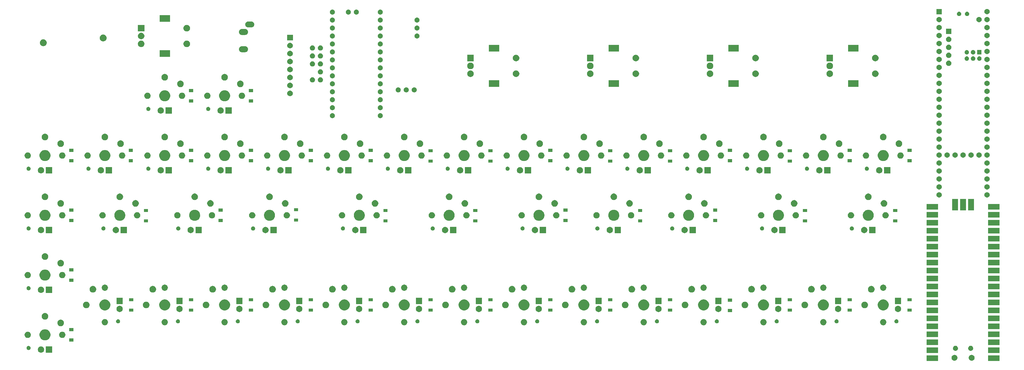
<source format=gbs>
G04 #@! TF.GenerationSoftware,KiCad,Pcbnew,(5.1.4)-1*
G04 #@! TF.CreationDate,2022-01-07T23:34:50-05:00*
G04 #@! TF.ProjectId,the_TOP-1,7468655f-544f-4502-9d31-2e6b69636164,rev?*
G04 #@! TF.SameCoordinates,Original*
G04 #@! TF.FileFunction,Soldermask,Bot*
G04 #@! TF.FilePolarity,Negative*
%FSLAX46Y46*%
G04 Gerber Fmt 4.6, Leading zero omitted, Abs format (unit mm)*
G04 Created by KiCad (PCBNEW (5.1.4)-1) date 2022-01-07 23:34:50*
%MOMM*%
%LPD*%
G04 APERTURE LIST*
%ADD10C,0.100000*%
G04 APERTURE END LIST*
D10*
G36*
X294166000Y-94087250D02*
G01*
X290564000Y-94087250D01*
X290564000Y-92285250D01*
X294166000Y-92285250D01*
X294166000Y-94087250D01*
X294166000Y-94087250D01*
G37*
G36*
X274586000Y-94087250D02*
G01*
X270984000Y-94087250D01*
X270984000Y-92285250D01*
X274586000Y-92285250D01*
X274586000Y-94087250D01*
X274586000Y-94087250D01*
G37*
G36*
X280036425Y-92119010D02*
G01*
X280036428Y-92119011D01*
X280036429Y-92119011D01*
X280215693Y-92173390D01*
X280215696Y-92173392D01*
X280215697Y-92173392D01*
X280380903Y-92261696D01*
X280525712Y-92380538D01*
X280644554Y-92525347D01*
X280732858Y-92690553D01*
X280732860Y-92690557D01*
X280787239Y-92869821D01*
X280787240Y-92869825D01*
X280805601Y-93056250D01*
X280787240Y-93242675D01*
X280787239Y-93242678D01*
X280787239Y-93242679D01*
X280732860Y-93421943D01*
X280732858Y-93421946D01*
X280732858Y-93421947D01*
X280644554Y-93587153D01*
X280525712Y-93731962D01*
X280380903Y-93850804D01*
X280215697Y-93939108D01*
X280215693Y-93939110D01*
X280036429Y-93993489D01*
X280036428Y-93993489D01*
X280036425Y-93993490D01*
X279896718Y-94007250D01*
X279803282Y-94007250D01*
X279663575Y-93993490D01*
X279663572Y-93993489D01*
X279663571Y-93993489D01*
X279484307Y-93939110D01*
X279484303Y-93939108D01*
X279319097Y-93850804D01*
X279174288Y-93731962D01*
X279055446Y-93587153D01*
X278967142Y-93421947D01*
X278967142Y-93421946D01*
X278967140Y-93421943D01*
X278912761Y-93242679D01*
X278912761Y-93242678D01*
X278912760Y-93242675D01*
X278894399Y-93056250D01*
X278912760Y-92869825D01*
X278912761Y-92869821D01*
X278967140Y-92690557D01*
X278967142Y-92690553D01*
X279055446Y-92525347D01*
X279174288Y-92380538D01*
X279319097Y-92261696D01*
X279484303Y-92173392D01*
X279484304Y-92173392D01*
X279484307Y-92173390D01*
X279663571Y-92119011D01*
X279663572Y-92119011D01*
X279663575Y-92119010D01*
X279803282Y-92105250D01*
X279896718Y-92105250D01*
X280036425Y-92119010D01*
X280036425Y-92119010D01*
G37*
G36*
X285486425Y-92119010D02*
G01*
X285486428Y-92119011D01*
X285486429Y-92119011D01*
X285665693Y-92173390D01*
X285665696Y-92173392D01*
X285665697Y-92173392D01*
X285830903Y-92261696D01*
X285975712Y-92380538D01*
X286094554Y-92525347D01*
X286182858Y-92690553D01*
X286182860Y-92690557D01*
X286237239Y-92869821D01*
X286237240Y-92869825D01*
X286255601Y-93056250D01*
X286237240Y-93242675D01*
X286237239Y-93242678D01*
X286237239Y-93242679D01*
X286182860Y-93421943D01*
X286182858Y-93421946D01*
X286182858Y-93421947D01*
X286094554Y-93587153D01*
X285975712Y-93731962D01*
X285830903Y-93850804D01*
X285665697Y-93939108D01*
X285665693Y-93939110D01*
X285486429Y-93993489D01*
X285486428Y-93993489D01*
X285486425Y-93993490D01*
X285346718Y-94007250D01*
X285253282Y-94007250D01*
X285113575Y-93993490D01*
X285113572Y-93993489D01*
X285113571Y-93993489D01*
X284934307Y-93939110D01*
X284934303Y-93939108D01*
X284769097Y-93850804D01*
X284624288Y-93731962D01*
X284505446Y-93587153D01*
X284417142Y-93421947D01*
X284417142Y-93421946D01*
X284417140Y-93421943D01*
X284362761Y-93242679D01*
X284362761Y-93242678D01*
X284362760Y-93242675D01*
X284344399Y-93056250D01*
X284362760Y-92869825D01*
X284362761Y-92869821D01*
X284417140Y-92690557D01*
X284417142Y-92690553D01*
X284505446Y-92525347D01*
X284624288Y-92380538D01*
X284769097Y-92261696D01*
X284934303Y-92173392D01*
X284934304Y-92173392D01*
X284934307Y-92173390D01*
X285113571Y-92119011D01*
X285113572Y-92119011D01*
X285113575Y-92119010D01*
X285253282Y-92105250D01*
X285346718Y-92105250D01*
X285486425Y-92119010D01*
X285486425Y-92119010D01*
G37*
G36*
X274586000Y-91547250D02*
G01*
X270984000Y-91547250D01*
X270984000Y-89745250D01*
X274586000Y-89745250D01*
X274586000Y-91547250D01*
X274586000Y-91547250D01*
G37*
G36*
X294166000Y-91547250D02*
G01*
X290564000Y-91547250D01*
X290564000Y-89745250D01*
X294166000Y-89745250D01*
X294166000Y-91547250D01*
X294166000Y-91547250D01*
G37*
G36*
X-10668575Y-89426988D02*
G01*
X-10502290Y-89460063D01*
X-10319664Y-89535709D01*
X-10155306Y-89645530D01*
X-10015530Y-89785306D01*
X-9905709Y-89949664D01*
X-9830063Y-90132290D01*
X-9791500Y-90326164D01*
X-9791500Y-90523836D01*
X-9830063Y-90717710D01*
X-9905709Y-90900336D01*
X-10015530Y-91064694D01*
X-10155306Y-91204470D01*
X-10319664Y-91314291D01*
X-10502290Y-91389937D01*
X-10668575Y-91423012D01*
X-10696163Y-91428500D01*
X-10893837Y-91428500D01*
X-10921425Y-91423012D01*
X-11087710Y-91389937D01*
X-11270336Y-91314291D01*
X-11434694Y-91204470D01*
X-11574470Y-91064694D01*
X-11684291Y-90900336D01*
X-11759937Y-90717710D01*
X-11798500Y-90523836D01*
X-11798500Y-90326164D01*
X-11759937Y-90132290D01*
X-11684291Y-89949664D01*
X-11574470Y-89785306D01*
X-11434694Y-89645530D01*
X-11270336Y-89535709D01*
X-11087710Y-89460063D01*
X-10921425Y-89426988D01*
X-10893837Y-89421500D01*
X-10696163Y-89421500D01*
X-10668575Y-89426988D01*
X-10668575Y-89426988D01*
G37*
G36*
X-7251500Y-91428500D02*
G01*
X-9258500Y-91428500D01*
X-9258500Y-89421500D01*
X-7251500Y-89421500D01*
X-7251500Y-91428500D01*
X-7251500Y-91428500D01*
G37*
G36*
X285078571Y-89229113D02*
G01*
X285157023Y-89236840D01*
X285257682Y-89267375D01*
X285308013Y-89282642D01*
X285447165Y-89357021D01*
X285569133Y-89457117D01*
X285669229Y-89579085D01*
X285743608Y-89718237D01*
X285743608Y-89718238D01*
X285789410Y-89869227D01*
X285804875Y-90026250D01*
X285789410Y-90183273D01*
X285774215Y-90233364D01*
X285743608Y-90334263D01*
X285669229Y-90473415D01*
X285569133Y-90595383D01*
X285447165Y-90695479D01*
X285308013Y-90769858D01*
X285257682Y-90785125D01*
X285157023Y-90815660D01*
X285078571Y-90823387D01*
X285039346Y-90827250D01*
X284960654Y-90827250D01*
X284921429Y-90823387D01*
X284842977Y-90815660D01*
X284742318Y-90785125D01*
X284691987Y-90769858D01*
X284552835Y-90695479D01*
X284430867Y-90595383D01*
X284330771Y-90473415D01*
X284256392Y-90334263D01*
X284225785Y-90233364D01*
X284210590Y-90183273D01*
X284195125Y-90026250D01*
X284210590Y-89869227D01*
X284256392Y-89718238D01*
X284256392Y-89718237D01*
X284330771Y-89579085D01*
X284430867Y-89457117D01*
X284552835Y-89357021D01*
X284691987Y-89282642D01*
X284742318Y-89267375D01*
X284842977Y-89236840D01*
X284921429Y-89229113D01*
X284960654Y-89225250D01*
X285039346Y-89225250D01*
X285078571Y-89229113D01*
X285078571Y-89229113D01*
G37*
G36*
X280228571Y-89229113D02*
G01*
X280307023Y-89236840D01*
X280407682Y-89267375D01*
X280458013Y-89282642D01*
X280597165Y-89357021D01*
X280719133Y-89457117D01*
X280819229Y-89579085D01*
X280893608Y-89718237D01*
X280893608Y-89718238D01*
X280939410Y-89869227D01*
X280954875Y-90026250D01*
X280939410Y-90183273D01*
X280924215Y-90233364D01*
X280893608Y-90334263D01*
X280819229Y-90473415D01*
X280719133Y-90595383D01*
X280597165Y-90695479D01*
X280458013Y-90769858D01*
X280407682Y-90785125D01*
X280307023Y-90815660D01*
X280228571Y-90823387D01*
X280189346Y-90827250D01*
X280110654Y-90827250D01*
X280071429Y-90823387D01*
X279992977Y-90815660D01*
X279892318Y-90785125D01*
X279841987Y-90769858D01*
X279702835Y-90695479D01*
X279580867Y-90595383D01*
X279480771Y-90473415D01*
X279406392Y-90334263D01*
X279375785Y-90233364D01*
X279360590Y-90183273D01*
X279345125Y-90026250D01*
X279360590Y-89869227D01*
X279406392Y-89718238D01*
X279406392Y-89718237D01*
X279480771Y-89579085D01*
X279580867Y-89457117D01*
X279702835Y-89357021D01*
X279841987Y-89282642D01*
X279892318Y-89267375D01*
X279992977Y-89236840D01*
X280071429Y-89229113D01*
X280110654Y-89225250D01*
X280189346Y-89225250D01*
X280228571Y-89229113D01*
X280228571Y-89229113D01*
G37*
G36*
X-14555110Y-89299017D02*
G01*
X-14436636Y-89348091D01*
X-14330012Y-89419335D01*
X-14239335Y-89510012D01*
X-14168090Y-89616638D01*
X-14126006Y-89718237D01*
X-14119017Y-89735110D01*
X-14094000Y-89860882D01*
X-14094000Y-89989118D01*
X-14119017Y-90114890D01*
X-14168091Y-90233364D01*
X-14239335Y-90339988D01*
X-14330012Y-90430665D01*
X-14436636Y-90501909D01*
X-14436637Y-90501910D01*
X-14436638Y-90501910D01*
X-14555110Y-90550983D01*
X-14680881Y-90576000D01*
X-14809119Y-90576000D01*
X-14934890Y-90550983D01*
X-15053362Y-90501910D01*
X-15053363Y-90501910D01*
X-15053364Y-90501909D01*
X-15159988Y-90430665D01*
X-15250665Y-90339988D01*
X-15321909Y-90233364D01*
X-15370983Y-90114890D01*
X-15396000Y-89989118D01*
X-15396000Y-89860882D01*
X-15370983Y-89735110D01*
X-15363994Y-89718237D01*
X-15321910Y-89616638D01*
X-15250665Y-89510012D01*
X-15159988Y-89419335D01*
X-15053364Y-89348091D01*
X-14934890Y-89299017D01*
X-14809119Y-89274000D01*
X-14680881Y-89274000D01*
X-14555110Y-89299017D01*
X-14555110Y-89299017D01*
G37*
G36*
X294166000Y-89007250D02*
G01*
X290564000Y-89007250D01*
X290564000Y-87205250D01*
X294166000Y-87205250D01*
X294166000Y-89007250D01*
X294166000Y-89007250D01*
G37*
G36*
X274586000Y-89007250D02*
G01*
X270984000Y-89007250D01*
X270984000Y-87205250D01*
X274586000Y-87205250D01*
X274586000Y-89007250D01*
X274586000Y-89007250D01*
G37*
G36*
X-492000Y-87876000D02*
G01*
X-1794000Y-87876000D01*
X-1794000Y-86874000D01*
X-492000Y-86874000D01*
X-492000Y-87876000D01*
X-492000Y-87876000D01*
G37*
G36*
X-9127015Y-84018860D02*
G01*
X-9014252Y-84041290D01*
X-8882259Y-84095963D01*
X-8695592Y-84173283D01*
X-8408804Y-84364909D01*
X-8164909Y-84608804D01*
X-7973283Y-84895592D01*
X-7895963Y-85082259D01*
X-7841290Y-85214252D01*
X-7834010Y-85250851D01*
X-7774000Y-85552540D01*
X-7774000Y-85897460D01*
X-7818860Y-86122985D01*
X-7834010Y-86199151D01*
X-7841290Y-86235747D01*
X-7973283Y-86554408D01*
X-8164909Y-86841196D01*
X-8408804Y-87085091D01*
X-8695592Y-87276717D01*
X-8882259Y-87354037D01*
X-9014252Y-87408710D01*
X-9127015Y-87431140D01*
X-9352540Y-87476000D01*
X-9697460Y-87476000D01*
X-9922985Y-87431140D01*
X-10035748Y-87408710D01*
X-10167741Y-87354037D01*
X-10354408Y-87276717D01*
X-10641196Y-87085091D01*
X-10885091Y-86841196D01*
X-11076717Y-86554408D01*
X-11208710Y-86235747D01*
X-11215989Y-86199151D01*
X-11231140Y-86122985D01*
X-11276000Y-85897460D01*
X-11276000Y-85552540D01*
X-11215990Y-85250851D01*
X-11208710Y-85214252D01*
X-11154037Y-85082259D01*
X-11076717Y-84895592D01*
X-10885091Y-84608804D01*
X-10641196Y-84364909D01*
X-10354408Y-84173283D01*
X-10167741Y-84095963D01*
X-10035748Y-84041290D01*
X-9922985Y-84018860D01*
X-9697460Y-83974000D01*
X-9352540Y-83974000D01*
X-9127015Y-84018860D01*
X-9127015Y-84018860D01*
G37*
G36*
X-3733019Y-84762468D02*
G01*
X-3550849Y-84837926D01*
X-3386900Y-84947473D01*
X-3247473Y-85086900D01*
X-3137926Y-85250849D01*
X-3062468Y-85433019D01*
X-3024000Y-85626410D01*
X-3024000Y-85823590D01*
X-3062468Y-86016981D01*
X-3137926Y-86199151D01*
X-3247473Y-86363100D01*
X-3386900Y-86502527D01*
X-3550849Y-86612074D01*
X-3733019Y-86687532D01*
X-3926409Y-86726000D01*
X-4123591Y-86726000D01*
X-4316981Y-86687532D01*
X-4499151Y-86612074D01*
X-4663100Y-86502527D01*
X-4802527Y-86363100D01*
X-4912074Y-86199151D01*
X-4987532Y-86016981D01*
X-5026000Y-85823590D01*
X-5026000Y-85626410D01*
X-4987532Y-85433019D01*
X-4912074Y-85250849D01*
X-4802527Y-85086900D01*
X-4663100Y-84947473D01*
X-4499151Y-84837926D01*
X-4316981Y-84762468D01*
X-4123591Y-84724000D01*
X-3926409Y-84724000D01*
X-3733019Y-84762468D01*
X-3733019Y-84762468D01*
G37*
G36*
X-14733019Y-84762468D02*
G01*
X-14550849Y-84837926D01*
X-14386900Y-84947473D01*
X-14247473Y-85086900D01*
X-14137926Y-85250849D01*
X-14062468Y-85433019D01*
X-14024000Y-85626410D01*
X-14024000Y-85823590D01*
X-14062468Y-86016981D01*
X-14137926Y-86199151D01*
X-14247473Y-86363100D01*
X-14386900Y-86502527D01*
X-14550849Y-86612074D01*
X-14733019Y-86687532D01*
X-14926409Y-86726000D01*
X-15123591Y-86726000D01*
X-15316981Y-86687532D01*
X-15499151Y-86612074D01*
X-15663100Y-86502527D01*
X-15802527Y-86363100D01*
X-15912074Y-86199151D01*
X-15987532Y-86016981D01*
X-16026000Y-85823590D01*
X-16026000Y-85626410D01*
X-15987532Y-85433019D01*
X-15912074Y-85250849D01*
X-15802527Y-85086900D01*
X-15663100Y-84947473D01*
X-15499151Y-84837926D01*
X-15316981Y-84762468D01*
X-15123591Y-84724000D01*
X-14926409Y-84724000D01*
X-14733019Y-84762468D01*
X-14733019Y-84762468D01*
G37*
G36*
X274586000Y-86467250D02*
G01*
X270984000Y-86467250D01*
X270984000Y-84665250D01*
X274586000Y-84665250D01*
X274586000Y-86467250D01*
X274586000Y-86467250D01*
G37*
G36*
X294166000Y-86467250D02*
G01*
X290564000Y-86467250D01*
X290564000Y-84665250D01*
X294166000Y-84665250D01*
X294166000Y-86467250D01*
X294166000Y-86467250D01*
G37*
G36*
X-492000Y-84576000D02*
G01*
X-1794000Y-84576000D01*
X-1794000Y-83574000D01*
X-492000Y-83574000D01*
X-492000Y-84576000D01*
X-492000Y-84576000D01*
G37*
G36*
X274586000Y-83927250D02*
G01*
X270984000Y-83927250D01*
X270984000Y-82125250D01*
X274586000Y-82125250D01*
X274586000Y-83927250D01*
X274586000Y-83927250D01*
G37*
G36*
X294166000Y-83927250D02*
G01*
X290564000Y-83927250D01*
X290564000Y-82125250D01*
X294166000Y-82125250D01*
X294166000Y-83927250D01*
X294166000Y-83927250D01*
G37*
G36*
X-4218436Y-80914389D02*
G01*
X-4027167Y-80993615D01*
X-4027165Y-80993616D01*
X-3855027Y-81108635D01*
X-3708635Y-81255027D01*
X-3606408Y-81408020D01*
X-3593615Y-81427167D01*
X-3514389Y-81618436D01*
X-3474000Y-81821484D01*
X-3474000Y-82028516D01*
X-3514389Y-82231564D01*
X-3558517Y-82338099D01*
X-3593616Y-82422835D01*
X-3708635Y-82594973D01*
X-3855027Y-82741365D01*
X-4027165Y-82856384D01*
X-4027166Y-82856385D01*
X-4027167Y-82856385D01*
X-4218436Y-82935611D01*
X-4421484Y-82976000D01*
X-4628516Y-82976000D01*
X-4831564Y-82935611D01*
X-5022833Y-82856385D01*
X-5022834Y-82856385D01*
X-5022835Y-82856384D01*
X-5194973Y-82741365D01*
X-5341365Y-82594973D01*
X-5456384Y-82422835D01*
X-5491483Y-82338099D01*
X-5535611Y-82231564D01*
X-5576000Y-82028516D01*
X-5576000Y-81821484D01*
X-5535611Y-81618436D01*
X-5456385Y-81427167D01*
X-5443591Y-81408020D01*
X-5341365Y-81255027D01*
X-5194973Y-81108635D01*
X-5022835Y-80993616D01*
X-5022833Y-80993615D01*
X-4831564Y-80914389D01*
X-4628516Y-80874000D01*
X-4421484Y-80874000D01*
X-4218436Y-80914389D01*
X-4218436Y-80914389D01*
G37*
G36*
X66870285Y-80718234D02*
G01*
X66966981Y-80737468D01*
X67149151Y-80812926D01*
X67313100Y-80922473D01*
X67452527Y-81061900D01*
X67562074Y-81225849D01*
X67637532Y-81408019D01*
X67676000Y-81601410D01*
X67676000Y-81798590D01*
X67637532Y-81991981D01*
X67562074Y-82174151D01*
X67452527Y-82338100D01*
X67313100Y-82477527D01*
X67149151Y-82587074D01*
X67149150Y-82587075D01*
X67149149Y-82587075D01*
X67095795Y-82609175D01*
X66966981Y-82662532D01*
X66773591Y-82701000D01*
X66576409Y-82701000D01*
X66383019Y-82662532D01*
X66254205Y-82609175D01*
X66200851Y-82587075D01*
X66200850Y-82587075D01*
X66200849Y-82587074D01*
X66036900Y-82477527D01*
X65897473Y-82338100D01*
X65787926Y-82174151D01*
X65712468Y-81991981D01*
X65674000Y-81798590D01*
X65674000Y-81601410D01*
X65712468Y-81408019D01*
X65787926Y-81225849D01*
X65897473Y-81061900D01*
X66036900Y-80922473D01*
X66200849Y-80812926D01*
X66383019Y-80737468D01*
X66479715Y-80718234D01*
X66576409Y-80699000D01*
X66773591Y-80699000D01*
X66870285Y-80718234D01*
X66870285Y-80718234D01*
G37*
G36*
X162120285Y-80718234D02*
G01*
X162216981Y-80737468D01*
X162399151Y-80812926D01*
X162563100Y-80922473D01*
X162702527Y-81061900D01*
X162812074Y-81225849D01*
X162887532Y-81408019D01*
X162926000Y-81601410D01*
X162926000Y-81798590D01*
X162887532Y-81991981D01*
X162812074Y-82174151D01*
X162702527Y-82338100D01*
X162563100Y-82477527D01*
X162399151Y-82587074D01*
X162399150Y-82587075D01*
X162399149Y-82587075D01*
X162345795Y-82609175D01*
X162216981Y-82662532D01*
X162120285Y-82681766D01*
X162023591Y-82701000D01*
X161826409Y-82701000D01*
X161633019Y-82662532D01*
X161504205Y-82609175D01*
X161450851Y-82587075D01*
X161450850Y-82587075D01*
X161450849Y-82587074D01*
X161286900Y-82477527D01*
X161147473Y-82338100D01*
X161037926Y-82174151D01*
X160962468Y-81991981D01*
X160924000Y-81798590D01*
X160924000Y-81601410D01*
X160962468Y-81408019D01*
X161037926Y-81225849D01*
X161147473Y-81061900D01*
X161286900Y-80922473D01*
X161450849Y-80812926D01*
X161633019Y-80737468D01*
X161826409Y-80699000D01*
X162023591Y-80699000D01*
X162120285Y-80718234D01*
X162120285Y-80718234D01*
G37*
G36*
X143070285Y-80718234D02*
G01*
X143166981Y-80737468D01*
X143349151Y-80812926D01*
X143513100Y-80922473D01*
X143652527Y-81061900D01*
X143762074Y-81225849D01*
X143837532Y-81408019D01*
X143876000Y-81601410D01*
X143876000Y-81798590D01*
X143837532Y-81991981D01*
X143762074Y-82174151D01*
X143652527Y-82338100D01*
X143513100Y-82477527D01*
X143349151Y-82587074D01*
X143349150Y-82587075D01*
X143349149Y-82587075D01*
X143295795Y-82609175D01*
X143166981Y-82662532D01*
X143070285Y-82681766D01*
X142973591Y-82701000D01*
X142776409Y-82701000D01*
X142583019Y-82662532D01*
X142454205Y-82609175D01*
X142400851Y-82587075D01*
X142400850Y-82587075D01*
X142400849Y-82587074D01*
X142236900Y-82477527D01*
X142097473Y-82338100D01*
X141987926Y-82174151D01*
X141912468Y-81991981D01*
X141874000Y-81798590D01*
X141874000Y-81601410D01*
X141912468Y-81408019D01*
X141987926Y-81225849D01*
X142097473Y-81061900D01*
X142236900Y-80922473D01*
X142400849Y-80812926D01*
X142583019Y-80737468D01*
X142776409Y-80699000D01*
X142973591Y-80699000D01*
X143070285Y-80718234D01*
X143070285Y-80718234D01*
G37*
G36*
X124020285Y-80718234D02*
G01*
X124116981Y-80737468D01*
X124299151Y-80812926D01*
X124463100Y-80922473D01*
X124602527Y-81061900D01*
X124712074Y-81225849D01*
X124787532Y-81408019D01*
X124826000Y-81601410D01*
X124826000Y-81798590D01*
X124787532Y-81991981D01*
X124712074Y-82174151D01*
X124602527Y-82338100D01*
X124463100Y-82477527D01*
X124299151Y-82587074D01*
X124299150Y-82587075D01*
X124299149Y-82587075D01*
X124245795Y-82609175D01*
X124116981Y-82662532D01*
X124020285Y-82681766D01*
X123923591Y-82701000D01*
X123726409Y-82701000D01*
X123533019Y-82662532D01*
X123404205Y-82609175D01*
X123350851Y-82587075D01*
X123350850Y-82587075D01*
X123350849Y-82587074D01*
X123186900Y-82477527D01*
X123047473Y-82338100D01*
X122937926Y-82174151D01*
X122862468Y-81991981D01*
X122824000Y-81798590D01*
X122824000Y-81601410D01*
X122862468Y-81408019D01*
X122937926Y-81225849D01*
X123047473Y-81061900D01*
X123186900Y-80922473D01*
X123350849Y-80812926D01*
X123533019Y-80737468D01*
X123629715Y-80718234D01*
X123726409Y-80699000D01*
X123923591Y-80699000D01*
X124020285Y-80718234D01*
X124020285Y-80718234D01*
G37*
G36*
X85920285Y-80718234D02*
G01*
X86016981Y-80737468D01*
X86199151Y-80812926D01*
X86363100Y-80922473D01*
X86502527Y-81061900D01*
X86612074Y-81225849D01*
X86687532Y-81408019D01*
X86726000Y-81601410D01*
X86726000Y-81798590D01*
X86687532Y-81991981D01*
X86612074Y-82174151D01*
X86502527Y-82338100D01*
X86363100Y-82477527D01*
X86199151Y-82587074D01*
X86199150Y-82587075D01*
X86199149Y-82587075D01*
X86145795Y-82609175D01*
X86016981Y-82662532D01*
X85823591Y-82701000D01*
X85626409Y-82701000D01*
X85433019Y-82662532D01*
X85304205Y-82609175D01*
X85250851Y-82587075D01*
X85250850Y-82587075D01*
X85250849Y-82587074D01*
X85086900Y-82477527D01*
X84947473Y-82338100D01*
X84837926Y-82174151D01*
X84762468Y-81991981D01*
X84724000Y-81798590D01*
X84724000Y-81601410D01*
X84762468Y-81408019D01*
X84837926Y-81225849D01*
X84947473Y-81061900D01*
X85086900Y-80922473D01*
X85250849Y-80812926D01*
X85433019Y-80737468D01*
X85529715Y-80718234D01*
X85626409Y-80699000D01*
X85823591Y-80699000D01*
X85920285Y-80718234D01*
X85920285Y-80718234D01*
G37*
G36*
X47820285Y-80718234D02*
G01*
X47916981Y-80737468D01*
X48099151Y-80812926D01*
X48263100Y-80922473D01*
X48402527Y-81061900D01*
X48512074Y-81225849D01*
X48587532Y-81408019D01*
X48626000Y-81601410D01*
X48626000Y-81798590D01*
X48587532Y-81991981D01*
X48512074Y-82174151D01*
X48402527Y-82338100D01*
X48263100Y-82477527D01*
X48099151Y-82587074D01*
X48099150Y-82587075D01*
X48099149Y-82587075D01*
X48045795Y-82609175D01*
X47916981Y-82662532D01*
X47723591Y-82701000D01*
X47526409Y-82701000D01*
X47333019Y-82662532D01*
X47204205Y-82609175D01*
X47150851Y-82587075D01*
X47150850Y-82587075D01*
X47150849Y-82587074D01*
X46986900Y-82477527D01*
X46847473Y-82338100D01*
X46737926Y-82174151D01*
X46662468Y-81991981D01*
X46624000Y-81798590D01*
X46624000Y-81601410D01*
X46662468Y-81408019D01*
X46737926Y-81225849D01*
X46847473Y-81061900D01*
X46986900Y-80922473D01*
X47150849Y-80812926D01*
X47333019Y-80737468D01*
X47429715Y-80718234D01*
X47526409Y-80699000D01*
X47723591Y-80699000D01*
X47820285Y-80718234D01*
X47820285Y-80718234D01*
G37*
G36*
X28770285Y-80718234D02*
G01*
X28866981Y-80737468D01*
X29049151Y-80812926D01*
X29213100Y-80922473D01*
X29352527Y-81061900D01*
X29462074Y-81225849D01*
X29537532Y-81408019D01*
X29576000Y-81601410D01*
X29576000Y-81798590D01*
X29537532Y-81991981D01*
X29462074Y-82174151D01*
X29352527Y-82338100D01*
X29213100Y-82477527D01*
X29049151Y-82587074D01*
X29049150Y-82587075D01*
X29049149Y-82587075D01*
X28995795Y-82609175D01*
X28866981Y-82662532D01*
X28673591Y-82701000D01*
X28476409Y-82701000D01*
X28283019Y-82662532D01*
X28154205Y-82609175D01*
X28100851Y-82587075D01*
X28100850Y-82587075D01*
X28100849Y-82587074D01*
X27936900Y-82477527D01*
X27797473Y-82338100D01*
X27687926Y-82174151D01*
X27612468Y-81991981D01*
X27574000Y-81798590D01*
X27574000Y-81601410D01*
X27612468Y-81408019D01*
X27687926Y-81225849D01*
X27797473Y-81061900D01*
X27936900Y-80922473D01*
X28100849Y-80812926D01*
X28283019Y-80737468D01*
X28379715Y-80718234D01*
X28476409Y-80699000D01*
X28673591Y-80699000D01*
X28770285Y-80718234D01*
X28770285Y-80718234D01*
G37*
G36*
X9720285Y-80718234D02*
G01*
X9816981Y-80737468D01*
X9999151Y-80812926D01*
X10163100Y-80922473D01*
X10302527Y-81061900D01*
X10412074Y-81225849D01*
X10487532Y-81408019D01*
X10526000Y-81601410D01*
X10526000Y-81798590D01*
X10487532Y-81991981D01*
X10412074Y-82174151D01*
X10302527Y-82338100D01*
X10163100Y-82477527D01*
X9999151Y-82587074D01*
X9999150Y-82587075D01*
X9999149Y-82587075D01*
X9945795Y-82609175D01*
X9816981Y-82662532D01*
X9623591Y-82701000D01*
X9426409Y-82701000D01*
X9233019Y-82662532D01*
X9104205Y-82609175D01*
X9050851Y-82587075D01*
X9050850Y-82587075D01*
X9050849Y-82587074D01*
X8886900Y-82477527D01*
X8747473Y-82338100D01*
X8637926Y-82174151D01*
X8562468Y-81991981D01*
X8524000Y-81798590D01*
X8524000Y-81601410D01*
X8562468Y-81408019D01*
X8637926Y-81225849D01*
X8747473Y-81061900D01*
X8886900Y-80922473D01*
X9050849Y-80812926D01*
X9233019Y-80737468D01*
X9329715Y-80718234D01*
X9426409Y-80699000D01*
X9623591Y-80699000D01*
X9720285Y-80718234D01*
X9720285Y-80718234D01*
G37*
G36*
X257370285Y-80718234D02*
G01*
X257466981Y-80737468D01*
X257649151Y-80812926D01*
X257813100Y-80922473D01*
X257952527Y-81061900D01*
X258062074Y-81225849D01*
X258137532Y-81408019D01*
X258176000Y-81601410D01*
X258176000Y-81798590D01*
X258137532Y-81991981D01*
X258062074Y-82174151D01*
X257952527Y-82338100D01*
X257813100Y-82477527D01*
X257649151Y-82587074D01*
X257649150Y-82587075D01*
X257649149Y-82587075D01*
X257595795Y-82609175D01*
X257466981Y-82662532D01*
X257370285Y-82681766D01*
X257273591Y-82701000D01*
X257076409Y-82701000D01*
X256883019Y-82662532D01*
X256754205Y-82609175D01*
X256700851Y-82587075D01*
X256700850Y-82587075D01*
X256700849Y-82587074D01*
X256536900Y-82477527D01*
X256397473Y-82338100D01*
X256287926Y-82174151D01*
X256212468Y-81991981D01*
X256174000Y-81798590D01*
X256174000Y-81601410D01*
X256212468Y-81408019D01*
X256287926Y-81225849D01*
X256397473Y-81061900D01*
X256536900Y-80922473D01*
X256700849Y-80812926D01*
X256883019Y-80737468D01*
X257076409Y-80699000D01*
X257273591Y-80699000D01*
X257370285Y-80718234D01*
X257370285Y-80718234D01*
G37*
G36*
X238320285Y-80718234D02*
G01*
X238416981Y-80737468D01*
X238599151Y-80812926D01*
X238763100Y-80922473D01*
X238902527Y-81061900D01*
X239012074Y-81225849D01*
X239087532Y-81408019D01*
X239126000Y-81601410D01*
X239126000Y-81798590D01*
X239087532Y-81991981D01*
X239012074Y-82174151D01*
X238902527Y-82338100D01*
X238763100Y-82477527D01*
X238599151Y-82587074D01*
X238599150Y-82587075D01*
X238599149Y-82587075D01*
X238545795Y-82609175D01*
X238416981Y-82662532D01*
X238320285Y-82681766D01*
X238223591Y-82701000D01*
X238026409Y-82701000D01*
X237833019Y-82662532D01*
X237704205Y-82609175D01*
X237650851Y-82587075D01*
X237650850Y-82587075D01*
X237650849Y-82587074D01*
X237486900Y-82477527D01*
X237347473Y-82338100D01*
X237237926Y-82174151D01*
X237162468Y-81991981D01*
X237124000Y-81798590D01*
X237124000Y-81601410D01*
X237162468Y-81408019D01*
X237237926Y-81225849D01*
X237347473Y-81061900D01*
X237486900Y-80922473D01*
X237650849Y-80812926D01*
X237833019Y-80737468D01*
X238026409Y-80699000D01*
X238223591Y-80699000D01*
X238320285Y-80718234D01*
X238320285Y-80718234D01*
G37*
G36*
X219270285Y-80718234D02*
G01*
X219366981Y-80737468D01*
X219549151Y-80812926D01*
X219713100Y-80922473D01*
X219852527Y-81061900D01*
X219962074Y-81225849D01*
X220037532Y-81408019D01*
X220076000Y-81601410D01*
X220076000Y-81798590D01*
X220037532Y-81991981D01*
X219962074Y-82174151D01*
X219852527Y-82338100D01*
X219713100Y-82477527D01*
X219549151Y-82587074D01*
X219549150Y-82587075D01*
X219549149Y-82587075D01*
X219495795Y-82609175D01*
X219366981Y-82662532D01*
X219270285Y-82681766D01*
X219173591Y-82701000D01*
X218976409Y-82701000D01*
X218783019Y-82662532D01*
X218654205Y-82609175D01*
X218600851Y-82587075D01*
X218600850Y-82587075D01*
X218600849Y-82587074D01*
X218436900Y-82477527D01*
X218297473Y-82338100D01*
X218187926Y-82174151D01*
X218112468Y-81991981D01*
X218074000Y-81798590D01*
X218074000Y-81601410D01*
X218112468Y-81408019D01*
X218187926Y-81225849D01*
X218297473Y-81061900D01*
X218436900Y-80922473D01*
X218600849Y-80812926D01*
X218783019Y-80737468D01*
X218976409Y-80699000D01*
X219173591Y-80699000D01*
X219270285Y-80718234D01*
X219270285Y-80718234D01*
G37*
G36*
X104970285Y-80718234D02*
G01*
X105066981Y-80737468D01*
X105249151Y-80812926D01*
X105413100Y-80922473D01*
X105552527Y-81061900D01*
X105662074Y-81225849D01*
X105737532Y-81408019D01*
X105776000Y-81601410D01*
X105776000Y-81798590D01*
X105737532Y-81991981D01*
X105662074Y-82174151D01*
X105552527Y-82338100D01*
X105413100Y-82477527D01*
X105249151Y-82587074D01*
X105249150Y-82587075D01*
X105249149Y-82587075D01*
X105195795Y-82609175D01*
X105066981Y-82662532D01*
X104873591Y-82701000D01*
X104676409Y-82701000D01*
X104483019Y-82662532D01*
X104354205Y-82609175D01*
X104300851Y-82587075D01*
X104300850Y-82587075D01*
X104300849Y-82587074D01*
X104136900Y-82477527D01*
X103997473Y-82338100D01*
X103887926Y-82174151D01*
X103812468Y-81991981D01*
X103774000Y-81798590D01*
X103774000Y-81601410D01*
X103812468Y-81408019D01*
X103887926Y-81225849D01*
X103997473Y-81061900D01*
X104136900Y-80922473D01*
X104300849Y-80812926D01*
X104483019Y-80737468D01*
X104579715Y-80718234D01*
X104676409Y-80699000D01*
X104873591Y-80699000D01*
X104970285Y-80718234D01*
X104970285Y-80718234D01*
G37*
G36*
X200220285Y-80718234D02*
G01*
X200316981Y-80737468D01*
X200499151Y-80812926D01*
X200663100Y-80922473D01*
X200802527Y-81061900D01*
X200912074Y-81225849D01*
X200987532Y-81408019D01*
X201026000Y-81601410D01*
X201026000Y-81798590D01*
X200987532Y-81991981D01*
X200912074Y-82174151D01*
X200802527Y-82338100D01*
X200663100Y-82477527D01*
X200499151Y-82587074D01*
X200499150Y-82587075D01*
X200499149Y-82587075D01*
X200445795Y-82609175D01*
X200316981Y-82662532D01*
X200220285Y-82681766D01*
X200123591Y-82701000D01*
X199926409Y-82701000D01*
X199733019Y-82662532D01*
X199604205Y-82609175D01*
X199550851Y-82587075D01*
X199550850Y-82587075D01*
X199550849Y-82587074D01*
X199386900Y-82477527D01*
X199247473Y-82338100D01*
X199137926Y-82174151D01*
X199062468Y-81991981D01*
X199024000Y-81798590D01*
X199024000Y-81601410D01*
X199062468Y-81408019D01*
X199137926Y-81225849D01*
X199247473Y-81061900D01*
X199386900Y-80922473D01*
X199550849Y-80812926D01*
X199733019Y-80737468D01*
X199926409Y-80699000D01*
X200123591Y-80699000D01*
X200220285Y-80718234D01*
X200220285Y-80718234D01*
G37*
G36*
X181170285Y-80718234D02*
G01*
X181266981Y-80737468D01*
X181449151Y-80812926D01*
X181613100Y-80922473D01*
X181752527Y-81061900D01*
X181862074Y-81225849D01*
X181937532Y-81408019D01*
X181976000Y-81601410D01*
X181976000Y-81798590D01*
X181937532Y-81991981D01*
X181862074Y-82174151D01*
X181752527Y-82338100D01*
X181613100Y-82477527D01*
X181449151Y-82587074D01*
X181449150Y-82587075D01*
X181449149Y-82587075D01*
X181395795Y-82609175D01*
X181266981Y-82662532D01*
X181170285Y-82681766D01*
X181073591Y-82701000D01*
X180876409Y-82701000D01*
X180683019Y-82662532D01*
X180554205Y-82609175D01*
X180500851Y-82587075D01*
X180500850Y-82587075D01*
X180500849Y-82587074D01*
X180336900Y-82477527D01*
X180197473Y-82338100D01*
X180087926Y-82174151D01*
X180012468Y-81991981D01*
X179974000Y-81798590D01*
X179974000Y-81601410D01*
X180012468Y-81408019D01*
X180087926Y-81225849D01*
X180197473Y-81061900D01*
X180336900Y-80922473D01*
X180500849Y-80812926D01*
X180683019Y-80737468D01*
X180876409Y-80699000D01*
X181073591Y-80699000D01*
X181170285Y-80718234D01*
X181170285Y-80718234D01*
G37*
G36*
X52014890Y-80794017D02*
G01*
X52115304Y-80835610D01*
X52133364Y-80843091D01*
X52239988Y-80914335D01*
X52330665Y-81005012D01*
X52401909Y-81111636D01*
X52450983Y-81230110D01*
X52476000Y-81355882D01*
X52476000Y-81484118D01*
X52450983Y-81609890D01*
X52401909Y-81728364D01*
X52330665Y-81834988D01*
X52239988Y-81925665D01*
X52133364Y-81996909D01*
X52133363Y-81996910D01*
X52133362Y-81996910D01*
X52014890Y-82045983D01*
X51889119Y-82071000D01*
X51760881Y-82071000D01*
X51635110Y-82045983D01*
X51516638Y-81996910D01*
X51516637Y-81996910D01*
X51516636Y-81996909D01*
X51410012Y-81925665D01*
X51319335Y-81834988D01*
X51248091Y-81728364D01*
X51199017Y-81609890D01*
X51174000Y-81484118D01*
X51174000Y-81355882D01*
X51199017Y-81230110D01*
X51248091Y-81111636D01*
X51319335Y-81005012D01*
X51410012Y-80914335D01*
X51516636Y-80843091D01*
X51534697Y-80835610D01*
X51635110Y-80794017D01*
X51760881Y-80769000D01*
X51889119Y-80769000D01*
X52014890Y-80794017D01*
X52014890Y-80794017D01*
G37*
G36*
X261564890Y-80794017D02*
G01*
X261665304Y-80835610D01*
X261683364Y-80843091D01*
X261789988Y-80914335D01*
X261880665Y-81005012D01*
X261951909Y-81111636D01*
X262000983Y-81230110D01*
X262026000Y-81355882D01*
X262026000Y-81484118D01*
X262000983Y-81609890D01*
X261951909Y-81728364D01*
X261880665Y-81834988D01*
X261789988Y-81925665D01*
X261683364Y-81996909D01*
X261683363Y-81996910D01*
X261683362Y-81996910D01*
X261564890Y-82045983D01*
X261439119Y-82071000D01*
X261310881Y-82071000D01*
X261185110Y-82045983D01*
X261066638Y-81996910D01*
X261066637Y-81996910D01*
X261066636Y-81996909D01*
X260960012Y-81925665D01*
X260869335Y-81834988D01*
X260798091Y-81728364D01*
X260749017Y-81609890D01*
X260724000Y-81484118D01*
X260724000Y-81355882D01*
X260749017Y-81230110D01*
X260798091Y-81111636D01*
X260869335Y-81005012D01*
X260960012Y-80914335D01*
X261066636Y-80843091D01*
X261084697Y-80835610D01*
X261185110Y-80794017D01*
X261310881Y-80769000D01*
X261439119Y-80769000D01*
X261564890Y-80794017D01*
X261564890Y-80794017D01*
G37*
G36*
X32964890Y-80794017D02*
G01*
X33065304Y-80835610D01*
X33083364Y-80843091D01*
X33189988Y-80914335D01*
X33280665Y-81005012D01*
X33351909Y-81111636D01*
X33400983Y-81230110D01*
X33426000Y-81355882D01*
X33426000Y-81484118D01*
X33400983Y-81609890D01*
X33351909Y-81728364D01*
X33280665Y-81834988D01*
X33189988Y-81925665D01*
X33083364Y-81996909D01*
X33083363Y-81996910D01*
X33083362Y-81996910D01*
X32964890Y-82045983D01*
X32839119Y-82071000D01*
X32710881Y-82071000D01*
X32585110Y-82045983D01*
X32466638Y-81996910D01*
X32466637Y-81996910D01*
X32466636Y-81996909D01*
X32360012Y-81925665D01*
X32269335Y-81834988D01*
X32198091Y-81728364D01*
X32149017Y-81609890D01*
X32124000Y-81484118D01*
X32124000Y-81355882D01*
X32149017Y-81230110D01*
X32198091Y-81111636D01*
X32269335Y-81005012D01*
X32360012Y-80914335D01*
X32466636Y-80843091D01*
X32484697Y-80835610D01*
X32585110Y-80794017D01*
X32710881Y-80769000D01*
X32839119Y-80769000D01*
X32964890Y-80794017D01*
X32964890Y-80794017D01*
G37*
G36*
X13914890Y-80794017D02*
G01*
X14015304Y-80835610D01*
X14033364Y-80843091D01*
X14139988Y-80914335D01*
X14230665Y-81005012D01*
X14301909Y-81111636D01*
X14350983Y-81230110D01*
X14376000Y-81355882D01*
X14376000Y-81484118D01*
X14350983Y-81609890D01*
X14301909Y-81728364D01*
X14230665Y-81834988D01*
X14139988Y-81925665D01*
X14033364Y-81996909D01*
X14033363Y-81996910D01*
X14033362Y-81996910D01*
X13914890Y-82045983D01*
X13789119Y-82071000D01*
X13660881Y-82071000D01*
X13535110Y-82045983D01*
X13416638Y-81996910D01*
X13416637Y-81996910D01*
X13416636Y-81996909D01*
X13310012Y-81925665D01*
X13219335Y-81834988D01*
X13148091Y-81728364D01*
X13099017Y-81609890D01*
X13074000Y-81484118D01*
X13074000Y-81355882D01*
X13099017Y-81230110D01*
X13148091Y-81111636D01*
X13219335Y-81005012D01*
X13310012Y-80914335D01*
X13416636Y-80843091D01*
X13434697Y-80835610D01*
X13535110Y-80794017D01*
X13660881Y-80769000D01*
X13789119Y-80769000D01*
X13914890Y-80794017D01*
X13914890Y-80794017D01*
G37*
G36*
X242514890Y-80794017D02*
G01*
X242615304Y-80835610D01*
X242633364Y-80843091D01*
X242739988Y-80914335D01*
X242830665Y-81005012D01*
X242901909Y-81111636D01*
X242950983Y-81230110D01*
X242976000Y-81355882D01*
X242976000Y-81484118D01*
X242950983Y-81609890D01*
X242901909Y-81728364D01*
X242830665Y-81834988D01*
X242739988Y-81925665D01*
X242633364Y-81996909D01*
X242633363Y-81996910D01*
X242633362Y-81996910D01*
X242514890Y-82045983D01*
X242389119Y-82071000D01*
X242260881Y-82071000D01*
X242135110Y-82045983D01*
X242016638Y-81996910D01*
X242016637Y-81996910D01*
X242016636Y-81996909D01*
X241910012Y-81925665D01*
X241819335Y-81834988D01*
X241748091Y-81728364D01*
X241699017Y-81609890D01*
X241674000Y-81484118D01*
X241674000Y-81355882D01*
X241699017Y-81230110D01*
X241748091Y-81111636D01*
X241819335Y-81005012D01*
X241910012Y-80914335D01*
X242016636Y-80843091D01*
X242034697Y-80835610D01*
X242135110Y-80794017D01*
X242260881Y-80769000D01*
X242389119Y-80769000D01*
X242514890Y-80794017D01*
X242514890Y-80794017D01*
G37*
G36*
X223464890Y-80794017D02*
G01*
X223565304Y-80835610D01*
X223583364Y-80843091D01*
X223689988Y-80914335D01*
X223780665Y-81005012D01*
X223851909Y-81111636D01*
X223900983Y-81230110D01*
X223926000Y-81355882D01*
X223926000Y-81484118D01*
X223900983Y-81609890D01*
X223851909Y-81728364D01*
X223780665Y-81834988D01*
X223689988Y-81925665D01*
X223583364Y-81996909D01*
X223583363Y-81996910D01*
X223583362Y-81996910D01*
X223464890Y-82045983D01*
X223339119Y-82071000D01*
X223210881Y-82071000D01*
X223085110Y-82045983D01*
X222966638Y-81996910D01*
X222966637Y-81996910D01*
X222966636Y-81996909D01*
X222860012Y-81925665D01*
X222769335Y-81834988D01*
X222698091Y-81728364D01*
X222649017Y-81609890D01*
X222624000Y-81484118D01*
X222624000Y-81355882D01*
X222649017Y-81230110D01*
X222698091Y-81111636D01*
X222769335Y-81005012D01*
X222860012Y-80914335D01*
X222966636Y-80843091D01*
X222984697Y-80835610D01*
X223085110Y-80794017D01*
X223210881Y-80769000D01*
X223339119Y-80769000D01*
X223464890Y-80794017D01*
X223464890Y-80794017D01*
G37*
G36*
X204414890Y-80794017D02*
G01*
X204515304Y-80835610D01*
X204533364Y-80843091D01*
X204639988Y-80914335D01*
X204730665Y-81005012D01*
X204801909Y-81111636D01*
X204850983Y-81230110D01*
X204876000Y-81355882D01*
X204876000Y-81484118D01*
X204850983Y-81609890D01*
X204801909Y-81728364D01*
X204730665Y-81834988D01*
X204639988Y-81925665D01*
X204533364Y-81996909D01*
X204533363Y-81996910D01*
X204533362Y-81996910D01*
X204414890Y-82045983D01*
X204289119Y-82071000D01*
X204160881Y-82071000D01*
X204035110Y-82045983D01*
X203916638Y-81996910D01*
X203916637Y-81996910D01*
X203916636Y-81996909D01*
X203810012Y-81925665D01*
X203719335Y-81834988D01*
X203648091Y-81728364D01*
X203599017Y-81609890D01*
X203574000Y-81484118D01*
X203574000Y-81355882D01*
X203599017Y-81230110D01*
X203648091Y-81111636D01*
X203719335Y-81005012D01*
X203810012Y-80914335D01*
X203916636Y-80843091D01*
X203934697Y-80835610D01*
X204035110Y-80794017D01*
X204160881Y-80769000D01*
X204289119Y-80769000D01*
X204414890Y-80794017D01*
X204414890Y-80794017D01*
G37*
G36*
X185364890Y-80794017D02*
G01*
X185465304Y-80835610D01*
X185483364Y-80843091D01*
X185589988Y-80914335D01*
X185680665Y-81005012D01*
X185751909Y-81111636D01*
X185800983Y-81230110D01*
X185826000Y-81355882D01*
X185826000Y-81484118D01*
X185800983Y-81609890D01*
X185751909Y-81728364D01*
X185680665Y-81834988D01*
X185589988Y-81925665D01*
X185483364Y-81996909D01*
X185483363Y-81996910D01*
X185483362Y-81996910D01*
X185364890Y-82045983D01*
X185239119Y-82071000D01*
X185110881Y-82071000D01*
X184985110Y-82045983D01*
X184866638Y-81996910D01*
X184866637Y-81996910D01*
X184866636Y-81996909D01*
X184760012Y-81925665D01*
X184669335Y-81834988D01*
X184598091Y-81728364D01*
X184549017Y-81609890D01*
X184524000Y-81484118D01*
X184524000Y-81355882D01*
X184549017Y-81230110D01*
X184598091Y-81111636D01*
X184669335Y-81005012D01*
X184760012Y-80914335D01*
X184866636Y-80843091D01*
X184884697Y-80835610D01*
X184985110Y-80794017D01*
X185110881Y-80769000D01*
X185239119Y-80769000D01*
X185364890Y-80794017D01*
X185364890Y-80794017D01*
G37*
G36*
X128214890Y-80794017D02*
G01*
X128315304Y-80835610D01*
X128333364Y-80843091D01*
X128439988Y-80914335D01*
X128530665Y-81005012D01*
X128601909Y-81111636D01*
X128650983Y-81230110D01*
X128676000Y-81355882D01*
X128676000Y-81484118D01*
X128650983Y-81609890D01*
X128601909Y-81728364D01*
X128530665Y-81834988D01*
X128439988Y-81925665D01*
X128333364Y-81996909D01*
X128333363Y-81996910D01*
X128333362Y-81996910D01*
X128214890Y-82045983D01*
X128089119Y-82071000D01*
X127960881Y-82071000D01*
X127835110Y-82045983D01*
X127716638Y-81996910D01*
X127716637Y-81996910D01*
X127716636Y-81996909D01*
X127610012Y-81925665D01*
X127519335Y-81834988D01*
X127448091Y-81728364D01*
X127399017Y-81609890D01*
X127374000Y-81484118D01*
X127374000Y-81355882D01*
X127399017Y-81230110D01*
X127448091Y-81111636D01*
X127519335Y-81005012D01*
X127610012Y-80914335D01*
X127716636Y-80843091D01*
X127734697Y-80835610D01*
X127835110Y-80794017D01*
X127960881Y-80769000D01*
X128089119Y-80769000D01*
X128214890Y-80794017D01*
X128214890Y-80794017D01*
G37*
G36*
X109164890Y-80794017D02*
G01*
X109265304Y-80835610D01*
X109283364Y-80843091D01*
X109389988Y-80914335D01*
X109480665Y-81005012D01*
X109551909Y-81111636D01*
X109600983Y-81230110D01*
X109626000Y-81355882D01*
X109626000Y-81484118D01*
X109600983Y-81609890D01*
X109551909Y-81728364D01*
X109480665Y-81834988D01*
X109389988Y-81925665D01*
X109283364Y-81996909D01*
X109283363Y-81996910D01*
X109283362Y-81996910D01*
X109164890Y-82045983D01*
X109039119Y-82071000D01*
X108910881Y-82071000D01*
X108785110Y-82045983D01*
X108666638Y-81996910D01*
X108666637Y-81996910D01*
X108666636Y-81996909D01*
X108560012Y-81925665D01*
X108469335Y-81834988D01*
X108398091Y-81728364D01*
X108349017Y-81609890D01*
X108324000Y-81484118D01*
X108324000Y-81355882D01*
X108349017Y-81230110D01*
X108398091Y-81111636D01*
X108469335Y-81005012D01*
X108560012Y-80914335D01*
X108666636Y-80843091D01*
X108684697Y-80835610D01*
X108785110Y-80794017D01*
X108910881Y-80769000D01*
X109039119Y-80769000D01*
X109164890Y-80794017D01*
X109164890Y-80794017D01*
G37*
G36*
X147264890Y-80794017D02*
G01*
X147365304Y-80835610D01*
X147383364Y-80843091D01*
X147489988Y-80914335D01*
X147580665Y-81005012D01*
X147651909Y-81111636D01*
X147700983Y-81230110D01*
X147726000Y-81355882D01*
X147726000Y-81484118D01*
X147700983Y-81609890D01*
X147651909Y-81728364D01*
X147580665Y-81834988D01*
X147489988Y-81925665D01*
X147383364Y-81996909D01*
X147383363Y-81996910D01*
X147383362Y-81996910D01*
X147264890Y-82045983D01*
X147139119Y-82071000D01*
X147010881Y-82071000D01*
X146885110Y-82045983D01*
X146766638Y-81996910D01*
X146766637Y-81996910D01*
X146766636Y-81996909D01*
X146660012Y-81925665D01*
X146569335Y-81834988D01*
X146498091Y-81728364D01*
X146449017Y-81609890D01*
X146424000Y-81484118D01*
X146424000Y-81355882D01*
X146449017Y-81230110D01*
X146498091Y-81111636D01*
X146569335Y-81005012D01*
X146660012Y-80914335D01*
X146766636Y-80843091D01*
X146784697Y-80835610D01*
X146885110Y-80794017D01*
X147010881Y-80769000D01*
X147139119Y-80769000D01*
X147264890Y-80794017D01*
X147264890Y-80794017D01*
G37*
G36*
X166314890Y-80794017D02*
G01*
X166415304Y-80835610D01*
X166433364Y-80843091D01*
X166539988Y-80914335D01*
X166630665Y-81005012D01*
X166701909Y-81111636D01*
X166750983Y-81230110D01*
X166776000Y-81355882D01*
X166776000Y-81484118D01*
X166750983Y-81609890D01*
X166701909Y-81728364D01*
X166630665Y-81834988D01*
X166539988Y-81925665D01*
X166433364Y-81996909D01*
X166433363Y-81996910D01*
X166433362Y-81996910D01*
X166314890Y-82045983D01*
X166189119Y-82071000D01*
X166060881Y-82071000D01*
X165935110Y-82045983D01*
X165816638Y-81996910D01*
X165816637Y-81996910D01*
X165816636Y-81996909D01*
X165710012Y-81925665D01*
X165619335Y-81834988D01*
X165548091Y-81728364D01*
X165499017Y-81609890D01*
X165474000Y-81484118D01*
X165474000Y-81355882D01*
X165499017Y-81230110D01*
X165548091Y-81111636D01*
X165619335Y-81005012D01*
X165710012Y-80914335D01*
X165816636Y-80843091D01*
X165834697Y-80835610D01*
X165935110Y-80794017D01*
X166060881Y-80769000D01*
X166189119Y-80769000D01*
X166314890Y-80794017D01*
X166314890Y-80794017D01*
G37*
G36*
X71064890Y-80794017D02*
G01*
X71165304Y-80835610D01*
X71183364Y-80843091D01*
X71289988Y-80914335D01*
X71380665Y-81005012D01*
X71451909Y-81111636D01*
X71500983Y-81230110D01*
X71526000Y-81355882D01*
X71526000Y-81484118D01*
X71500983Y-81609890D01*
X71451909Y-81728364D01*
X71380665Y-81834988D01*
X71289988Y-81925665D01*
X71183364Y-81996909D01*
X71183363Y-81996910D01*
X71183362Y-81996910D01*
X71064890Y-82045983D01*
X70939119Y-82071000D01*
X70810881Y-82071000D01*
X70685110Y-82045983D01*
X70566638Y-81996910D01*
X70566637Y-81996910D01*
X70566636Y-81996909D01*
X70460012Y-81925665D01*
X70369335Y-81834988D01*
X70298091Y-81728364D01*
X70249017Y-81609890D01*
X70224000Y-81484118D01*
X70224000Y-81355882D01*
X70249017Y-81230110D01*
X70298091Y-81111636D01*
X70369335Y-81005012D01*
X70460012Y-80914335D01*
X70566636Y-80843091D01*
X70584697Y-80835610D01*
X70685110Y-80794017D01*
X70810881Y-80769000D01*
X70939119Y-80769000D01*
X71064890Y-80794017D01*
X71064890Y-80794017D01*
G37*
G36*
X90114890Y-80794017D02*
G01*
X90215304Y-80835610D01*
X90233364Y-80843091D01*
X90339988Y-80914335D01*
X90430665Y-81005012D01*
X90501909Y-81111636D01*
X90550983Y-81230110D01*
X90576000Y-81355882D01*
X90576000Y-81484118D01*
X90550983Y-81609890D01*
X90501909Y-81728364D01*
X90430665Y-81834988D01*
X90339988Y-81925665D01*
X90233364Y-81996909D01*
X90233363Y-81996910D01*
X90233362Y-81996910D01*
X90114890Y-82045983D01*
X89989119Y-82071000D01*
X89860881Y-82071000D01*
X89735110Y-82045983D01*
X89616638Y-81996910D01*
X89616637Y-81996910D01*
X89616636Y-81996909D01*
X89510012Y-81925665D01*
X89419335Y-81834988D01*
X89348091Y-81728364D01*
X89299017Y-81609890D01*
X89274000Y-81484118D01*
X89274000Y-81355882D01*
X89299017Y-81230110D01*
X89348091Y-81111636D01*
X89419335Y-81005012D01*
X89510012Y-80914335D01*
X89616636Y-80843091D01*
X89634697Y-80835610D01*
X89735110Y-80794017D01*
X89860881Y-80769000D01*
X89989119Y-80769000D01*
X90114890Y-80794017D01*
X90114890Y-80794017D01*
G37*
G36*
X294166000Y-81387250D02*
G01*
X290564000Y-81387250D01*
X290564000Y-79585250D01*
X294166000Y-79585250D01*
X294166000Y-81387250D01*
X294166000Y-81387250D01*
G37*
G36*
X274586000Y-81387250D02*
G01*
X270984000Y-81387250D01*
X270984000Y-79585250D01*
X274586000Y-79585250D01*
X274586000Y-81387250D01*
X274586000Y-81387250D01*
G37*
G36*
X-9218436Y-78814389D02*
G01*
X-9027167Y-78893615D01*
X-9027165Y-78893616D01*
X-8855027Y-79008635D01*
X-8708635Y-79155027D01*
X-8593615Y-79327167D01*
X-8514389Y-79518436D01*
X-8474000Y-79721484D01*
X-8474000Y-79928516D01*
X-8514389Y-80131564D01*
X-8593615Y-80322833D01*
X-8593616Y-80322835D01*
X-8708635Y-80494973D01*
X-8855027Y-80641365D01*
X-9027165Y-80756384D01*
X-9027166Y-80756385D01*
X-9027167Y-80756385D01*
X-9218436Y-80835611D01*
X-9421484Y-80876000D01*
X-9628516Y-80876000D01*
X-9831564Y-80835611D01*
X-10022833Y-80756385D01*
X-10022834Y-80756385D01*
X-10022835Y-80756384D01*
X-10194973Y-80641365D01*
X-10341365Y-80494973D01*
X-10456384Y-80322835D01*
X-10456385Y-80322833D01*
X-10535611Y-80131564D01*
X-10576000Y-79928516D01*
X-10576000Y-79721484D01*
X-10535611Y-79518436D01*
X-10456385Y-79327167D01*
X-10341365Y-79155027D01*
X-10194973Y-79008635D01*
X-10022835Y-78893616D01*
X-10022833Y-78893615D01*
X-9831564Y-78814389D01*
X-9628516Y-78774000D01*
X-9421484Y-78774000D01*
X-9218436Y-78814389D01*
X-9218436Y-78814389D01*
G37*
G36*
X294166000Y-78847250D02*
G01*
X290564000Y-78847250D01*
X290564000Y-77045250D01*
X294166000Y-77045250D01*
X294166000Y-78847250D01*
X294166000Y-78847250D01*
G37*
G36*
X274586000Y-78847250D02*
G01*
X270984000Y-78847250D01*
X270984000Y-77045250D01*
X274586000Y-77045250D01*
X274586000Y-78847250D01*
X274586000Y-78847250D01*
G37*
G36*
X209058000Y-78478000D02*
G01*
X207756000Y-78478000D01*
X207756000Y-77476000D01*
X209058000Y-77476000D01*
X209058000Y-78478000D01*
X209058000Y-78478000D01*
G37*
G36*
X14351425Y-76471988D02*
G01*
X14517710Y-76505063D01*
X14700336Y-76580709D01*
X14864694Y-76690530D01*
X15004470Y-76830306D01*
X15114291Y-76994664D01*
X15189937Y-77177290D01*
X15228500Y-77371164D01*
X15228500Y-77568836D01*
X15189937Y-77762710D01*
X15114291Y-77945336D01*
X15004470Y-78109694D01*
X14864694Y-78249470D01*
X14700336Y-78359291D01*
X14517710Y-78434937D01*
X14351425Y-78468012D01*
X14323837Y-78473500D01*
X14126163Y-78473500D01*
X14098575Y-78468012D01*
X13932290Y-78434937D01*
X13749664Y-78359291D01*
X13585306Y-78249470D01*
X13445530Y-78109694D01*
X13335709Y-77945336D01*
X13260063Y-77762710D01*
X13221500Y-77568836D01*
X13221500Y-77371164D01*
X13260063Y-77177290D01*
X13335709Y-76994664D01*
X13445530Y-76830306D01*
X13585306Y-76690530D01*
X13749664Y-76580709D01*
X13932290Y-76505063D01*
X14098575Y-76471988D01*
X14126163Y-76466500D01*
X14323837Y-76466500D01*
X14351425Y-76471988D01*
X14351425Y-76471988D01*
G37*
G36*
X33401425Y-76471988D02*
G01*
X33567710Y-76505063D01*
X33750336Y-76580709D01*
X33914694Y-76690530D01*
X34054470Y-76830306D01*
X34164291Y-76994664D01*
X34239937Y-77177290D01*
X34278500Y-77371164D01*
X34278500Y-77568836D01*
X34239937Y-77762710D01*
X34164291Y-77945336D01*
X34054470Y-78109694D01*
X33914694Y-78249470D01*
X33750336Y-78359291D01*
X33567710Y-78434937D01*
X33401425Y-78468012D01*
X33373837Y-78473500D01*
X33176163Y-78473500D01*
X33148575Y-78468012D01*
X32982290Y-78434937D01*
X32799664Y-78359291D01*
X32635306Y-78249470D01*
X32495530Y-78109694D01*
X32385709Y-77945336D01*
X32310063Y-77762710D01*
X32271500Y-77568836D01*
X32271500Y-77371164D01*
X32310063Y-77177290D01*
X32385709Y-76994664D01*
X32495530Y-76830306D01*
X32635306Y-76690530D01*
X32799664Y-76580709D01*
X32982290Y-76505063D01*
X33148575Y-76471988D01*
X33176163Y-76466500D01*
X33373837Y-76466500D01*
X33401425Y-76471988D01*
X33401425Y-76471988D01*
G37*
G36*
X52451425Y-76471988D02*
G01*
X52617710Y-76505063D01*
X52800336Y-76580709D01*
X52964694Y-76690530D01*
X53104470Y-76830306D01*
X53214291Y-76994664D01*
X53289937Y-77177290D01*
X53328500Y-77371164D01*
X53328500Y-77568836D01*
X53289937Y-77762710D01*
X53214291Y-77945336D01*
X53104470Y-78109694D01*
X52964694Y-78249470D01*
X52800336Y-78359291D01*
X52617710Y-78434937D01*
X52451425Y-78468012D01*
X52423837Y-78473500D01*
X52226163Y-78473500D01*
X52198575Y-78468012D01*
X52032290Y-78434937D01*
X51849664Y-78359291D01*
X51685306Y-78249470D01*
X51545530Y-78109694D01*
X51435709Y-77945336D01*
X51360063Y-77762710D01*
X51321500Y-77568836D01*
X51321500Y-77371164D01*
X51360063Y-77177290D01*
X51435709Y-76994664D01*
X51545530Y-76830306D01*
X51685306Y-76690530D01*
X51849664Y-76580709D01*
X52032290Y-76505063D01*
X52198575Y-76471988D01*
X52226163Y-76466500D01*
X52423837Y-76466500D01*
X52451425Y-76471988D01*
X52451425Y-76471988D01*
G37*
G36*
X90551425Y-76471988D02*
G01*
X90717710Y-76505063D01*
X90900336Y-76580709D01*
X91064694Y-76690530D01*
X91204470Y-76830306D01*
X91314291Y-76994664D01*
X91389937Y-77177290D01*
X91428500Y-77371164D01*
X91428500Y-77568836D01*
X91389937Y-77762710D01*
X91314291Y-77945336D01*
X91204470Y-78109694D01*
X91064694Y-78249470D01*
X90900336Y-78359291D01*
X90717710Y-78434937D01*
X90551425Y-78468012D01*
X90523837Y-78473500D01*
X90326163Y-78473500D01*
X90298575Y-78468012D01*
X90132290Y-78434937D01*
X89949664Y-78359291D01*
X89785306Y-78249470D01*
X89645530Y-78109694D01*
X89535709Y-77945336D01*
X89460063Y-77762710D01*
X89421500Y-77568836D01*
X89421500Y-77371164D01*
X89460063Y-77177290D01*
X89535709Y-76994664D01*
X89645530Y-76830306D01*
X89785306Y-76690530D01*
X89949664Y-76580709D01*
X90132290Y-76505063D01*
X90298575Y-76471988D01*
X90326163Y-76466500D01*
X90523837Y-76466500D01*
X90551425Y-76471988D01*
X90551425Y-76471988D01*
G37*
G36*
X109601425Y-76471988D02*
G01*
X109767710Y-76505063D01*
X109950336Y-76580709D01*
X110114694Y-76690530D01*
X110254470Y-76830306D01*
X110364291Y-76994664D01*
X110439937Y-77177290D01*
X110478500Y-77371164D01*
X110478500Y-77568836D01*
X110439937Y-77762710D01*
X110364291Y-77945336D01*
X110254470Y-78109694D01*
X110114694Y-78249470D01*
X109950336Y-78359291D01*
X109767710Y-78434937D01*
X109601425Y-78468012D01*
X109573837Y-78473500D01*
X109376163Y-78473500D01*
X109348575Y-78468012D01*
X109182290Y-78434937D01*
X108999664Y-78359291D01*
X108835306Y-78249470D01*
X108695530Y-78109694D01*
X108585709Y-77945336D01*
X108510063Y-77762710D01*
X108471500Y-77568836D01*
X108471500Y-77371164D01*
X108510063Y-77177290D01*
X108585709Y-76994664D01*
X108695530Y-76830306D01*
X108835306Y-76690530D01*
X108999664Y-76580709D01*
X109182290Y-76505063D01*
X109348575Y-76471988D01*
X109376163Y-76466500D01*
X109573837Y-76466500D01*
X109601425Y-76471988D01*
X109601425Y-76471988D01*
G37*
G36*
X128651425Y-76471988D02*
G01*
X128817710Y-76505063D01*
X129000336Y-76580709D01*
X129164694Y-76690530D01*
X129304470Y-76830306D01*
X129414291Y-76994664D01*
X129489937Y-77177290D01*
X129528500Y-77371164D01*
X129528500Y-77568836D01*
X129489937Y-77762710D01*
X129414291Y-77945336D01*
X129304470Y-78109694D01*
X129164694Y-78249470D01*
X129000336Y-78359291D01*
X128817710Y-78434937D01*
X128651425Y-78468012D01*
X128623837Y-78473500D01*
X128426163Y-78473500D01*
X128398575Y-78468012D01*
X128232290Y-78434937D01*
X128049664Y-78359291D01*
X127885306Y-78249470D01*
X127745530Y-78109694D01*
X127635709Y-77945336D01*
X127560063Y-77762710D01*
X127521500Y-77568836D01*
X127521500Y-77371164D01*
X127560063Y-77177290D01*
X127635709Y-76994664D01*
X127745530Y-76830306D01*
X127885306Y-76690530D01*
X128049664Y-76580709D01*
X128232290Y-76505063D01*
X128398575Y-76471988D01*
X128426163Y-76466500D01*
X128623837Y-76466500D01*
X128651425Y-76471988D01*
X128651425Y-76471988D01*
G37*
G36*
X147701425Y-76471988D02*
G01*
X147867710Y-76505063D01*
X148050336Y-76580709D01*
X148214694Y-76690530D01*
X148354470Y-76830306D01*
X148464291Y-76994664D01*
X148539937Y-77177290D01*
X148578500Y-77371164D01*
X148578500Y-77568836D01*
X148539937Y-77762710D01*
X148464291Y-77945336D01*
X148354470Y-78109694D01*
X148214694Y-78249470D01*
X148050336Y-78359291D01*
X147867710Y-78434937D01*
X147701425Y-78468012D01*
X147673837Y-78473500D01*
X147476163Y-78473500D01*
X147448575Y-78468012D01*
X147282290Y-78434937D01*
X147099664Y-78359291D01*
X146935306Y-78249470D01*
X146795530Y-78109694D01*
X146685709Y-77945336D01*
X146610063Y-77762710D01*
X146571500Y-77568836D01*
X146571500Y-77371164D01*
X146610063Y-77177290D01*
X146685709Y-76994664D01*
X146795530Y-76830306D01*
X146935306Y-76690530D01*
X147099664Y-76580709D01*
X147282290Y-76505063D01*
X147448575Y-76471988D01*
X147476163Y-76466500D01*
X147673837Y-76466500D01*
X147701425Y-76471988D01*
X147701425Y-76471988D01*
G37*
G36*
X185801425Y-76471988D02*
G01*
X185967710Y-76505063D01*
X186150336Y-76580709D01*
X186314694Y-76690530D01*
X186454470Y-76830306D01*
X186564291Y-76994664D01*
X186639937Y-77177290D01*
X186678500Y-77371164D01*
X186678500Y-77568836D01*
X186639937Y-77762710D01*
X186564291Y-77945336D01*
X186454470Y-78109694D01*
X186314694Y-78249470D01*
X186150336Y-78359291D01*
X185967710Y-78434937D01*
X185801425Y-78468012D01*
X185773837Y-78473500D01*
X185576163Y-78473500D01*
X185548575Y-78468012D01*
X185382290Y-78434937D01*
X185199664Y-78359291D01*
X185035306Y-78249470D01*
X184895530Y-78109694D01*
X184785709Y-77945336D01*
X184710063Y-77762710D01*
X184671500Y-77568836D01*
X184671500Y-77371164D01*
X184710063Y-77177290D01*
X184785709Y-76994664D01*
X184895530Y-76830306D01*
X185035306Y-76690530D01*
X185199664Y-76580709D01*
X185382290Y-76505063D01*
X185548575Y-76471988D01*
X185576163Y-76466500D01*
X185773837Y-76466500D01*
X185801425Y-76471988D01*
X185801425Y-76471988D01*
G37*
G36*
X204851425Y-76471988D02*
G01*
X205017710Y-76505063D01*
X205200336Y-76580709D01*
X205364694Y-76690530D01*
X205504470Y-76830306D01*
X205614291Y-76994664D01*
X205689937Y-77177290D01*
X205728500Y-77371164D01*
X205728500Y-77568836D01*
X205689937Y-77762710D01*
X205614291Y-77945336D01*
X205504470Y-78109694D01*
X205364694Y-78249470D01*
X205200336Y-78359291D01*
X205017710Y-78434937D01*
X204851425Y-78468012D01*
X204823837Y-78473500D01*
X204626163Y-78473500D01*
X204598575Y-78468012D01*
X204432290Y-78434937D01*
X204249664Y-78359291D01*
X204085306Y-78249470D01*
X203945530Y-78109694D01*
X203835709Y-77945336D01*
X203760063Y-77762710D01*
X203721500Y-77568836D01*
X203721500Y-77371164D01*
X203760063Y-77177290D01*
X203835709Y-76994664D01*
X203945530Y-76830306D01*
X204085306Y-76690530D01*
X204249664Y-76580709D01*
X204432290Y-76505063D01*
X204598575Y-76471988D01*
X204626163Y-76466500D01*
X204823837Y-76466500D01*
X204851425Y-76471988D01*
X204851425Y-76471988D01*
G37*
G36*
X223901425Y-76471988D02*
G01*
X224067710Y-76505063D01*
X224250336Y-76580709D01*
X224414694Y-76690530D01*
X224554470Y-76830306D01*
X224664291Y-76994664D01*
X224739937Y-77177290D01*
X224778500Y-77371164D01*
X224778500Y-77568836D01*
X224739937Y-77762710D01*
X224664291Y-77945336D01*
X224554470Y-78109694D01*
X224414694Y-78249470D01*
X224250336Y-78359291D01*
X224067710Y-78434937D01*
X223901425Y-78468012D01*
X223873837Y-78473500D01*
X223676163Y-78473500D01*
X223648575Y-78468012D01*
X223482290Y-78434937D01*
X223299664Y-78359291D01*
X223135306Y-78249470D01*
X222995530Y-78109694D01*
X222885709Y-77945336D01*
X222810063Y-77762710D01*
X222771500Y-77568836D01*
X222771500Y-77371164D01*
X222810063Y-77177290D01*
X222885709Y-76994664D01*
X222995530Y-76830306D01*
X223135306Y-76690530D01*
X223299664Y-76580709D01*
X223482290Y-76505063D01*
X223648575Y-76471988D01*
X223676163Y-76466500D01*
X223873837Y-76466500D01*
X223901425Y-76471988D01*
X223901425Y-76471988D01*
G37*
G36*
X242951425Y-76471988D02*
G01*
X243117710Y-76505063D01*
X243300336Y-76580709D01*
X243464694Y-76690530D01*
X243604470Y-76830306D01*
X243714291Y-76994664D01*
X243789937Y-77177290D01*
X243828500Y-77371164D01*
X243828500Y-77568836D01*
X243789937Y-77762710D01*
X243714291Y-77945336D01*
X243604470Y-78109694D01*
X243464694Y-78249470D01*
X243300336Y-78359291D01*
X243117710Y-78434937D01*
X242951425Y-78468012D01*
X242923837Y-78473500D01*
X242726163Y-78473500D01*
X242698575Y-78468012D01*
X242532290Y-78434937D01*
X242349664Y-78359291D01*
X242185306Y-78249470D01*
X242045530Y-78109694D01*
X241935709Y-77945336D01*
X241860063Y-77762710D01*
X241821500Y-77568836D01*
X241821500Y-77371164D01*
X241860063Y-77177290D01*
X241935709Y-76994664D01*
X242045530Y-76830306D01*
X242185306Y-76690530D01*
X242349664Y-76580709D01*
X242532290Y-76505063D01*
X242698575Y-76471988D01*
X242726163Y-76466500D01*
X242923837Y-76466500D01*
X242951425Y-76471988D01*
X242951425Y-76471988D01*
G37*
G36*
X262001425Y-76471988D02*
G01*
X262167710Y-76505063D01*
X262350336Y-76580709D01*
X262514694Y-76690530D01*
X262654470Y-76830306D01*
X262764291Y-76994664D01*
X262839937Y-77177290D01*
X262878500Y-77371164D01*
X262878500Y-77568836D01*
X262839937Y-77762710D01*
X262764291Y-77945336D01*
X262654470Y-78109694D01*
X262514694Y-78249470D01*
X262350336Y-78359291D01*
X262167710Y-78434937D01*
X262001425Y-78468012D01*
X261973837Y-78473500D01*
X261776163Y-78473500D01*
X261748575Y-78468012D01*
X261582290Y-78434937D01*
X261399664Y-78359291D01*
X261235306Y-78249470D01*
X261095530Y-78109694D01*
X260985709Y-77945336D01*
X260910063Y-77762710D01*
X260871500Y-77568836D01*
X260871500Y-77371164D01*
X260910063Y-77177290D01*
X260985709Y-76994664D01*
X261095530Y-76830306D01*
X261235306Y-76690530D01*
X261399664Y-76580709D01*
X261582290Y-76505063D01*
X261748575Y-76471988D01*
X261776163Y-76466500D01*
X261973837Y-76466500D01*
X262001425Y-76471988D01*
X262001425Y-76471988D01*
G37*
G36*
X71501425Y-76471988D02*
G01*
X71667710Y-76505063D01*
X71850336Y-76580709D01*
X72014694Y-76690530D01*
X72154470Y-76830306D01*
X72264291Y-76994664D01*
X72339937Y-77177290D01*
X72378500Y-77371164D01*
X72378500Y-77568836D01*
X72339937Y-77762710D01*
X72264291Y-77945336D01*
X72154470Y-78109694D01*
X72014694Y-78249470D01*
X71850336Y-78359291D01*
X71667710Y-78434937D01*
X71501425Y-78468012D01*
X71473837Y-78473500D01*
X71276163Y-78473500D01*
X71248575Y-78468012D01*
X71082290Y-78434937D01*
X70899664Y-78359291D01*
X70735306Y-78249470D01*
X70595530Y-78109694D01*
X70485709Y-77945336D01*
X70410063Y-77762710D01*
X70371500Y-77568836D01*
X70371500Y-77371164D01*
X70410063Y-77177290D01*
X70485709Y-76994664D01*
X70595530Y-76830306D01*
X70735306Y-76690530D01*
X70899664Y-76580709D01*
X71082290Y-76505063D01*
X71248575Y-76471988D01*
X71276163Y-76466500D01*
X71473837Y-76466500D01*
X71501425Y-76471988D01*
X71501425Y-76471988D01*
G37*
G36*
X166751425Y-76471988D02*
G01*
X166917710Y-76505063D01*
X167100336Y-76580709D01*
X167264694Y-76690530D01*
X167404470Y-76830306D01*
X167514291Y-76994664D01*
X167589937Y-77177290D01*
X167628500Y-77371164D01*
X167628500Y-77568836D01*
X167589937Y-77762710D01*
X167514291Y-77945336D01*
X167404470Y-78109694D01*
X167264694Y-78249470D01*
X167100336Y-78359291D01*
X166917710Y-78434937D01*
X166751425Y-78468012D01*
X166723837Y-78473500D01*
X166526163Y-78473500D01*
X166498575Y-78468012D01*
X166332290Y-78434937D01*
X166149664Y-78359291D01*
X165985306Y-78249470D01*
X165845530Y-78109694D01*
X165735709Y-77945336D01*
X165660063Y-77762710D01*
X165621500Y-77568836D01*
X165621500Y-77371164D01*
X165660063Y-77177290D01*
X165735709Y-76994664D01*
X165845530Y-76830306D01*
X165985306Y-76690530D01*
X166149664Y-76580709D01*
X166332290Y-76505063D01*
X166498575Y-76471988D01*
X166526163Y-76466500D01*
X166723837Y-76466500D01*
X166751425Y-76471988D01*
X166751425Y-76471988D01*
G37*
G36*
X132858000Y-78351000D02*
G01*
X131556000Y-78351000D01*
X131556000Y-77349000D01*
X132858000Y-77349000D01*
X132858000Y-78351000D01*
X132858000Y-78351000D01*
G37*
G36*
X18558000Y-78351000D02*
G01*
X17256000Y-78351000D01*
X17256000Y-77349000D01*
X18558000Y-77349000D01*
X18558000Y-78351000D01*
X18558000Y-78351000D01*
G37*
G36*
X37608000Y-78351000D02*
G01*
X36306000Y-78351000D01*
X36306000Y-77349000D01*
X37608000Y-77349000D01*
X37608000Y-78351000D01*
X37608000Y-78351000D01*
G37*
G36*
X56658000Y-78351000D02*
G01*
X55356000Y-78351000D01*
X55356000Y-77349000D01*
X56658000Y-77349000D01*
X56658000Y-78351000D01*
X56658000Y-78351000D01*
G37*
G36*
X247158000Y-78351000D02*
G01*
X245856000Y-78351000D01*
X245856000Y-77349000D01*
X247158000Y-77349000D01*
X247158000Y-78351000D01*
X247158000Y-78351000D01*
G37*
G36*
X75708000Y-78351000D02*
G01*
X74406000Y-78351000D01*
X74406000Y-77349000D01*
X75708000Y-77349000D01*
X75708000Y-78351000D01*
X75708000Y-78351000D01*
G37*
G36*
X94758000Y-78351000D02*
G01*
X93456000Y-78351000D01*
X93456000Y-77349000D01*
X94758000Y-77349000D01*
X94758000Y-78351000D01*
X94758000Y-78351000D01*
G37*
G36*
X151908000Y-78351000D02*
G01*
X150606000Y-78351000D01*
X150606000Y-77349000D01*
X151908000Y-77349000D01*
X151908000Y-78351000D01*
X151908000Y-78351000D01*
G37*
G36*
X170958000Y-78351000D02*
G01*
X169656000Y-78351000D01*
X169656000Y-77349000D01*
X170958000Y-77349000D01*
X170958000Y-78351000D01*
X170958000Y-78351000D01*
G37*
G36*
X190008000Y-78351000D02*
G01*
X188706000Y-78351000D01*
X188706000Y-77349000D01*
X190008000Y-77349000D01*
X190008000Y-78351000D01*
X190008000Y-78351000D01*
G37*
G36*
X228108000Y-78351000D02*
G01*
X226806000Y-78351000D01*
X226806000Y-77349000D01*
X228108000Y-77349000D01*
X228108000Y-78351000D01*
X228108000Y-78351000D01*
G37*
G36*
X266208000Y-78351000D02*
G01*
X264906000Y-78351000D01*
X264906000Y-77349000D01*
X266208000Y-77349000D01*
X266208000Y-78351000D01*
X266208000Y-78351000D01*
G37*
G36*
X113808000Y-78351000D02*
G01*
X112506000Y-78351000D01*
X112506000Y-77349000D01*
X113808000Y-77349000D01*
X113808000Y-78351000D01*
X113808000Y-78351000D01*
G37*
G36*
X162322985Y-74493860D02*
G01*
X162435748Y-74516290D01*
X162567741Y-74570963D01*
X162754408Y-74648283D01*
X163041196Y-74839909D01*
X163285091Y-75083804D01*
X163476717Y-75370592D01*
X163542757Y-75530027D01*
X163608710Y-75689252D01*
X163611279Y-75702167D01*
X163676000Y-76027540D01*
X163676000Y-76372460D01*
X163634576Y-76580709D01*
X163608710Y-76710748D01*
X163554037Y-76842741D01*
X163476717Y-77029408D01*
X163285091Y-77316196D01*
X163041196Y-77560091D01*
X162754408Y-77751717D01*
X162567741Y-77829037D01*
X162435748Y-77883710D01*
X162322985Y-77906140D01*
X162097460Y-77951000D01*
X161752540Y-77951000D01*
X161527015Y-77906140D01*
X161414252Y-77883710D01*
X161282259Y-77829037D01*
X161095592Y-77751717D01*
X160808804Y-77560091D01*
X160564909Y-77316196D01*
X160373283Y-77029408D01*
X160295963Y-76842741D01*
X160241290Y-76710748D01*
X160215424Y-76580709D01*
X160174000Y-76372460D01*
X160174000Y-76027540D01*
X160238721Y-75702167D01*
X160241290Y-75689252D01*
X160307243Y-75530027D01*
X160373283Y-75370592D01*
X160564909Y-75083804D01*
X160808804Y-74839909D01*
X161095592Y-74648283D01*
X161282259Y-74570963D01*
X161414252Y-74516290D01*
X161527015Y-74493860D01*
X161752540Y-74449000D01*
X162097460Y-74449000D01*
X162322985Y-74493860D01*
X162322985Y-74493860D01*
G37*
G36*
X67072985Y-74493860D02*
G01*
X67185748Y-74516290D01*
X67317741Y-74570963D01*
X67504408Y-74648283D01*
X67791196Y-74839909D01*
X68035091Y-75083804D01*
X68226717Y-75370592D01*
X68292757Y-75530027D01*
X68358710Y-75689252D01*
X68361279Y-75702167D01*
X68426000Y-76027540D01*
X68426000Y-76372460D01*
X68384576Y-76580709D01*
X68358710Y-76710748D01*
X68304037Y-76842741D01*
X68226717Y-77029408D01*
X68035091Y-77316196D01*
X67791196Y-77560091D01*
X67504408Y-77751717D01*
X67317741Y-77829037D01*
X67185748Y-77883710D01*
X67072985Y-77906140D01*
X66847460Y-77951000D01*
X66502540Y-77951000D01*
X66277015Y-77906140D01*
X66164252Y-77883710D01*
X66032259Y-77829037D01*
X65845592Y-77751717D01*
X65558804Y-77560091D01*
X65314909Y-77316196D01*
X65123283Y-77029408D01*
X65045963Y-76842741D01*
X64991290Y-76710748D01*
X64965424Y-76580709D01*
X64924000Y-76372460D01*
X64924000Y-76027540D01*
X64988721Y-75702167D01*
X64991290Y-75689252D01*
X65057243Y-75530027D01*
X65123283Y-75370592D01*
X65314909Y-75083804D01*
X65558804Y-74839909D01*
X65845592Y-74648283D01*
X66032259Y-74570963D01*
X66164252Y-74516290D01*
X66277015Y-74493860D01*
X66502540Y-74449000D01*
X66847460Y-74449000D01*
X67072985Y-74493860D01*
X67072985Y-74493860D01*
G37*
G36*
X9922985Y-74493860D02*
G01*
X10035748Y-74516290D01*
X10167741Y-74570963D01*
X10354408Y-74648283D01*
X10641196Y-74839909D01*
X10885091Y-75083804D01*
X11076717Y-75370592D01*
X11142757Y-75530027D01*
X11208710Y-75689252D01*
X11211279Y-75702167D01*
X11276000Y-76027540D01*
X11276000Y-76372460D01*
X11234576Y-76580709D01*
X11208710Y-76710748D01*
X11154037Y-76842741D01*
X11076717Y-77029408D01*
X10885091Y-77316196D01*
X10641196Y-77560091D01*
X10354408Y-77751717D01*
X10167741Y-77829037D01*
X10035748Y-77883710D01*
X9922985Y-77906140D01*
X9697460Y-77951000D01*
X9352540Y-77951000D01*
X9127015Y-77906140D01*
X9014252Y-77883710D01*
X8882259Y-77829037D01*
X8695592Y-77751717D01*
X8408804Y-77560091D01*
X8164909Y-77316196D01*
X7973283Y-77029408D01*
X7895963Y-76842741D01*
X7841290Y-76710748D01*
X7815424Y-76580709D01*
X7774000Y-76372460D01*
X7774000Y-76027540D01*
X7838721Y-75702167D01*
X7841290Y-75689252D01*
X7907243Y-75530027D01*
X7973283Y-75370592D01*
X8164909Y-75083804D01*
X8408804Y-74839909D01*
X8695592Y-74648283D01*
X8882259Y-74570963D01*
X9014252Y-74516290D01*
X9127015Y-74493860D01*
X9352540Y-74449000D01*
X9697460Y-74449000D01*
X9922985Y-74493860D01*
X9922985Y-74493860D01*
G37*
G36*
X28972985Y-74493860D02*
G01*
X29085748Y-74516290D01*
X29217741Y-74570963D01*
X29404408Y-74648283D01*
X29691196Y-74839909D01*
X29935091Y-75083804D01*
X30126717Y-75370592D01*
X30192757Y-75530027D01*
X30258710Y-75689252D01*
X30261279Y-75702167D01*
X30326000Y-76027540D01*
X30326000Y-76372460D01*
X30284576Y-76580709D01*
X30258710Y-76710748D01*
X30204037Y-76842741D01*
X30126717Y-77029408D01*
X29935091Y-77316196D01*
X29691196Y-77560091D01*
X29404408Y-77751717D01*
X29217741Y-77829037D01*
X29085748Y-77883710D01*
X28972985Y-77906140D01*
X28747460Y-77951000D01*
X28402540Y-77951000D01*
X28177015Y-77906140D01*
X28064252Y-77883710D01*
X27932259Y-77829037D01*
X27745592Y-77751717D01*
X27458804Y-77560091D01*
X27214909Y-77316196D01*
X27023283Y-77029408D01*
X26945963Y-76842741D01*
X26891290Y-76710748D01*
X26865424Y-76580709D01*
X26824000Y-76372460D01*
X26824000Y-76027540D01*
X26888721Y-75702167D01*
X26891290Y-75689252D01*
X26957243Y-75530027D01*
X27023283Y-75370592D01*
X27214909Y-75083804D01*
X27458804Y-74839909D01*
X27745592Y-74648283D01*
X27932259Y-74570963D01*
X28064252Y-74516290D01*
X28177015Y-74493860D01*
X28402540Y-74449000D01*
X28747460Y-74449000D01*
X28972985Y-74493860D01*
X28972985Y-74493860D01*
G37*
G36*
X257572985Y-74493860D02*
G01*
X257685748Y-74516290D01*
X257817741Y-74570963D01*
X258004408Y-74648283D01*
X258291196Y-74839909D01*
X258535091Y-75083804D01*
X258726717Y-75370592D01*
X258792757Y-75530027D01*
X258858710Y-75689252D01*
X258861279Y-75702167D01*
X258926000Y-76027540D01*
X258926000Y-76372460D01*
X258884576Y-76580709D01*
X258858710Y-76710748D01*
X258804037Y-76842741D01*
X258726717Y-77029408D01*
X258535091Y-77316196D01*
X258291196Y-77560091D01*
X258004408Y-77751717D01*
X257817741Y-77829037D01*
X257685748Y-77883710D01*
X257572985Y-77906140D01*
X257347460Y-77951000D01*
X257002540Y-77951000D01*
X256777015Y-77906140D01*
X256664252Y-77883710D01*
X256532259Y-77829037D01*
X256345592Y-77751717D01*
X256058804Y-77560091D01*
X255814909Y-77316196D01*
X255623283Y-77029408D01*
X255545963Y-76842741D01*
X255491290Y-76710748D01*
X255465424Y-76580709D01*
X255424000Y-76372460D01*
X255424000Y-76027540D01*
X255488721Y-75702167D01*
X255491290Y-75689252D01*
X255557243Y-75530027D01*
X255623283Y-75370592D01*
X255814909Y-75083804D01*
X256058804Y-74839909D01*
X256345592Y-74648283D01*
X256532259Y-74570963D01*
X256664252Y-74516290D01*
X256777015Y-74493860D01*
X257002540Y-74449000D01*
X257347460Y-74449000D01*
X257572985Y-74493860D01*
X257572985Y-74493860D01*
G37*
G36*
X238522985Y-74493860D02*
G01*
X238635748Y-74516290D01*
X238767741Y-74570963D01*
X238954408Y-74648283D01*
X239241196Y-74839909D01*
X239485091Y-75083804D01*
X239676717Y-75370592D01*
X239742757Y-75530027D01*
X239808710Y-75689252D01*
X239811279Y-75702167D01*
X239876000Y-76027540D01*
X239876000Y-76372460D01*
X239834576Y-76580709D01*
X239808710Y-76710748D01*
X239754037Y-76842741D01*
X239676717Y-77029408D01*
X239485091Y-77316196D01*
X239241196Y-77560091D01*
X238954408Y-77751717D01*
X238767741Y-77829037D01*
X238635748Y-77883710D01*
X238522985Y-77906140D01*
X238297460Y-77951000D01*
X237952540Y-77951000D01*
X237727015Y-77906140D01*
X237614252Y-77883710D01*
X237482259Y-77829037D01*
X237295592Y-77751717D01*
X237008804Y-77560091D01*
X236764909Y-77316196D01*
X236573283Y-77029408D01*
X236495963Y-76842741D01*
X236441290Y-76710748D01*
X236415424Y-76580709D01*
X236374000Y-76372460D01*
X236374000Y-76027540D01*
X236438721Y-75702167D01*
X236441290Y-75689252D01*
X236507243Y-75530027D01*
X236573283Y-75370592D01*
X236764909Y-75083804D01*
X237008804Y-74839909D01*
X237295592Y-74648283D01*
X237482259Y-74570963D01*
X237614252Y-74516290D01*
X237727015Y-74493860D01*
X237952540Y-74449000D01*
X238297460Y-74449000D01*
X238522985Y-74493860D01*
X238522985Y-74493860D01*
G37*
G36*
X219472985Y-74493860D02*
G01*
X219585748Y-74516290D01*
X219717741Y-74570963D01*
X219904408Y-74648283D01*
X220191196Y-74839909D01*
X220435091Y-75083804D01*
X220626717Y-75370592D01*
X220692757Y-75530027D01*
X220758710Y-75689252D01*
X220761279Y-75702167D01*
X220826000Y-76027540D01*
X220826000Y-76372460D01*
X220784576Y-76580709D01*
X220758710Y-76710748D01*
X220704037Y-76842741D01*
X220626717Y-77029408D01*
X220435091Y-77316196D01*
X220191196Y-77560091D01*
X219904408Y-77751717D01*
X219717741Y-77829037D01*
X219585748Y-77883710D01*
X219472985Y-77906140D01*
X219247460Y-77951000D01*
X218902540Y-77951000D01*
X218677015Y-77906140D01*
X218564252Y-77883710D01*
X218432259Y-77829037D01*
X218245592Y-77751717D01*
X217958804Y-77560091D01*
X217714909Y-77316196D01*
X217523283Y-77029408D01*
X217445963Y-76842741D01*
X217391290Y-76710748D01*
X217365424Y-76580709D01*
X217324000Y-76372460D01*
X217324000Y-76027540D01*
X217388721Y-75702167D01*
X217391290Y-75689252D01*
X217457243Y-75530027D01*
X217523283Y-75370592D01*
X217714909Y-75083804D01*
X217958804Y-74839909D01*
X218245592Y-74648283D01*
X218432259Y-74570963D01*
X218564252Y-74516290D01*
X218677015Y-74493860D01*
X218902540Y-74449000D01*
X219247460Y-74449000D01*
X219472985Y-74493860D01*
X219472985Y-74493860D01*
G37*
G36*
X86122985Y-74493860D02*
G01*
X86235748Y-74516290D01*
X86367741Y-74570963D01*
X86554408Y-74648283D01*
X86841196Y-74839909D01*
X87085091Y-75083804D01*
X87276717Y-75370592D01*
X87342757Y-75530027D01*
X87408710Y-75689252D01*
X87411279Y-75702167D01*
X87476000Y-76027540D01*
X87476000Y-76372460D01*
X87434576Y-76580709D01*
X87408710Y-76710748D01*
X87354037Y-76842741D01*
X87276717Y-77029408D01*
X87085091Y-77316196D01*
X86841196Y-77560091D01*
X86554408Y-77751717D01*
X86367741Y-77829037D01*
X86235748Y-77883710D01*
X86122985Y-77906140D01*
X85897460Y-77951000D01*
X85552540Y-77951000D01*
X85327015Y-77906140D01*
X85214252Y-77883710D01*
X85082259Y-77829037D01*
X84895592Y-77751717D01*
X84608804Y-77560091D01*
X84364909Y-77316196D01*
X84173283Y-77029408D01*
X84095963Y-76842741D01*
X84041290Y-76710748D01*
X84015424Y-76580709D01*
X83974000Y-76372460D01*
X83974000Y-76027540D01*
X84038721Y-75702167D01*
X84041290Y-75689252D01*
X84107243Y-75530027D01*
X84173283Y-75370592D01*
X84364909Y-75083804D01*
X84608804Y-74839909D01*
X84895592Y-74648283D01*
X85082259Y-74570963D01*
X85214252Y-74516290D01*
X85327015Y-74493860D01*
X85552540Y-74449000D01*
X85897460Y-74449000D01*
X86122985Y-74493860D01*
X86122985Y-74493860D01*
G37*
G36*
X200422985Y-74493860D02*
G01*
X200535748Y-74516290D01*
X200667741Y-74570963D01*
X200854408Y-74648283D01*
X201141196Y-74839909D01*
X201385091Y-75083804D01*
X201576717Y-75370592D01*
X201642757Y-75530027D01*
X201708710Y-75689252D01*
X201711279Y-75702167D01*
X201776000Y-76027540D01*
X201776000Y-76372460D01*
X201734576Y-76580709D01*
X201708710Y-76710748D01*
X201654037Y-76842741D01*
X201576717Y-77029408D01*
X201385091Y-77316196D01*
X201141196Y-77560091D01*
X200854408Y-77751717D01*
X200667741Y-77829037D01*
X200535748Y-77883710D01*
X200422985Y-77906140D01*
X200197460Y-77951000D01*
X199852540Y-77951000D01*
X199627015Y-77906140D01*
X199514252Y-77883710D01*
X199382259Y-77829037D01*
X199195592Y-77751717D01*
X198908804Y-77560091D01*
X198664909Y-77316196D01*
X198473283Y-77029408D01*
X198395963Y-76842741D01*
X198341290Y-76710748D01*
X198315424Y-76580709D01*
X198274000Y-76372460D01*
X198274000Y-76027540D01*
X198338721Y-75702167D01*
X198341290Y-75689252D01*
X198407243Y-75530027D01*
X198473283Y-75370592D01*
X198664909Y-75083804D01*
X198908804Y-74839909D01*
X199195592Y-74648283D01*
X199382259Y-74570963D01*
X199514252Y-74516290D01*
X199627015Y-74493860D01*
X199852540Y-74449000D01*
X200197460Y-74449000D01*
X200422985Y-74493860D01*
X200422985Y-74493860D01*
G37*
G36*
X124222985Y-74493860D02*
G01*
X124335748Y-74516290D01*
X124467741Y-74570963D01*
X124654408Y-74648283D01*
X124941196Y-74839909D01*
X125185091Y-75083804D01*
X125376717Y-75370592D01*
X125442757Y-75530027D01*
X125508710Y-75689252D01*
X125511279Y-75702167D01*
X125576000Y-76027540D01*
X125576000Y-76372460D01*
X125534576Y-76580709D01*
X125508710Y-76710748D01*
X125454037Y-76842741D01*
X125376717Y-77029408D01*
X125185091Y-77316196D01*
X124941196Y-77560091D01*
X124654408Y-77751717D01*
X124467741Y-77829037D01*
X124335748Y-77883710D01*
X124222985Y-77906140D01*
X123997460Y-77951000D01*
X123652540Y-77951000D01*
X123427015Y-77906140D01*
X123314252Y-77883710D01*
X123182259Y-77829037D01*
X122995592Y-77751717D01*
X122708804Y-77560091D01*
X122464909Y-77316196D01*
X122273283Y-77029408D01*
X122195963Y-76842741D01*
X122141290Y-76710748D01*
X122115424Y-76580709D01*
X122074000Y-76372460D01*
X122074000Y-76027540D01*
X122138721Y-75702167D01*
X122141290Y-75689252D01*
X122207243Y-75530027D01*
X122273283Y-75370592D01*
X122464909Y-75083804D01*
X122708804Y-74839909D01*
X122995592Y-74648283D01*
X123182259Y-74570963D01*
X123314252Y-74516290D01*
X123427015Y-74493860D01*
X123652540Y-74449000D01*
X123997460Y-74449000D01*
X124222985Y-74493860D01*
X124222985Y-74493860D01*
G37*
G36*
X105172985Y-74493860D02*
G01*
X105285748Y-74516290D01*
X105417741Y-74570963D01*
X105604408Y-74648283D01*
X105891196Y-74839909D01*
X106135091Y-75083804D01*
X106326717Y-75370592D01*
X106392757Y-75530027D01*
X106458710Y-75689252D01*
X106461279Y-75702167D01*
X106526000Y-76027540D01*
X106526000Y-76372460D01*
X106484576Y-76580709D01*
X106458710Y-76710748D01*
X106404037Y-76842741D01*
X106326717Y-77029408D01*
X106135091Y-77316196D01*
X105891196Y-77560091D01*
X105604408Y-77751717D01*
X105417741Y-77829037D01*
X105285748Y-77883710D01*
X105172985Y-77906140D01*
X104947460Y-77951000D01*
X104602540Y-77951000D01*
X104377015Y-77906140D01*
X104264252Y-77883710D01*
X104132259Y-77829037D01*
X103945592Y-77751717D01*
X103658804Y-77560091D01*
X103414909Y-77316196D01*
X103223283Y-77029408D01*
X103145963Y-76842741D01*
X103091290Y-76710748D01*
X103065424Y-76580709D01*
X103024000Y-76372460D01*
X103024000Y-76027540D01*
X103088721Y-75702167D01*
X103091290Y-75689252D01*
X103157243Y-75530027D01*
X103223283Y-75370592D01*
X103414909Y-75083804D01*
X103658804Y-74839909D01*
X103945592Y-74648283D01*
X104132259Y-74570963D01*
X104264252Y-74516290D01*
X104377015Y-74493860D01*
X104602540Y-74449000D01*
X104947460Y-74449000D01*
X105172985Y-74493860D01*
X105172985Y-74493860D01*
G37*
G36*
X143272985Y-74493860D02*
G01*
X143385748Y-74516290D01*
X143517741Y-74570963D01*
X143704408Y-74648283D01*
X143991196Y-74839909D01*
X144235091Y-75083804D01*
X144426717Y-75370592D01*
X144492757Y-75530027D01*
X144558710Y-75689252D01*
X144561279Y-75702167D01*
X144626000Y-76027540D01*
X144626000Y-76372460D01*
X144584576Y-76580709D01*
X144558710Y-76710748D01*
X144504037Y-76842741D01*
X144426717Y-77029408D01*
X144235091Y-77316196D01*
X143991196Y-77560091D01*
X143704408Y-77751717D01*
X143517741Y-77829037D01*
X143385748Y-77883710D01*
X143272985Y-77906140D01*
X143047460Y-77951000D01*
X142702540Y-77951000D01*
X142477015Y-77906140D01*
X142364252Y-77883710D01*
X142232259Y-77829037D01*
X142045592Y-77751717D01*
X141758804Y-77560091D01*
X141514909Y-77316196D01*
X141323283Y-77029408D01*
X141245963Y-76842741D01*
X141191290Y-76710748D01*
X141165424Y-76580709D01*
X141124000Y-76372460D01*
X141124000Y-76027540D01*
X141188721Y-75702167D01*
X141191290Y-75689252D01*
X141257243Y-75530027D01*
X141323283Y-75370592D01*
X141514909Y-75083804D01*
X141758804Y-74839909D01*
X142045592Y-74648283D01*
X142232259Y-74570963D01*
X142364252Y-74516290D01*
X142477015Y-74493860D01*
X142702540Y-74449000D01*
X143047460Y-74449000D01*
X143272985Y-74493860D01*
X143272985Y-74493860D01*
G37*
G36*
X48022985Y-74493860D02*
G01*
X48135748Y-74516290D01*
X48267741Y-74570963D01*
X48454408Y-74648283D01*
X48741196Y-74839909D01*
X48985091Y-75083804D01*
X49176717Y-75370592D01*
X49242757Y-75530027D01*
X49308710Y-75689252D01*
X49311279Y-75702167D01*
X49376000Y-76027540D01*
X49376000Y-76372460D01*
X49334576Y-76580709D01*
X49308710Y-76710748D01*
X49254037Y-76842741D01*
X49176717Y-77029408D01*
X48985091Y-77316196D01*
X48741196Y-77560091D01*
X48454408Y-77751717D01*
X48267741Y-77829037D01*
X48135748Y-77883710D01*
X48022985Y-77906140D01*
X47797460Y-77951000D01*
X47452540Y-77951000D01*
X47227015Y-77906140D01*
X47114252Y-77883710D01*
X46982259Y-77829037D01*
X46795592Y-77751717D01*
X46508804Y-77560091D01*
X46264909Y-77316196D01*
X46073283Y-77029408D01*
X45995963Y-76842741D01*
X45941290Y-76710748D01*
X45915424Y-76580709D01*
X45874000Y-76372460D01*
X45874000Y-76027540D01*
X45938721Y-75702167D01*
X45941290Y-75689252D01*
X46007243Y-75530027D01*
X46073283Y-75370592D01*
X46264909Y-75083804D01*
X46508804Y-74839909D01*
X46795592Y-74648283D01*
X46982259Y-74570963D01*
X47114252Y-74516290D01*
X47227015Y-74493860D01*
X47452540Y-74449000D01*
X47797460Y-74449000D01*
X48022985Y-74493860D01*
X48022985Y-74493860D01*
G37*
G36*
X181372985Y-74493860D02*
G01*
X181485748Y-74516290D01*
X181617741Y-74570963D01*
X181804408Y-74648283D01*
X182091196Y-74839909D01*
X182335091Y-75083804D01*
X182526717Y-75370592D01*
X182592757Y-75530027D01*
X182658710Y-75689252D01*
X182661279Y-75702167D01*
X182726000Y-76027540D01*
X182726000Y-76372460D01*
X182684576Y-76580709D01*
X182658710Y-76710748D01*
X182604037Y-76842741D01*
X182526717Y-77029408D01*
X182335091Y-77316196D01*
X182091196Y-77560091D01*
X181804408Y-77751717D01*
X181617741Y-77829037D01*
X181485748Y-77883710D01*
X181372985Y-77906140D01*
X181147460Y-77951000D01*
X180802540Y-77951000D01*
X180577015Y-77906140D01*
X180464252Y-77883710D01*
X180332259Y-77829037D01*
X180145592Y-77751717D01*
X179858804Y-77560091D01*
X179614909Y-77316196D01*
X179423283Y-77029408D01*
X179345963Y-76842741D01*
X179291290Y-76710748D01*
X179265424Y-76580709D01*
X179224000Y-76372460D01*
X179224000Y-76027540D01*
X179288721Y-75702167D01*
X179291290Y-75689252D01*
X179357243Y-75530027D01*
X179423283Y-75370592D01*
X179614909Y-75083804D01*
X179858804Y-74839909D01*
X180145592Y-74648283D01*
X180332259Y-74570963D01*
X180464252Y-74516290D01*
X180577015Y-74493860D01*
X180802540Y-74449000D01*
X181147460Y-74449000D01*
X181372985Y-74493860D01*
X181372985Y-74493860D01*
G37*
G36*
X3931564Y-75189389D02*
G01*
X4122833Y-75268615D01*
X4122835Y-75268616D01*
X4294973Y-75383635D01*
X4441365Y-75530027D01*
X4547756Y-75689252D01*
X4556385Y-75702167D01*
X4635611Y-75893436D01*
X4676000Y-76096484D01*
X4676000Y-76303516D01*
X4635611Y-76506564D01*
X4604899Y-76580709D01*
X4556384Y-76697835D01*
X4441365Y-76869973D01*
X4294973Y-77016365D01*
X4122835Y-77131384D01*
X4122834Y-77131385D01*
X4122833Y-77131385D01*
X3931564Y-77210611D01*
X3728516Y-77251000D01*
X3521484Y-77251000D01*
X3318436Y-77210611D01*
X3127167Y-77131385D01*
X3127166Y-77131385D01*
X3127165Y-77131384D01*
X2955027Y-77016365D01*
X2808635Y-76869973D01*
X2693616Y-76697835D01*
X2645101Y-76580709D01*
X2614389Y-76506564D01*
X2574000Y-76303516D01*
X2574000Y-76096484D01*
X2614389Y-75893436D01*
X2693615Y-75702167D01*
X2702245Y-75689252D01*
X2808635Y-75530027D01*
X2955027Y-75383635D01*
X3127165Y-75268616D01*
X3127167Y-75268615D01*
X3318436Y-75189389D01*
X3521484Y-75149000D01*
X3728516Y-75149000D01*
X3931564Y-75189389D01*
X3931564Y-75189389D01*
G37*
G36*
X232531564Y-75189389D02*
G01*
X232722833Y-75268615D01*
X232722835Y-75268616D01*
X232894973Y-75383635D01*
X233041365Y-75530027D01*
X233147756Y-75689252D01*
X233156385Y-75702167D01*
X233235611Y-75893436D01*
X233276000Y-76096484D01*
X233276000Y-76303516D01*
X233235611Y-76506564D01*
X233204899Y-76580709D01*
X233156384Y-76697835D01*
X233041365Y-76869973D01*
X232894973Y-77016365D01*
X232722835Y-77131384D01*
X232722834Y-77131385D01*
X232722833Y-77131385D01*
X232531564Y-77210611D01*
X232328516Y-77251000D01*
X232121484Y-77251000D01*
X231918436Y-77210611D01*
X231727167Y-77131385D01*
X231727166Y-77131385D01*
X231727165Y-77131384D01*
X231555027Y-77016365D01*
X231408635Y-76869973D01*
X231293616Y-76697835D01*
X231245101Y-76580709D01*
X231214389Y-76506564D01*
X231174000Y-76303516D01*
X231174000Y-76096484D01*
X231214389Y-75893436D01*
X231293615Y-75702167D01*
X231302245Y-75689252D01*
X231408635Y-75530027D01*
X231555027Y-75383635D01*
X231727165Y-75268616D01*
X231727167Y-75268615D01*
X231918436Y-75189389D01*
X232121484Y-75149000D01*
X232328516Y-75149000D01*
X232531564Y-75189389D01*
X232531564Y-75189389D01*
G37*
G36*
X42031564Y-75189389D02*
G01*
X42222833Y-75268615D01*
X42222835Y-75268616D01*
X42394973Y-75383635D01*
X42541365Y-75530027D01*
X42647756Y-75689252D01*
X42656385Y-75702167D01*
X42735611Y-75893436D01*
X42776000Y-76096484D01*
X42776000Y-76303516D01*
X42735611Y-76506564D01*
X42704899Y-76580709D01*
X42656384Y-76697835D01*
X42541365Y-76869973D01*
X42394973Y-77016365D01*
X42222835Y-77131384D01*
X42222834Y-77131385D01*
X42222833Y-77131385D01*
X42031564Y-77210611D01*
X41828516Y-77251000D01*
X41621484Y-77251000D01*
X41418436Y-77210611D01*
X41227167Y-77131385D01*
X41227166Y-77131385D01*
X41227165Y-77131384D01*
X41055027Y-77016365D01*
X40908635Y-76869973D01*
X40793616Y-76697835D01*
X40745101Y-76580709D01*
X40714389Y-76506564D01*
X40674000Y-76303516D01*
X40674000Y-76096484D01*
X40714389Y-75893436D01*
X40793615Y-75702167D01*
X40802245Y-75689252D01*
X40908635Y-75530027D01*
X41055027Y-75383635D01*
X41227165Y-75268616D01*
X41227167Y-75268615D01*
X41418436Y-75189389D01*
X41621484Y-75149000D01*
X41828516Y-75149000D01*
X42031564Y-75189389D01*
X42031564Y-75189389D01*
G37*
G36*
X61081564Y-75189389D02*
G01*
X61272833Y-75268615D01*
X61272835Y-75268616D01*
X61444973Y-75383635D01*
X61591365Y-75530027D01*
X61697756Y-75689252D01*
X61706385Y-75702167D01*
X61785611Y-75893436D01*
X61826000Y-76096484D01*
X61826000Y-76303516D01*
X61785611Y-76506564D01*
X61754899Y-76580709D01*
X61706384Y-76697835D01*
X61591365Y-76869973D01*
X61444973Y-77016365D01*
X61272835Y-77131384D01*
X61272834Y-77131385D01*
X61272833Y-77131385D01*
X61081564Y-77210611D01*
X60878516Y-77251000D01*
X60671484Y-77251000D01*
X60468436Y-77210611D01*
X60277167Y-77131385D01*
X60277166Y-77131385D01*
X60277165Y-77131384D01*
X60105027Y-77016365D01*
X59958635Y-76869973D01*
X59843616Y-76697835D01*
X59795101Y-76580709D01*
X59764389Y-76506564D01*
X59724000Y-76303516D01*
X59724000Y-76096484D01*
X59764389Y-75893436D01*
X59843615Y-75702167D01*
X59852245Y-75689252D01*
X59958635Y-75530027D01*
X60105027Y-75383635D01*
X60277165Y-75268616D01*
X60277167Y-75268615D01*
X60468436Y-75189389D01*
X60671484Y-75149000D01*
X60878516Y-75149000D01*
X61081564Y-75189389D01*
X61081564Y-75189389D01*
G37*
G36*
X80131564Y-75189389D02*
G01*
X80322833Y-75268615D01*
X80322835Y-75268616D01*
X80494973Y-75383635D01*
X80641365Y-75530027D01*
X80747756Y-75689252D01*
X80756385Y-75702167D01*
X80835611Y-75893436D01*
X80876000Y-76096484D01*
X80876000Y-76303516D01*
X80835611Y-76506564D01*
X80804899Y-76580709D01*
X80756384Y-76697835D01*
X80641365Y-76869973D01*
X80494973Y-77016365D01*
X80322835Y-77131384D01*
X80322834Y-77131385D01*
X80322833Y-77131385D01*
X80131564Y-77210611D01*
X79928516Y-77251000D01*
X79721484Y-77251000D01*
X79518436Y-77210611D01*
X79327167Y-77131385D01*
X79327166Y-77131385D01*
X79327165Y-77131384D01*
X79155027Y-77016365D01*
X79008635Y-76869973D01*
X78893616Y-76697835D01*
X78845101Y-76580709D01*
X78814389Y-76506564D01*
X78774000Y-76303516D01*
X78774000Y-76096484D01*
X78814389Y-75893436D01*
X78893615Y-75702167D01*
X78902245Y-75689252D01*
X79008635Y-75530027D01*
X79155027Y-75383635D01*
X79327165Y-75268616D01*
X79327167Y-75268615D01*
X79518436Y-75189389D01*
X79721484Y-75149000D01*
X79928516Y-75149000D01*
X80131564Y-75189389D01*
X80131564Y-75189389D01*
G37*
G36*
X213481564Y-75189389D02*
G01*
X213672833Y-75268615D01*
X213672835Y-75268616D01*
X213844973Y-75383635D01*
X213991365Y-75530027D01*
X214097756Y-75689252D01*
X214106385Y-75702167D01*
X214185611Y-75893436D01*
X214226000Y-76096484D01*
X214226000Y-76303516D01*
X214185611Y-76506564D01*
X214154899Y-76580709D01*
X214106384Y-76697835D01*
X213991365Y-76869973D01*
X213844973Y-77016365D01*
X213672835Y-77131384D01*
X213672834Y-77131385D01*
X213672833Y-77131385D01*
X213481564Y-77210611D01*
X213278516Y-77251000D01*
X213071484Y-77251000D01*
X212868436Y-77210611D01*
X212677167Y-77131385D01*
X212677166Y-77131385D01*
X212677165Y-77131384D01*
X212505027Y-77016365D01*
X212358635Y-76869973D01*
X212243616Y-76697835D01*
X212195101Y-76580709D01*
X212164389Y-76506564D01*
X212124000Y-76303516D01*
X212124000Y-76096484D01*
X212164389Y-75893436D01*
X212243615Y-75702167D01*
X212252245Y-75689252D01*
X212358635Y-75530027D01*
X212505027Y-75383635D01*
X212677165Y-75268616D01*
X212677167Y-75268615D01*
X212868436Y-75189389D01*
X213071484Y-75149000D01*
X213278516Y-75149000D01*
X213481564Y-75189389D01*
X213481564Y-75189389D01*
G37*
G36*
X251581564Y-75189389D02*
G01*
X251772833Y-75268615D01*
X251772835Y-75268616D01*
X251944973Y-75383635D01*
X252091365Y-75530027D01*
X252197756Y-75689252D01*
X252206385Y-75702167D01*
X252285611Y-75893436D01*
X252326000Y-76096484D01*
X252326000Y-76303516D01*
X252285611Y-76506564D01*
X252254899Y-76580709D01*
X252206384Y-76697835D01*
X252091365Y-76869973D01*
X251944973Y-77016365D01*
X251772835Y-77131384D01*
X251772834Y-77131385D01*
X251772833Y-77131385D01*
X251581564Y-77210611D01*
X251378516Y-77251000D01*
X251171484Y-77251000D01*
X250968436Y-77210611D01*
X250777167Y-77131385D01*
X250777166Y-77131385D01*
X250777165Y-77131384D01*
X250605027Y-77016365D01*
X250458635Y-76869973D01*
X250343616Y-76697835D01*
X250295101Y-76580709D01*
X250264389Y-76506564D01*
X250224000Y-76303516D01*
X250224000Y-76096484D01*
X250264389Y-75893436D01*
X250343615Y-75702167D01*
X250352245Y-75689252D01*
X250458635Y-75530027D01*
X250605027Y-75383635D01*
X250777165Y-75268616D01*
X250777167Y-75268615D01*
X250968436Y-75189389D01*
X251171484Y-75149000D01*
X251378516Y-75149000D01*
X251581564Y-75189389D01*
X251581564Y-75189389D01*
G37*
G36*
X99181564Y-75189389D02*
G01*
X99372833Y-75268615D01*
X99372835Y-75268616D01*
X99544973Y-75383635D01*
X99691365Y-75530027D01*
X99797756Y-75689252D01*
X99806385Y-75702167D01*
X99885611Y-75893436D01*
X99926000Y-76096484D01*
X99926000Y-76303516D01*
X99885611Y-76506564D01*
X99854899Y-76580709D01*
X99806384Y-76697835D01*
X99691365Y-76869973D01*
X99544973Y-77016365D01*
X99372835Y-77131384D01*
X99372834Y-77131385D01*
X99372833Y-77131385D01*
X99181564Y-77210611D01*
X98978516Y-77251000D01*
X98771484Y-77251000D01*
X98568436Y-77210611D01*
X98377167Y-77131385D01*
X98377166Y-77131385D01*
X98377165Y-77131384D01*
X98205027Y-77016365D01*
X98058635Y-76869973D01*
X97943616Y-76697835D01*
X97895101Y-76580709D01*
X97864389Y-76506564D01*
X97824000Y-76303516D01*
X97824000Y-76096484D01*
X97864389Y-75893436D01*
X97943615Y-75702167D01*
X97952245Y-75689252D01*
X98058635Y-75530027D01*
X98205027Y-75383635D01*
X98377165Y-75268616D01*
X98377167Y-75268615D01*
X98568436Y-75189389D01*
X98771484Y-75149000D01*
X98978516Y-75149000D01*
X99181564Y-75189389D01*
X99181564Y-75189389D01*
G37*
G36*
X137281564Y-75189389D02*
G01*
X137472833Y-75268615D01*
X137472835Y-75268616D01*
X137644973Y-75383635D01*
X137791365Y-75530027D01*
X137897756Y-75689252D01*
X137906385Y-75702167D01*
X137985611Y-75893436D01*
X138026000Y-76096484D01*
X138026000Y-76303516D01*
X137985611Y-76506564D01*
X137954899Y-76580709D01*
X137906384Y-76697835D01*
X137791365Y-76869973D01*
X137644973Y-77016365D01*
X137472835Y-77131384D01*
X137472834Y-77131385D01*
X137472833Y-77131385D01*
X137281564Y-77210611D01*
X137078516Y-77251000D01*
X136871484Y-77251000D01*
X136668436Y-77210611D01*
X136477167Y-77131385D01*
X136477166Y-77131385D01*
X136477165Y-77131384D01*
X136305027Y-77016365D01*
X136158635Y-76869973D01*
X136043616Y-76697835D01*
X135995101Y-76580709D01*
X135964389Y-76506564D01*
X135924000Y-76303516D01*
X135924000Y-76096484D01*
X135964389Y-75893436D01*
X136043615Y-75702167D01*
X136052245Y-75689252D01*
X136158635Y-75530027D01*
X136305027Y-75383635D01*
X136477165Y-75268616D01*
X136477167Y-75268615D01*
X136668436Y-75189389D01*
X136871484Y-75149000D01*
X137078516Y-75149000D01*
X137281564Y-75189389D01*
X137281564Y-75189389D01*
G37*
G36*
X175381564Y-75189389D02*
G01*
X175572833Y-75268615D01*
X175572835Y-75268616D01*
X175744973Y-75383635D01*
X175891365Y-75530027D01*
X175997756Y-75689252D01*
X176006385Y-75702167D01*
X176085611Y-75893436D01*
X176126000Y-76096484D01*
X176126000Y-76303516D01*
X176085611Y-76506564D01*
X176054899Y-76580709D01*
X176006384Y-76697835D01*
X175891365Y-76869973D01*
X175744973Y-77016365D01*
X175572835Y-77131384D01*
X175572834Y-77131385D01*
X175572833Y-77131385D01*
X175381564Y-77210611D01*
X175178516Y-77251000D01*
X174971484Y-77251000D01*
X174768436Y-77210611D01*
X174577167Y-77131385D01*
X174577166Y-77131385D01*
X174577165Y-77131384D01*
X174405027Y-77016365D01*
X174258635Y-76869973D01*
X174143616Y-76697835D01*
X174095101Y-76580709D01*
X174064389Y-76506564D01*
X174024000Y-76303516D01*
X174024000Y-76096484D01*
X174064389Y-75893436D01*
X174143615Y-75702167D01*
X174152245Y-75689252D01*
X174258635Y-75530027D01*
X174405027Y-75383635D01*
X174577165Y-75268616D01*
X174577167Y-75268615D01*
X174768436Y-75189389D01*
X174971484Y-75149000D01*
X175178516Y-75149000D01*
X175381564Y-75189389D01*
X175381564Y-75189389D01*
G37*
G36*
X194431564Y-75189389D02*
G01*
X194622833Y-75268615D01*
X194622835Y-75268616D01*
X194794973Y-75383635D01*
X194941365Y-75530027D01*
X195047756Y-75689252D01*
X195056385Y-75702167D01*
X195135611Y-75893436D01*
X195176000Y-76096484D01*
X195176000Y-76303516D01*
X195135611Y-76506564D01*
X195104899Y-76580709D01*
X195056384Y-76697835D01*
X194941365Y-76869973D01*
X194794973Y-77016365D01*
X194622835Y-77131384D01*
X194622834Y-77131385D01*
X194622833Y-77131385D01*
X194431564Y-77210611D01*
X194228516Y-77251000D01*
X194021484Y-77251000D01*
X193818436Y-77210611D01*
X193627167Y-77131385D01*
X193627166Y-77131385D01*
X193627165Y-77131384D01*
X193455027Y-77016365D01*
X193308635Y-76869973D01*
X193193616Y-76697835D01*
X193145101Y-76580709D01*
X193114389Y-76506564D01*
X193074000Y-76303516D01*
X193074000Y-76096484D01*
X193114389Y-75893436D01*
X193193615Y-75702167D01*
X193202245Y-75689252D01*
X193308635Y-75530027D01*
X193455027Y-75383635D01*
X193627165Y-75268616D01*
X193627167Y-75268615D01*
X193818436Y-75189389D01*
X194021484Y-75149000D01*
X194228516Y-75149000D01*
X194431564Y-75189389D01*
X194431564Y-75189389D01*
G37*
G36*
X156331564Y-75189389D02*
G01*
X156522833Y-75268615D01*
X156522835Y-75268616D01*
X156694973Y-75383635D01*
X156841365Y-75530027D01*
X156947756Y-75689252D01*
X156956385Y-75702167D01*
X157035611Y-75893436D01*
X157076000Y-76096484D01*
X157076000Y-76303516D01*
X157035611Y-76506564D01*
X157004899Y-76580709D01*
X156956384Y-76697835D01*
X156841365Y-76869973D01*
X156694973Y-77016365D01*
X156522835Y-77131384D01*
X156522834Y-77131385D01*
X156522833Y-77131385D01*
X156331564Y-77210611D01*
X156128516Y-77251000D01*
X155921484Y-77251000D01*
X155718436Y-77210611D01*
X155527167Y-77131385D01*
X155527166Y-77131385D01*
X155527165Y-77131384D01*
X155355027Y-77016365D01*
X155208635Y-76869973D01*
X155093616Y-76697835D01*
X155045101Y-76580709D01*
X155014389Y-76506564D01*
X154974000Y-76303516D01*
X154974000Y-76096484D01*
X155014389Y-75893436D01*
X155093615Y-75702167D01*
X155102245Y-75689252D01*
X155208635Y-75530027D01*
X155355027Y-75383635D01*
X155527165Y-75268616D01*
X155527167Y-75268615D01*
X155718436Y-75189389D01*
X155921484Y-75149000D01*
X156128516Y-75149000D01*
X156331564Y-75189389D01*
X156331564Y-75189389D01*
G37*
G36*
X22981564Y-75189389D02*
G01*
X23172833Y-75268615D01*
X23172835Y-75268616D01*
X23344973Y-75383635D01*
X23491365Y-75530027D01*
X23597756Y-75689252D01*
X23606385Y-75702167D01*
X23685611Y-75893436D01*
X23726000Y-76096484D01*
X23726000Y-76303516D01*
X23685611Y-76506564D01*
X23654899Y-76580709D01*
X23606384Y-76697835D01*
X23491365Y-76869973D01*
X23344973Y-77016365D01*
X23172835Y-77131384D01*
X23172834Y-77131385D01*
X23172833Y-77131385D01*
X22981564Y-77210611D01*
X22778516Y-77251000D01*
X22571484Y-77251000D01*
X22368436Y-77210611D01*
X22177167Y-77131385D01*
X22177166Y-77131385D01*
X22177165Y-77131384D01*
X22005027Y-77016365D01*
X21858635Y-76869973D01*
X21743616Y-76697835D01*
X21695101Y-76580709D01*
X21664389Y-76506564D01*
X21624000Y-76303516D01*
X21624000Y-76096484D01*
X21664389Y-75893436D01*
X21743615Y-75702167D01*
X21752245Y-75689252D01*
X21858635Y-75530027D01*
X22005027Y-75383635D01*
X22177165Y-75268616D01*
X22177167Y-75268615D01*
X22368436Y-75189389D01*
X22571484Y-75149000D01*
X22778516Y-75149000D01*
X22981564Y-75189389D01*
X22981564Y-75189389D01*
G37*
G36*
X118231564Y-75189389D02*
G01*
X118422833Y-75268615D01*
X118422835Y-75268616D01*
X118594973Y-75383635D01*
X118741365Y-75530027D01*
X118847756Y-75689252D01*
X118856385Y-75702167D01*
X118935611Y-75893436D01*
X118976000Y-76096484D01*
X118976000Y-76303516D01*
X118935611Y-76506564D01*
X118904899Y-76580709D01*
X118856384Y-76697835D01*
X118741365Y-76869973D01*
X118594973Y-77016365D01*
X118422835Y-77131384D01*
X118422834Y-77131385D01*
X118422833Y-77131385D01*
X118231564Y-77210611D01*
X118028516Y-77251000D01*
X117821484Y-77251000D01*
X117618436Y-77210611D01*
X117427167Y-77131385D01*
X117427166Y-77131385D01*
X117427165Y-77131384D01*
X117255027Y-77016365D01*
X117108635Y-76869973D01*
X116993616Y-76697835D01*
X116945101Y-76580709D01*
X116914389Y-76506564D01*
X116874000Y-76303516D01*
X116874000Y-76096484D01*
X116914389Y-75893436D01*
X116993615Y-75702167D01*
X117002245Y-75689252D01*
X117108635Y-75530027D01*
X117255027Y-75383635D01*
X117427165Y-75268616D01*
X117427167Y-75268615D01*
X117618436Y-75189389D01*
X117821484Y-75149000D01*
X118028516Y-75149000D01*
X118231564Y-75189389D01*
X118231564Y-75189389D01*
G37*
G36*
X274586000Y-76307250D02*
G01*
X270984000Y-76307250D01*
X270984000Y-74505250D01*
X274586000Y-74505250D01*
X274586000Y-76307250D01*
X274586000Y-76307250D01*
G37*
G36*
X294166000Y-76307250D02*
G01*
X290564000Y-76307250D01*
X290564000Y-74505250D01*
X294166000Y-74505250D01*
X294166000Y-76307250D01*
X294166000Y-76307250D01*
G37*
G36*
X243828500Y-75933500D02*
G01*
X241821500Y-75933500D01*
X241821500Y-73926500D01*
X243828500Y-73926500D01*
X243828500Y-75933500D01*
X243828500Y-75933500D01*
G37*
G36*
X129528500Y-75933500D02*
G01*
X127521500Y-75933500D01*
X127521500Y-73926500D01*
X129528500Y-73926500D01*
X129528500Y-75933500D01*
X129528500Y-75933500D01*
G37*
G36*
X110478500Y-75933500D02*
G01*
X108471500Y-75933500D01*
X108471500Y-73926500D01*
X110478500Y-73926500D01*
X110478500Y-75933500D01*
X110478500Y-75933500D01*
G37*
G36*
X91428500Y-75933500D02*
G01*
X89421500Y-75933500D01*
X89421500Y-73926500D01*
X91428500Y-73926500D01*
X91428500Y-75933500D01*
X91428500Y-75933500D01*
G37*
G36*
X148578500Y-75933500D02*
G01*
X146571500Y-75933500D01*
X146571500Y-73926500D01*
X148578500Y-73926500D01*
X148578500Y-75933500D01*
X148578500Y-75933500D01*
G37*
G36*
X53328500Y-75933500D02*
G01*
X51321500Y-75933500D01*
X51321500Y-73926500D01*
X53328500Y-73926500D01*
X53328500Y-75933500D01*
X53328500Y-75933500D01*
G37*
G36*
X167628500Y-75933500D02*
G01*
X165621500Y-75933500D01*
X165621500Y-73926500D01*
X167628500Y-73926500D01*
X167628500Y-75933500D01*
X167628500Y-75933500D01*
G37*
G36*
X34278500Y-75933500D02*
G01*
X32271500Y-75933500D01*
X32271500Y-73926500D01*
X34278500Y-73926500D01*
X34278500Y-75933500D01*
X34278500Y-75933500D01*
G37*
G36*
X15228500Y-75933500D02*
G01*
X13221500Y-75933500D01*
X13221500Y-73926500D01*
X15228500Y-73926500D01*
X15228500Y-75933500D01*
X15228500Y-75933500D01*
G37*
G36*
X205728500Y-75933500D02*
G01*
X203721500Y-75933500D01*
X203721500Y-73926500D01*
X205728500Y-73926500D01*
X205728500Y-75933500D01*
X205728500Y-75933500D01*
G37*
G36*
X224778500Y-75933500D02*
G01*
X222771500Y-75933500D01*
X222771500Y-73926500D01*
X224778500Y-73926500D01*
X224778500Y-75933500D01*
X224778500Y-75933500D01*
G37*
G36*
X186678500Y-75933500D02*
G01*
X184671500Y-75933500D01*
X184671500Y-73926500D01*
X186678500Y-73926500D01*
X186678500Y-75933500D01*
X186678500Y-75933500D01*
G37*
G36*
X72378500Y-75933500D02*
G01*
X70371500Y-75933500D01*
X70371500Y-73926500D01*
X72378500Y-73926500D01*
X72378500Y-75933500D01*
X72378500Y-75933500D01*
G37*
G36*
X262878500Y-75933500D02*
G01*
X260871500Y-75933500D01*
X260871500Y-73926500D01*
X262878500Y-73926500D01*
X262878500Y-75933500D01*
X262878500Y-75933500D01*
G37*
G36*
X209058000Y-75178000D02*
G01*
X207756000Y-75178000D01*
X207756000Y-74176000D01*
X209058000Y-74176000D01*
X209058000Y-75178000D01*
X209058000Y-75178000D01*
G37*
G36*
X132858000Y-75051000D02*
G01*
X131556000Y-75051000D01*
X131556000Y-74049000D01*
X132858000Y-74049000D01*
X132858000Y-75051000D01*
X132858000Y-75051000D01*
G37*
G36*
X266208000Y-75051000D02*
G01*
X264906000Y-75051000D01*
X264906000Y-74049000D01*
X266208000Y-74049000D01*
X266208000Y-75051000D01*
X266208000Y-75051000D01*
G37*
G36*
X37608000Y-75051000D02*
G01*
X36306000Y-75051000D01*
X36306000Y-74049000D01*
X37608000Y-74049000D01*
X37608000Y-75051000D01*
X37608000Y-75051000D01*
G37*
G36*
X18558000Y-75051000D02*
G01*
X17256000Y-75051000D01*
X17256000Y-74049000D01*
X18558000Y-74049000D01*
X18558000Y-75051000D01*
X18558000Y-75051000D01*
G37*
G36*
X247158000Y-75051000D02*
G01*
X245856000Y-75051000D01*
X245856000Y-74049000D01*
X247158000Y-74049000D01*
X247158000Y-75051000D01*
X247158000Y-75051000D01*
G37*
G36*
X56658000Y-75051000D02*
G01*
X55356000Y-75051000D01*
X55356000Y-74049000D01*
X56658000Y-74049000D01*
X56658000Y-75051000D01*
X56658000Y-75051000D01*
G37*
G36*
X75708000Y-75051000D02*
G01*
X74406000Y-75051000D01*
X74406000Y-74049000D01*
X75708000Y-74049000D01*
X75708000Y-75051000D01*
X75708000Y-75051000D01*
G37*
G36*
X113808000Y-75051000D02*
G01*
X112506000Y-75051000D01*
X112506000Y-74049000D01*
X113808000Y-74049000D01*
X113808000Y-75051000D01*
X113808000Y-75051000D01*
G37*
G36*
X190008000Y-75051000D02*
G01*
X188706000Y-75051000D01*
X188706000Y-74049000D01*
X190008000Y-74049000D01*
X190008000Y-75051000D01*
X190008000Y-75051000D01*
G37*
G36*
X170958000Y-75051000D02*
G01*
X169656000Y-75051000D01*
X169656000Y-74049000D01*
X170958000Y-74049000D01*
X170958000Y-75051000D01*
X170958000Y-75051000D01*
G37*
G36*
X228108000Y-75051000D02*
G01*
X226806000Y-75051000D01*
X226806000Y-74049000D01*
X228108000Y-74049000D01*
X228108000Y-75051000D01*
X228108000Y-75051000D01*
G37*
G36*
X151908000Y-75051000D02*
G01*
X150606000Y-75051000D01*
X150606000Y-74049000D01*
X151908000Y-74049000D01*
X151908000Y-75051000D01*
X151908000Y-75051000D01*
G37*
G36*
X94758000Y-75051000D02*
G01*
X93456000Y-75051000D01*
X93456000Y-74049000D01*
X94758000Y-74049000D01*
X94758000Y-75051000D01*
X94758000Y-75051000D01*
G37*
G36*
X294166000Y-73767250D02*
G01*
X290564000Y-73767250D01*
X290564000Y-71965250D01*
X294166000Y-71965250D01*
X294166000Y-73767250D01*
X294166000Y-73767250D01*
G37*
G36*
X274586000Y-73767250D02*
G01*
X270984000Y-73767250D01*
X270984000Y-71965250D01*
X274586000Y-71965250D01*
X274586000Y-73767250D01*
X274586000Y-73767250D01*
G37*
G36*
X-7251500Y-72378500D02*
G01*
X-9258500Y-72378500D01*
X-9258500Y-70371500D01*
X-7251500Y-70371500D01*
X-7251500Y-72378500D01*
X-7251500Y-72378500D01*
G37*
G36*
X-10668575Y-70376988D02*
G01*
X-10502290Y-70410063D01*
X-10319664Y-70485709D01*
X-10155306Y-70595530D01*
X-10015530Y-70735306D01*
X-9905709Y-70899664D01*
X-9830063Y-71082290D01*
X-9791500Y-71276164D01*
X-9791500Y-71473836D01*
X-9830063Y-71667710D01*
X-9905709Y-71850336D01*
X-10015530Y-72014694D01*
X-10155306Y-72154470D01*
X-10319664Y-72264291D01*
X-10502290Y-72339937D01*
X-10668575Y-72373012D01*
X-10696163Y-72378500D01*
X-10893837Y-72378500D01*
X-10921425Y-72373012D01*
X-11087710Y-72339937D01*
X-11270336Y-72264291D01*
X-11434694Y-72154470D01*
X-11574470Y-72014694D01*
X-11684291Y-71850336D01*
X-11759937Y-71667710D01*
X-11798500Y-71473836D01*
X-11798500Y-71276164D01*
X-11759937Y-71082290D01*
X-11684291Y-70899664D01*
X-11574470Y-70735306D01*
X-11434694Y-70595530D01*
X-11270336Y-70485709D01*
X-11087710Y-70410063D01*
X-10921425Y-70376988D01*
X-10893837Y-70371500D01*
X-10696163Y-70371500D01*
X-10668575Y-70376988D01*
X-10668575Y-70376988D01*
G37*
G36*
X6031564Y-70189389D02*
G01*
X6222833Y-70268615D01*
X6222835Y-70268616D01*
X6394973Y-70383635D01*
X6541365Y-70530027D01*
X6589062Y-70601410D01*
X6656385Y-70702167D01*
X6735611Y-70893436D01*
X6776000Y-71096484D01*
X6776000Y-71303516D01*
X6735611Y-71506564D01*
X6668862Y-71667710D01*
X6656384Y-71697835D01*
X6541365Y-71869973D01*
X6394973Y-72016365D01*
X6222835Y-72131384D01*
X6222834Y-72131385D01*
X6222833Y-72131385D01*
X6031564Y-72210611D01*
X5828516Y-72251000D01*
X5621484Y-72251000D01*
X5418436Y-72210611D01*
X5227167Y-72131385D01*
X5227166Y-72131385D01*
X5227165Y-72131384D01*
X5055027Y-72016365D01*
X4908635Y-71869973D01*
X4793616Y-71697835D01*
X4781138Y-71667710D01*
X4714389Y-71506564D01*
X4674000Y-71303516D01*
X4674000Y-71096484D01*
X4714389Y-70893436D01*
X4793615Y-70702167D01*
X4860939Y-70601410D01*
X4908635Y-70530027D01*
X5055027Y-70383635D01*
X5227165Y-70268616D01*
X5227167Y-70268615D01*
X5418436Y-70189389D01*
X5621484Y-70149000D01*
X5828516Y-70149000D01*
X6031564Y-70189389D01*
X6031564Y-70189389D01*
G37*
G36*
X63181564Y-70189389D02*
G01*
X63372833Y-70268615D01*
X63372835Y-70268616D01*
X63544973Y-70383635D01*
X63691365Y-70530027D01*
X63739062Y-70601410D01*
X63806385Y-70702167D01*
X63885611Y-70893436D01*
X63926000Y-71096484D01*
X63926000Y-71303516D01*
X63885611Y-71506564D01*
X63818862Y-71667710D01*
X63806384Y-71697835D01*
X63691365Y-71869973D01*
X63544973Y-72016365D01*
X63372835Y-72131384D01*
X63372834Y-72131385D01*
X63372833Y-72131385D01*
X63181564Y-72210611D01*
X62978516Y-72251000D01*
X62771484Y-72251000D01*
X62568436Y-72210611D01*
X62377167Y-72131385D01*
X62377166Y-72131385D01*
X62377165Y-72131384D01*
X62205027Y-72016365D01*
X62058635Y-71869973D01*
X61943616Y-71697835D01*
X61931138Y-71667710D01*
X61864389Y-71506564D01*
X61824000Y-71303516D01*
X61824000Y-71096484D01*
X61864389Y-70893436D01*
X61943615Y-70702167D01*
X62010939Y-70601410D01*
X62058635Y-70530027D01*
X62205027Y-70383635D01*
X62377165Y-70268616D01*
X62377167Y-70268615D01*
X62568436Y-70189389D01*
X62771484Y-70149000D01*
X62978516Y-70149000D01*
X63181564Y-70189389D01*
X63181564Y-70189389D01*
G37*
G36*
X82231564Y-70189389D02*
G01*
X82422833Y-70268615D01*
X82422835Y-70268616D01*
X82594973Y-70383635D01*
X82741365Y-70530027D01*
X82789062Y-70601410D01*
X82856385Y-70702167D01*
X82935611Y-70893436D01*
X82976000Y-71096484D01*
X82976000Y-71303516D01*
X82935611Y-71506564D01*
X82868862Y-71667710D01*
X82856384Y-71697835D01*
X82741365Y-71869973D01*
X82594973Y-72016365D01*
X82422835Y-72131384D01*
X82422834Y-72131385D01*
X82422833Y-72131385D01*
X82231564Y-72210611D01*
X82028516Y-72251000D01*
X81821484Y-72251000D01*
X81618436Y-72210611D01*
X81427167Y-72131385D01*
X81427166Y-72131385D01*
X81427165Y-72131384D01*
X81255027Y-72016365D01*
X81108635Y-71869973D01*
X80993616Y-71697835D01*
X80981138Y-71667710D01*
X80914389Y-71506564D01*
X80874000Y-71303516D01*
X80874000Y-71096484D01*
X80914389Y-70893436D01*
X80993615Y-70702167D01*
X81060939Y-70601410D01*
X81108635Y-70530027D01*
X81255027Y-70383635D01*
X81427165Y-70268616D01*
X81427167Y-70268615D01*
X81618436Y-70189389D01*
X81821484Y-70149000D01*
X82028516Y-70149000D01*
X82231564Y-70189389D01*
X82231564Y-70189389D01*
G37*
G36*
X120331564Y-70189389D02*
G01*
X120522833Y-70268615D01*
X120522835Y-70268616D01*
X120694973Y-70383635D01*
X120841365Y-70530027D01*
X120889062Y-70601410D01*
X120956385Y-70702167D01*
X121035611Y-70893436D01*
X121076000Y-71096484D01*
X121076000Y-71303516D01*
X121035611Y-71506564D01*
X120968862Y-71667710D01*
X120956384Y-71697835D01*
X120841365Y-71869973D01*
X120694973Y-72016365D01*
X120522835Y-72131384D01*
X120522834Y-72131385D01*
X120522833Y-72131385D01*
X120331564Y-72210611D01*
X120128516Y-72251000D01*
X119921484Y-72251000D01*
X119718436Y-72210611D01*
X119527167Y-72131385D01*
X119527166Y-72131385D01*
X119527165Y-72131384D01*
X119355027Y-72016365D01*
X119208635Y-71869973D01*
X119093616Y-71697835D01*
X119081138Y-71667710D01*
X119014389Y-71506564D01*
X118974000Y-71303516D01*
X118974000Y-71096484D01*
X119014389Y-70893436D01*
X119093615Y-70702167D01*
X119160939Y-70601410D01*
X119208635Y-70530027D01*
X119355027Y-70383635D01*
X119527165Y-70268616D01*
X119527167Y-70268615D01*
X119718436Y-70189389D01*
X119921484Y-70149000D01*
X120128516Y-70149000D01*
X120331564Y-70189389D01*
X120331564Y-70189389D01*
G37*
G36*
X139381564Y-70189389D02*
G01*
X139572833Y-70268615D01*
X139572835Y-70268616D01*
X139744973Y-70383635D01*
X139891365Y-70530027D01*
X139939062Y-70601410D01*
X140006385Y-70702167D01*
X140085611Y-70893436D01*
X140126000Y-71096484D01*
X140126000Y-71303516D01*
X140085611Y-71506564D01*
X140018862Y-71667710D01*
X140006384Y-71697835D01*
X139891365Y-71869973D01*
X139744973Y-72016365D01*
X139572835Y-72131384D01*
X139572834Y-72131385D01*
X139572833Y-72131385D01*
X139381564Y-72210611D01*
X139178516Y-72251000D01*
X138971484Y-72251000D01*
X138768436Y-72210611D01*
X138577167Y-72131385D01*
X138577166Y-72131385D01*
X138577165Y-72131384D01*
X138405027Y-72016365D01*
X138258635Y-71869973D01*
X138143616Y-71697835D01*
X138131138Y-71667710D01*
X138064389Y-71506564D01*
X138024000Y-71303516D01*
X138024000Y-71096484D01*
X138064389Y-70893436D01*
X138143615Y-70702167D01*
X138210939Y-70601410D01*
X138258635Y-70530027D01*
X138405027Y-70383635D01*
X138577165Y-70268616D01*
X138577167Y-70268615D01*
X138768436Y-70189389D01*
X138971484Y-70149000D01*
X139178516Y-70149000D01*
X139381564Y-70189389D01*
X139381564Y-70189389D01*
G37*
G36*
X25081564Y-70189389D02*
G01*
X25272833Y-70268615D01*
X25272835Y-70268616D01*
X25444973Y-70383635D01*
X25591365Y-70530027D01*
X25639062Y-70601410D01*
X25706385Y-70702167D01*
X25785611Y-70893436D01*
X25826000Y-71096484D01*
X25826000Y-71303516D01*
X25785611Y-71506564D01*
X25718862Y-71667710D01*
X25706384Y-71697835D01*
X25591365Y-71869973D01*
X25444973Y-72016365D01*
X25272835Y-72131384D01*
X25272834Y-72131385D01*
X25272833Y-72131385D01*
X25081564Y-72210611D01*
X24878516Y-72251000D01*
X24671484Y-72251000D01*
X24468436Y-72210611D01*
X24277167Y-72131385D01*
X24277166Y-72131385D01*
X24277165Y-72131384D01*
X24105027Y-72016365D01*
X23958635Y-71869973D01*
X23843616Y-71697835D01*
X23831138Y-71667710D01*
X23764389Y-71506564D01*
X23724000Y-71303516D01*
X23724000Y-71096484D01*
X23764389Y-70893436D01*
X23843615Y-70702167D01*
X23910939Y-70601410D01*
X23958635Y-70530027D01*
X24105027Y-70383635D01*
X24277165Y-70268616D01*
X24277167Y-70268615D01*
X24468436Y-70189389D01*
X24671484Y-70149000D01*
X24878516Y-70149000D01*
X25081564Y-70189389D01*
X25081564Y-70189389D01*
G37*
G36*
X158431564Y-70189389D02*
G01*
X158622833Y-70268615D01*
X158622835Y-70268616D01*
X158794973Y-70383635D01*
X158941365Y-70530027D01*
X158989062Y-70601410D01*
X159056385Y-70702167D01*
X159135611Y-70893436D01*
X159176000Y-71096484D01*
X159176000Y-71303516D01*
X159135611Y-71506564D01*
X159068862Y-71667710D01*
X159056384Y-71697835D01*
X158941365Y-71869973D01*
X158794973Y-72016365D01*
X158622835Y-72131384D01*
X158622834Y-72131385D01*
X158622833Y-72131385D01*
X158431564Y-72210611D01*
X158228516Y-72251000D01*
X158021484Y-72251000D01*
X157818436Y-72210611D01*
X157627167Y-72131385D01*
X157627166Y-72131385D01*
X157627165Y-72131384D01*
X157455027Y-72016365D01*
X157308635Y-71869973D01*
X157193616Y-71697835D01*
X157181138Y-71667710D01*
X157114389Y-71506564D01*
X157074000Y-71303516D01*
X157074000Y-71096484D01*
X157114389Y-70893436D01*
X157193615Y-70702167D01*
X157260939Y-70601410D01*
X157308635Y-70530027D01*
X157455027Y-70383635D01*
X157627165Y-70268616D01*
X157627167Y-70268615D01*
X157818436Y-70189389D01*
X158021484Y-70149000D01*
X158228516Y-70149000D01*
X158431564Y-70189389D01*
X158431564Y-70189389D01*
G37*
G36*
X177481564Y-70189389D02*
G01*
X177672833Y-70268615D01*
X177672835Y-70268616D01*
X177844973Y-70383635D01*
X177991365Y-70530027D01*
X178039062Y-70601410D01*
X178106385Y-70702167D01*
X178185611Y-70893436D01*
X178226000Y-71096484D01*
X178226000Y-71303516D01*
X178185611Y-71506564D01*
X178118862Y-71667710D01*
X178106384Y-71697835D01*
X177991365Y-71869973D01*
X177844973Y-72016365D01*
X177672835Y-72131384D01*
X177672834Y-72131385D01*
X177672833Y-72131385D01*
X177481564Y-72210611D01*
X177278516Y-72251000D01*
X177071484Y-72251000D01*
X176868436Y-72210611D01*
X176677167Y-72131385D01*
X176677166Y-72131385D01*
X176677165Y-72131384D01*
X176505027Y-72016365D01*
X176358635Y-71869973D01*
X176243616Y-71697835D01*
X176231138Y-71667710D01*
X176164389Y-71506564D01*
X176124000Y-71303516D01*
X176124000Y-71096484D01*
X176164389Y-70893436D01*
X176243615Y-70702167D01*
X176310939Y-70601410D01*
X176358635Y-70530027D01*
X176505027Y-70383635D01*
X176677165Y-70268616D01*
X176677167Y-70268615D01*
X176868436Y-70189389D01*
X177071484Y-70149000D01*
X177278516Y-70149000D01*
X177481564Y-70189389D01*
X177481564Y-70189389D01*
G37*
G36*
X44131564Y-70189389D02*
G01*
X44322833Y-70268615D01*
X44322835Y-70268616D01*
X44494973Y-70383635D01*
X44641365Y-70530027D01*
X44689062Y-70601410D01*
X44756385Y-70702167D01*
X44835611Y-70893436D01*
X44876000Y-71096484D01*
X44876000Y-71303516D01*
X44835611Y-71506564D01*
X44768862Y-71667710D01*
X44756384Y-71697835D01*
X44641365Y-71869973D01*
X44494973Y-72016365D01*
X44322835Y-72131384D01*
X44322834Y-72131385D01*
X44322833Y-72131385D01*
X44131564Y-72210611D01*
X43928516Y-72251000D01*
X43721484Y-72251000D01*
X43518436Y-72210611D01*
X43327167Y-72131385D01*
X43327166Y-72131385D01*
X43327165Y-72131384D01*
X43155027Y-72016365D01*
X43008635Y-71869973D01*
X42893616Y-71697835D01*
X42881138Y-71667710D01*
X42814389Y-71506564D01*
X42774000Y-71303516D01*
X42774000Y-71096484D01*
X42814389Y-70893436D01*
X42893615Y-70702167D01*
X42960939Y-70601410D01*
X43008635Y-70530027D01*
X43155027Y-70383635D01*
X43327165Y-70268616D01*
X43327167Y-70268615D01*
X43518436Y-70189389D01*
X43721484Y-70149000D01*
X43928516Y-70149000D01*
X44131564Y-70189389D01*
X44131564Y-70189389D01*
G37*
G36*
X196531564Y-70189389D02*
G01*
X196722833Y-70268615D01*
X196722835Y-70268616D01*
X196894973Y-70383635D01*
X197041365Y-70530027D01*
X197089062Y-70601410D01*
X197156385Y-70702167D01*
X197235611Y-70893436D01*
X197276000Y-71096484D01*
X197276000Y-71303516D01*
X197235611Y-71506564D01*
X197168862Y-71667710D01*
X197156384Y-71697835D01*
X197041365Y-71869973D01*
X196894973Y-72016365D01*
X196722835Y-72131384D01*
X196722834Y-72131385D01*
X196722833Y-72131385D01*
X196531564Y-72210611D01*
X196328516Y-72251000D01*
X196121484Y-72251000D01*
X195918436Y-72210611D01*
X195727167Y-72131385D01*
X195727166Y-72131385D01*
X195727165Y-72131384D01*
X195555027Y-72016365D01*
X195408635Y-71869973D01*
X195293616Y-71697835D01*
X195281138Y-71667710D01*
X195214389Y-71506564D01*
X195174000Y-71303516D01*
X195174000Y-71096484D01*
X195214389Y-70893436D01*
X195293615Y-70702167D01*
X195360939Y-70601410D01*
X195408635Y-70530027D01*
X195555027Y-70383635D01*
X195727165Y-70268616D01*
X195727167Y-70268615D01*
X195918436Y-70189389D01*
X196121484Y-70149000D01*
X196328516Y-70149000D01*
X196531564Y-70189389D01*
X196531564Y-70189389D01*
G37*
G36*
X215581564Y-70189389D02*
G01*
X215772833Y-70268615D01*
X215772835Y-70268616D01*
X215944973Y-70383635D01*
X216091365Y-70530027D01*
X216139062Y-70601410D01*
X216206385Y-70702167D01*
X216285611Y-70893436D01*
X216326000Y-71096484D01*
X216326000Y-71303516D01*
X216285611Y-71506564D01*
X216218862Y-71667710D01*
X216206384Y-71697835D01*
X216091365Y-71869973D01*
X215944973Y-72016365D01*
X215772835Y-72131384D01*
X215772834Y-72131385D01*
X215772833Y-72131385D01*
X215581564Y-72210611D01*
X215378516Y-72251000D01*
X215171484Y-72251000D01*
X214968436Y-72210611D01*
X214777167Y-72131385D01*
X214777166Y-72131385D01*
X214777165Y-72131384D01*
X214605027Y-72016365D01*
X214458635Y-71869973D01*
X214343616Y-71697835D01*
X214331138Y-71667710D01*
X214264389Y-71506564D01*
X214224000Y-71303516D01*
X214224000Y-71096484D01*
X214264389Y-70893436D01*
X214343615Y-70702167D01*
X214410939Y-70601410D01*
X214458635Y-70530027D01*
X214605027Y-70383635D01*
X214777165Y-70268616D01*
X214777167Y-70268615D01*
X214968436Y-70189389D01*
X215171484Y-70149000D01*
X215378516Y-70149000D01*
X215581564Y-70189389D01*
X215581564Y-70189389D01*
G37*
G36*
X234631564Y-70189389D02*
G01*
X234822833Y-70268615D01*
X234822835Y-70268616D01*
X234994973Y-70383635D01*
X235141365Y-70530027D01*
X235189062Y-70601410D01*
X235256385Y-70702167D01*
X235335611Y-70893436D01*
X235376000Y-71096484D01*
X235376000Y-71303516D01*
X235335611Y-71506564D01*
X235268862Y-71667710D01*
X235256384Y-71697835D01*
X235141365Y-71869973D01*
X234994973Y-72016365D01*
X234822835Y-72131384D01*
X234822834Y-72131385D01*
X234822833Y-72131385D01*
X234631564Y-72210611D01*
X234428516Y-72251000D01*
X234221484Y-72251000D01*
X234018436Y-72210611D01*
X233827167Y-72131385D01*
X233827166Y-72131385D01*
X233827165Y-72131384D01*
X233655027Y-72016365D01*
X233508635Y-71869973D01*
X233393616Y-71697835D01*
X233381138Y-71667710D01*
X233314389Y-71506564D01*
X233274000Y-71303516D01*
X233274000Y-71096484D01*
X233314389Y-70893436D01*
X233393615Y-70702167D01*
X233460939Y-70601410D01*
X233508635Y-70530027D01*
X233655027Y-70383635D01*
X233827165Y-70268616D01*
X233827167Y-70268615D01*
X234018436Y-70189389D01*
X234221484Y-70149000D01*
X234428516Y-70149000D01*
X234631564Y-70189389D01*
X234631564Y-70189389D01*
G37*
G36*
X101281564Y-70189389D02*
G01*
X101472833Y-70268615D01*
X101472835Y-70268616D01*
X101644973Y-70383635D01*
X101791365Y-70530027D01*
X101839062Y-70601410D01*
X101906385Y-70702167D01*
X101985611Y-70893436D01*
X102026000Y-71096484D01*
X102026000Y-71303516D01*
X101985611Y-71506564D01*
X101918862Y-71667710D01*
X101906384Y-71697835D01*
X101791365Y-71869973D01*
X101644973Y-72016365D01*
X101472835Y-72131384D01*
X101472834Y-72131385D01*
X101472833Y-72131385D01*
X101281564Y-72210611D01*
X101078516Y-72251000D01*
X100871484Y-72251000D01*
X100668436Y-72210611D01*
X100477167Y-72131385D01*
X100477166Y-72131385D01*
X100477165Y-72131384D01*
X100305027Y-72016365D01*
X100158635Y-71869973D01*
X100043616Y-71697835D01*
X100031138Y-71667710D01*
X99964389Y-71506564D01*
X99924000Y-71303516D01*
X99924000Y-71096484D01*
X99964389Y-70893436D01*
X100043615Y-70702167D01*
X100110939Y-70601410D01*
X100158635Y-70530027D01*
X100305027Y-70383635D01*
X100477165Y-70268616D01*
X100477167Y-70268615D01*
X100668436Y-70189389D01*
X100871484Y-70149000D01*
X101078516Y-70149000D01*
X101281564Y-70189389D01*
X101281564Y-70189389D01*
G37*
G36*
X253681564Y-70189389D02*
G01*
X253872833Y-70268615D01*
X253872835Y-70268616D01*
X254044973Y-70383635D01*
X254191365Y-70530027D01*
X254239062Y-70601410D01*
X254306385Y-70702167D01*
X254385611Y-70893436D01*
X254426000Y-71096484D01*
X254426000Y-71303516D01*
X254385611Y-71506564D01*
X254318862Y-71667710D01*
X254306384Y-71697835D01*
X254191365Y-71869973D01*
X254044973Y-72016365D01*
X253872835Y-72131384D01*
X253872834Y-72131385D01*
X253872833Y-72131385D01*
X253681564Y-72210611D01*
X253478516Y-72251000D01*
X253271484Y-72251000D01*
X253068436Y-72210611D01*
X252877167Y-72131385D01*
X252877166Y-72131385D01*
X252877165Y-72131384D01*
X252705027Y-72016365D01*
X252558635Y-71869973D01*
X252443616Y-71697835D01*
X252431138Y-71667710D01*
X252364389Y-71506564D01*
X252324000Y-71303516D01*
X252324000Y-71096484D01*
X252364389Y-70893436D01*
X252443615Y-70702167D01*
X252510939Y-70601410D01*
X252558635Y-70530027D01*
X252705027Y-70383635D01*
X252877165Y-70268616D01*
X252877167Y-70268615D01*
X253068436Y-70189389D01*
X253271484Y-70149000D01*
X253478516Y-70149000D01*
X253681564Y-70189389D01*
X253681564Y-70189389D01*
G37*
G36*
X28866981Y-69737468D02*
G01*
X29049151Y-69812926D01*
X29213100Y-69922473D01*
X29352527Y-70061900D01*
X29462074Y-70225849D01*
X29537532Y-70408019D01*
X29537939Y-70410064D01*
X29574831Y-70595530D01*
X29576000Y-70601410D01*
X29576000Y-70798590D01*
X29537532Y-70991981D01*
X29462074Y-71174151D01*
X29352527Y-71338100D01*
X29213100Y-71477527D01*
X29049151Y-71587074D01*
X28866981Y-71662532D01*
X28770285Y-71681766D01*
X28673591Y-71701000D01*
X28476409Y-71701000D01*
X28379715Y-71681766D01*
X28283019Y-71662532D01*
X28100849Y-71587074D01*
X27936900Y-71477527D01*
X27797473Y-71338100D01*
X27687926Y-71174151D01*
X27612468Y-70991981D01*
X27574000Y-70798590D01*
X27574000Y-70601410D01*
X27575170Y-70595530D01*
X27612061Y-70410064D01*
X27612468Y-70408019D01*
X27687926Y-70225849D01*
X27797473Y-70061900D01*
X27936900Y-69922473D01*
X28100849Y-69812926D01*
X28283019Y-69737468D01*
X28476409Y-69699000D01*
X28673591Y-69699000D01*
X28866981Y-69737468D01*
X28866981Y-69737468D01*
G37*
G36*
X47916981Y-69737468D02*
G01*
X48099151Y-69812926D01*
X48263100Y-69922473D01*
X48402527Y-70061900D01*
X48512074Y-70225849D01*
X48587532Y-70408019D01*
X48587939Y-70410064D01*
X48624831Y-70595530D01*
X48626000Y-70601410D01*
X48626000Y-70798590D01*
X48587532Y-70991981D01*
X48512074Y-71174151D01*
X48402527Y-71338100D01*
X48263100Y-71477527D01*
X48099151Y-71587074D01*
X47916981Y-71662532D01*
X47820285Y-71681766D01*
X47723591Y-71701000D01*
X47526409Y-71701000D01*
X47429715Y-71681766D01*
X47333019Y-71662532D01*
X47150849Y-71587074D01*
X46986900Y-71477527D01*
X46847473Y-71338100D01*
X46737926Y-71174151D01*
X46662468Y-70991981D01*
X46624000Y-70798590D01*
X46624000Y-70601410D01*
X46625170Y-70595530D01*
X46662061Y-70410064D01*
X46662468Y-70408019D01*
X46737926Y-70225849D01*
X46847473Y-70061900D01*
X46986900Y-69922473D01*
X47150849Y-69812926D01*
X47333019Y-69737468D01*
X47526409Y-69699000D01*
X47723591Y-69699000D01*
X47916981Y-69737468D01*
X47916981Y-69737468D01*
G37*
G36*
X66966981Y-69737468D02*
G01*
X67149151Y-69812926D01*
X67313100Y-69922473D01*
X67452527Y-70061900D01*
X67562074Y-70225849D01*
X67637532Y-70408019D01*
X67637939Y-70410064D01*
X67674831Y-70595530D01*
X67676000Y-70601410D01*
X67676000Y-70798590D01*
X67637532Y-70991981D01*
X67562074Y-71174151D01*
X67452527Y-71338100D01*
X67313100Y-71477527D01*
X67149151Y-71587074D01*
X66966981Y-71662532D01*
X66870285Y-71681766D01*
X66773591Y-71701000D01*
X66576409Y-71701000D01*
X66479715Y-71681766D01*
X66383019Y-71662532D01*
X66200849Y-71587074D01*
X66036900Y-71477527D01*
X65897473Y-71338100D01*
X65787926Y-71174151D01*
X65712468Y-70991981D01*
X65674000Y-70798590D01*
X65674000Y-70601410D01*
X65675170Y-70595530D01*
X65712061Y-70410064D01*
X65712468Y-70408019D01*
X65787926Y-70225849D01*
X65897473Y-70061900D01*
X66036900Y-69922473D01*
X66200849Y-69812926D01*
X66383019Y-69737468D01*
X66576409Y-69699000D01*
X66773591Y-69699000D01*
X66966981Y-69737468D01*
X66966981Y-69737468D01*
G37*
G36*
X238416981Y-69737468D02*
G01*
X238599151Y-69812926D01*
X238763100Y-69922473D01*
X238902527Y-70061900D01*
X239012074Y-70225849D01*
X239087532Y-70408019D01*
X239087939Y-70410064D01*
X239124831Y-70595530D01*
X239126000Y-70601410D01*
X239126000Y-70798590D01*
X239087532Y-70991981D01*
X239012074Y-71174151D01*
X238902527Y-71338100D01*
X238763100Y-71477527D01*
X238599151Y-71587074D01*
X238416981Y-71662532D01*
X238320285Y-71681766D01*
X238223591Y-71701000D01*
X238026409Y-71701000D01*
X237929715Y-71681766D01*
X237833019Y-71662532D01*
X237650849Y-71587074D01*
X237486900Y-71477527D01*
X237347473Y-71338100D01*
X237237926Y-71174151D01*
X237162468Y-70991981D01*
X237124000Y-70798590D01*
X237124000Y-70601410D01*
X237125170Y-70595530D01*
X237162061Y-70410064D01*
X237162468Y-70408019D01*
X237237926Y-70225849D01*
X237347473Y-70061900D01*
X237486900Y-69922473D01*
X237650849Y-69812926D01*
X237833019Y-69737468D01*
X238026409Y-69699000D01*
X238223591Y-69699000D01*
X238416981Y-69737468D01*
X238416981Y-69737468D01*
G37*
G36*
X105066981Y-69737468D02*
G01*
X105249151Y-69812926D01*
X105413100Y-69922473D01*
X105552527Y-70061900D01*
X105662074Y-70225849D01*
X105737532Y-70408019D01*
X105737939Y-70410064D01*
X105774831Y-70595530D01*
X105776000Y-70601410D01*
X105776000Y-70798590D01*
X105737532Y-70991981D01*
X105662074Y-71174151D01*
X105552527Y-71338100D01*
X105413100Y-71477527D01*
X105249151Y-71587074D01*
X105066981Y-71662532D01*
X104970285Y-71681766D01*
X104873591Y-71701000D01*
X104676409Y-71701000D01*
X104579715Y-71681766D01*
X104483019Y-71662532D01*
X104300849Y-71587074D01*
X104136900Y-71477527D01*
X103997473Y-71338100D01*
X103887926Y-71174151D01*
X103812468Y-70991981D01*
X103774000Y-70798590D01*
X103774000Y-70601410D01*
X103775170Y-70595530D01*
X103812061Y-70410064D01*
X103812468Y-70408019D01*
X103887926Y-70225849D01*
X103997473Y-70061900D01*
X104136900Y-69922473D01*
X104300849Y-69812926D01*
X104483019Y-69737468D01*
X104676409Y-69699000D01*
X104873591Y-69699000D01*
X105066981Y-69737468D01*
X105066981Y-69737468D01*
G37*
G36*
X86016981Y-69737468D02*
G01*
X86199151Y-69812926D01*
X86363100Y-69922473D01*
X86502527Y-70061900D01*
X86612074Y-70225849D01*
X86687532Y-70408019D01*
X86687939Y-70410064D01*
X86724831Y-70595530D01*
X86726000Y-70601410D01*
X86726000Y-70798590D01*
X86687532Y-70991981D01*
X86612074Y-71174151D01*
X86502527Y-71338100D01*
X86363100Y-71477527D01*
X86199151Y-71587074D01*
X86016981Y-71662532D01*
X85920285Y-71681766D01*
X85823591Y-71701000D01*
X85626409Y-71701000D01*
X85529715Y-71681766D01*
X85433019Y-71662532D01*
X85250849Y-71587074D01*
X85086900Y-71477527D01*
X84947473Y-71338100D01*
X84837926Y-71174151D01*
X84762468Y-70991981D01*
X84724000Y-70798590D01*
X84724000Y-70601410D01*
X84725170Y-70595530D01*
X84762061Y-70410064D01*
X84762468Y-70408019D01*
X84837926Y-70225849D01*
X84947473Y-70061900D01*
X85086900Y-69922473D01*
X85250849Y-69812926D01*
X85433019Y-69737468D01*
X85626409Y-69699000D01*
X85823591Y-69699000D01*
X86016981Y-69737468D01*
X86016981Y-69737468D01*
G37*
G36*
X143166981Y-69737468D02*
G01*
X143349151Y-69812926D01*
X143513100Y-69922473D01*
X143652527Y-70061900D01*
X143762074Y-70225849D01*
X143837532Y-70408019D01*
X143837939Y-70410064D01*
X143874831Y-70595530D01*
X143876000Y-70601410D01*
X143876000Y-70798590D01*
X143837532Y-70991981D01*
X143762074Y-71174151D01*
X143652527Y-71338100D01*
X143513100Y-71477527D01*
X143349151Y-71587074D01*
X143166981Y-71662532D01*
X143070285Y-71681766D01*
X142973591Y-71701000D01*
X142776409Y-71701000D01*
X142679715Y-71681766D01*
X142583019Y-71662532D01*
X142400849Y-71587074D01*
X142236900Y-71477527D01*
X142097473Y-71338100D01*
X141987926Y-71174151D01*
X141912468Y-70991981D01*
X141874000Y-70798590D01*
X141874000Y-70601410D01*
X141875170Y-70595530D01*
X141912061Y-70410064D01*
X141912468Y-70408019D01*
X141987926Y-70225849D01*
X142097473Y-70061900D01*
X142236900Y-69922473D01*
X142400849Y-69812926D01*
X142583019Y-69737468D01*
X142776409Y-69699000D01*
X142973591Y-69699000D01*
X143166981Y-69737468D01*
X143166981Y-69737468D01*
G37*
G36*
X181266981Y-69737468D02*
G01*
X181449151Y-69812926D01*
X181613100Y-69922473D01*
X181752527Y-70061900D01*
X181862074Y-70225849D01*
X181937532Y-70408019D01*
X181937939Y-70410064D01*
X181974831Y-70595530D01*
X181976000Y-70601410D01*
X181976000Y-70798590D01*
X181937532Y-70991981D01*
X181862074Y-71174151D01*
X181752527Y-71338100D01*
X181613100Y-71477527D01*
X181449151Y-71587074D01*
X181266981Y-71662532D01*
X181170285Y-71681766D01*
X181073591Y-71701000D01*
X180876409Y-71701000D01*
X180779715Y-71681766D01*
X180683019Y-71662532D01*
X180500849Y-71587074D01*
X180336900Y-71477527D01*
X180197473Y-71338100D01*
X180087926Y-71174151D01*
X180012468Y-70991981D01*
X179974000Y-70798590D01*
X179974000Y-70601410D01*
X179975170Y-70595530D01*
X180012061Y-70410064D01*
X180012468Y-70408019D01*
X180087926Y-70225849D01*
X180197473Y-70061900D01*
X180336900Y-69922473D01*
X180500849Y-69812926D01*
X180683019Y-69737468D01*
X180876409Y-69699000D01*
X181073591Y-69699000D01*
X181266981Y-69737468D01*
X181266981Y-69737468D01*
G37*
G36*
X162216981Y-69737468D02*
G01*
X162399151Y-69812926D01*
X162563100Y-69922473D01*
X162702527Y-70061900D01*
X162812074Y-70225849D01*
X162887532Y-70408019D01*
X162887939Y-70410064D01*
X162924831Y-70595530D01*
X162926000Y-70601410D01*
X162926000Y-70798590D01*
X162887532Y-70991981D01*
X162812074Y-71174151D01*
X162702527Y-71338100D01*
X162563100Y-71477527D01*
X162399151Y-71587074D01*
X162216981Y-71662532D01*
X162120285Y-71681766D01*
X162023591Y-71701000D01*
X161826409Y-71701000D01*
X161729715Y-71681766D01*
X161633019Y-71662532D01*
X161450849Y-71587074D01*
X161286900Y-71477527D01*
X161147473Y-71338100D01*
X161037926Y-71174151D01*
X160962468Y-70991981D01*
X160924000Y-70798590D01*
X160924000Y-70601410D01*
X160925170Y-70595530D01*
X160962061Y-70410064D01*
X160962468Y-70408019D01*
X161037926Y-70225849D01*
X161147473Y-70061900D01*
X161286900Y-69922473D01*
X161450849Y-69812926D01*
X161633019Y-69737468D01*
X161826409Y-69699000D01*
X162023591Y-69699000D01*
X162216981Y-69737468D01*
X162216981Y-69737468D01*
G37*
G36*
X124116981Y-69737468D02*
G01*
X124299151Y-69812926D01*
X124463100Y-69922473D01*
X124602527Y-70061900D01*
X124712074Y-70225849D01*
X124787532Y-70408019D01*
X124787939Y-70410064D01*
X124824831Y-70595530D01*
X124826000Y-70601410D01*
X124826000Y-70798590D01*
X124787532Y-70991981D01*
X124712074Y-71174151D01*
X124602527Y-71338100D01*
X124463100Y-71477527D01*
X124299151Y-71587074D01*
X124116981Y-71662532D01*
X124020285Y-71681766D01*
X123923591Y-71701000D01*
X123726409Y-71701000D01*
X123629715Y-71681766D01*
X123533019Y-71662532D01*
X123350849Y-71587074D01*
X123186900Y-71477527D01*
X123047473Y-71338100D01*
X122937926Y-71174151D01*
X122862468Y-70991981D01*
X122824000Y-70798590D01*
X122824000Y-70601410D01*
X122825170Y-70595530D01*
X122862061Y-70410064D01*
X122862468Y-70408019D01*
X122937926Y-70225849D01*
X123047473Y-70061900D01*
X123186900Y-69922473D01*
X123350849Y-69812926D01*
X123533019Y-69737468D01*
X123726409Y-69699000D01*
X123923591Y-69699000D01*
X124116981Y-69737468D01*
X124116981Y-69737468D01*
G37*
G36*
X257466981Y-69737468D02*
G01*
X257649151Y-69812926D01*
X257813100Y-69922473D01*
X257952527Y-70061900D01*
X258062074Y-70225849D01*
X258137532Y-70408019D01*
X258137939Y-70410064D01*
X258174831Y-70595530D01*
X258176000Y-70601410D01*
X258176000Y-70798590D01*
X258137532Y-70991981D01*
X258062074Y-71174151D01*
X257952527Y-71338100D01*
X257813100Y-71477527D01*
X257649151Y-71587074D01*
X257466981Y-71662532D01*
X257370285Y-71681766D01*
X257273591Y-71701000D01*
X257076409Y-71701000D01*
X256979715Y-71681766D01*
X256883019Y-71662532D01*
X256700849Y-71587074D01*
X256536900Y-71477527D01*
X256397473Y-71338100D01*
X256287926Y-71174151D01*
X256212468Y-70991981D01*
X256174000Y-70798590D01*
X256174000Y-70601410D01*
X256175170Y-70595530D01*
X256212061Y-70410064D01*
X256212468Y-70408019D01*
X256287926Y-70225849D01*
X256397473Y-70061900D01*
X256536900Y-69922473D01*
X256700849Y-69812926D01*
X256883019Y-69737468D01*
X257076409Y-69699000D01*
X257273591Y-69699000D01*
X257466981Y-69737468D01*
X257466981Y-69737468D01*
G37*
G36*
X9816981Y-69737468D02*
G01*
X9999151Y-69812926D01*
X10163100Y-69922473D01*
X10302527Y-70061900D01*
X10412074Y-70225849D01*
X10487532Y-70408019D01*
X10487939Y-70410064D01*
X10524831Y-70595530D01*
X10526000Y-70601410D01*
X10526000Y-70798590D01*
X10487532Y-70991981D01*
X10412074Y-71174151D01*
X10302527Y-71338100D01*
X10163100Y-71477527D01*
X9999151Y-71587074D01*
X9816981Y-71662532D01*
X9720285Y-71681766D01*
X9623591Y-71701000D01*
X9426409Y-71701000D01*
X9329715Y-71681766D01*
X9233019Y-71662532D01*
X9050849Y-71587074D01*
X8886900Y-71477527D01*
X8747473Y-71338100D01*
X8637926Y-71174151D01*
X8562468Y-70991981D01*
X8524000Y-70798590D01*
X8524000Y-70601410D01*
X8525170Y-70595530D01*
X8562061Y-70410064D01*
X8562468Y-70408019D01*
X8637926Y-70225849D01*
X8747473Y-70061900D01*
X8886900Y-69922473D01*
X9050849Y-69812926D01*
X9233019Y-69737468D01*
X9426409Y-69699000D01*
X9623591Y-69699000D01*
X9816981Y-69737468D01*
X9816981Y-69737468D01*
G37*
G36*
X219366981Y-69737468D02*
G01*
X219549151Y-69812926D01*
X219713100Y-69922473D01*
X219852527Y-70061900D01*
X219962074Y-70225849D01*
X220037532Y-70408019D01*
X220037939Y-70410064D01*
X220074831Y-70595530D01*
X220076000Y-70601410D01*
X220076000Y-70798590D01*
X220037532Y-70991981D01*
X219962074Y-71174151D01*
X219852527Y-71338100D01*
X219713100Y-71477527D01*
X219549151Y-71587074D01*
X219366981Y-71662532D01*
X219270285Y-71681766D01*
X219173591Y-71701000D01*
X218976409Y-71701000D01*
X218879715Y-71681766D01*
X218783019Y-71662532D01*
X218600849Y-71587074D01*
X218436900Y-71477527D01*
X218297473Y-71338100D01*
X218187926Y-71174151D01*
X218112468Y-70991981D01*
X218074000Y-70798590D01*
X218074000Y-70601410D01*
X218075170Y-70595530D01*
X218112061Y-70410064D01*
X218112468Y-70408019D01*
X218187926Y-70225849D01*
X218297473Y-70061900D01*
X218436900Y-69922473D01*
X218600849Y-69812926D01*
X218783019Y-69737468D01*
X218976409Y-69699000D01*
X219173591Y-69699000D01*
X219366981Y-69737468D01*
X219366981Y-69737468D01*
G37*
G36*
X200316981Y-69737468D02*
G01*
X200499151Y-69812926D01*
X200663100Y-69922473D01*
X200802527Y-70061900D01*
X200912074Y-70225849D01*
X200987532Y-70408019D01*
X200987939Y-70410064D01*
X201024831Y-70595530D01*
X201026000Y-70601410D01*
X201026000Y-70798590D01*
X200987532Y-70991981D01*
X200912074Y-71174151D01*
X200802527Y-71338100D01*
X200663100Y-71477527D01*
X200499151Y-71587074D01*
X200316981Y-71662532D01*
X200220285Y-71681766D01*
X200123591Y-71701000D01*
X199926409Y-71701000D01*
X199829715Y-71681766D01*
X199733019Y-71662532D01*
X199550849Y-71587074D01*
X199386900Y-71477527D01*
X199247473Y-71338100D01*
X199137926Y-71174151D01*
X199062468Y-70991981D01*
X199024000Y-70798590D01*
X199024000Y-70601410D01*
X199025170Y-70595530D01*
X199062061Y-70410064D01*
X199062468Y-70408019D01*
X199137926Y-70225849D01*
X199247473Y-70061900D01*
X199386900Y-69922473D01*
X199550849Y-69812926D01*
X199733019Y-69737468D01*
X199926409Y-69699000D01*
X200123591Y-69699000D01*
X200316981Y-69737468D01*
X200316981Y-69737468D01*
G37*
G36*
X-14555110Y-70249017D02*
G01*
X-14436636Y-70298091D01*
X-14330012Y-70369335D01*
X-14239335Y-70460012D01*
X-14192552Y-70530027D01*
X-14168090Y-70566638D01*
X-14153687Y-70601409D01*
X-14119017Y-70685110D01*
X-14094000Y-70810882D01*
X-14094000Y-70939118D01*
X-14119017Y-71064890D01*
X-14168091Y-71183364D01*
X-14239335Y-71289988D01*
X-14330012Y-71380665D01*
X-14436636Y-71451909D01*
X-14436637Y-71451910D01*
X-14436638Y-71451910D01*
X-14555110Y-71500983D01*
X-14680881Y-71526000D01*
X-14809119Y-71526000D01*
X-14934890Y-71500983D01*
X-15053362Y-71451910D01*
X-15053363Y-71451910D01*
X-15053364Y-71451909D01*
X-15159988Y-71380665D01*
X-15250665Y-71289988D01*
X-15321909Y-71183364D01*
X-15370983Y-71064890D01*
X-15396000Y-70939118D01*
X-15396000Y-70810882D01*
X-15370983Y-70685110D01*
X-15336313Y-70601409D01*
X-15321910Y-70566638D01*
X-15297447Y-70530027D01*
X-15250665Y-70460012D01*
X-15159988Y-70369335D01*
X-15053364Y-70298091D01*
X-14934890Y-70249017D01*
X-14809119Y-70224000D01*
X-14680881Y-70224000D01*
X-14555110Y-70249017D01*
X-14555110Y-70249017D01*
G37*
G36*
X294166000Y-71227250D02*
G01*
X290564000Y-71227250D01*
X290564000Y-69425250D01*
X294166000Y-69425250D01*
X294166000Y-71227250D01*
X294166000Y-71227250D01*
G37*
G36*
X274586000Y-71227250D02*
G01*
X270984000Y-71227250D01*
X270984000Y-69425250D01*
X274586000Y-69425250D01*
X274586000Y-71227250D01*
X274586000Y-71227250D01*
G37*
G36*
X-492000Y-68826000D02*
G01*
X-1794000Y-68826000D01*
X-1794000Y-67824000D01*
X-492000Y-67824000D01*
X-492000Y-68826000D01*
X-492000Y-68826000D01*
G37*
G36*
X294166000Y-68687250D02*
G01*
X290564000Y-68687250D01*
X290564000Y-66885250D01*
X294166000Y-66885250D01*
X294166000Y-68687250D01*
X294166000Y-68687250D01*
G37*
G36*
X274586000Y-68687250D02*
G01*
X270984000Y-68687250D01*
X270984000Y-66885250D01*
X274586000Y-66885250D01*
X274586000Y-68687250D01*
X274586000Y-68687250D01*
G37*
G36*
X-9127015Y-64968860D02*
G01*
X-9014252Y-64991290D01*
X-8882259Y-65045963D01*
X-8695592Y-65123283D01*
X-8408804Y-65314909D01*
X-8164909Y-65558804D01*
X-7973283Y-65845592D01*
X-7895963Y-66032259D01*
X-7841290Y-66164252D01*
X-7834010Y-66200851D01*
X-7774000Y-66502540D01*
X-7774000Y-66847460D01*
X-7818860Y-67072985D01*
X-7834010Y-67149151D01*
X-7841290Y-67185747D01*
X-7973283Y-67504408D01*
X-8164909Y-67791196D01*
X-8408804Y-68035091D01*
X-8695592Y-68226717D01*
X-8882259Y-68304037D01*
X-9014252Y-68358710D01*
X-9127015Y-68381140D01*
X-9352540Y-68426000D01*
X-9697460Y-68426000D01*
X-9922985Y-68381140D01*
X-10035748Y-68358710D01*
X-10167741Y-68304037D01*
X-10354408Y-68226717D01*
X-10641196Y-68035091D01*
X-10885091Y-67791196D01*
X-11076717Y-67504408D01*
X-11208710Y-67185747D01*
X-11215989Y-67149151D01*
X-11231140Y-67072985D01*
X-11276000Y-66847460D01*
X-11276000Y-66502540D01*
X-11215990Y-66200851D01*
X-11208710Y-66164252D01*
X-11154037Y-66032259D01*
X-11076717Y-65845592D01*
X-10885091Y-65558804D01*
X-10641196Y-65314909D01*
X-10354408Y-65123283D01*
X-10167741Y-65045963D01*
X-10035748Y-64991290D01*
X-9922985Y-64968860D01*
X-9697460Y-64924000D01*
X-9352540Y-64924000D01*
X-9127015Y-64968860D01*
X-9127015Y-64968860D01*
G37*
G36*
X-14733019Y-65712468D02*
G01*
X-14550849Y-65787926D01*
X-14386900Y-65897473D01*
X-14247473Y-66036900D01*
X-14137926Y-66200849D01*
X-14062468Y-66383019D01*
X-14024000Y-66576410D01*
X-14024000Y-66773590D01*
X-14062468Y-66966981D01*
X-14137926Y-67149151D01*
X-14247473Y-67313100D01*
X-14386900Y-67452527D01*
X-14550849Y-67562074D01*
X-14733019Y-67637532D01*
X-14926409Y-67676000D01*
X-15123591Y-67676000D01*
X-15316981Y-67637532D01*
X-15499151Y-67562074D01*
X-15663100Y-67452527D01*
X-15802527Y-67313100D01*
X-15912074Y-67149151D01*
X-15987532Y-66966981D01*
X-16026000Y-66773590D01*
X-16026000Y-66576410D01*
X-15987532Y-66383019D01*
X-15912074Y-66200849D01*
X-15802527Y-66036900D01*
X-15663100Y-65897473D01*
X-15499151Y-65787926D01*
X-15316981Y-65712468D01*
X-15123591Y-65674000D01*
X-14926409Y-65674000D01*
X-14733019Y-65712468D01*
X-14733019Y-65712468D01*
G37*
G36*
X-3733019Y-65712468D02*
G01*
X-3550849Y-65787926D01*
X-3386900Y-65897473D01*
X-3247473Y-66036900D01*
X-3137926Y-66200849D01*
X-3062468Y-66383019D01*
X-3024000Y-66576410D01*
X-3024000Y-66773590D01*
X-3062468Y-66966981D01*
X-3137926Y-67149151D01*
X-3247473Y-67313100D01*
X-3386900Y-67452527D01*
X-3550849Y-67562074D01*
X-3733019Y-67637532D01*
X-3926409Y-67676000D01*
X-4123591Y-67676000D01*
X-4316981Y-67637532D01*
X-4499151Y-67562074D01*
X-4663100Y-67452527D01*
X-4802527Y-67313100D01*
X-4912074Y-67149151D01*
X-4987532Y-66966981D01*
X-5026000Y-66773590D01*
X-5026000Y-66576410D01*
X-4987532Y-66383019D01*
X-4912074Y-66200849D01*
X-4802527Y-66036900D01*
X-4663100Y-65897473D01*
X-4499151Y-65787926D01*
X-4316981Y-65712468D01*
X-4123591Y-65674000D01*
X-3926409Y-65674000D01*
X-3733019Y-65712468D01*
X-3733019Y-65712468D01*
G37*
G36*
X274586000Y-66147250D02*
G01*
X270984000Y-66147250D01*
X270984000Y-64345250D01*
X274586000Y-64345250D01*
X274586000Y-66147250D01*
X274586000Y-66147250D01*
G37*
G36*
X294166000Y-66147250D02*
G01*
X290564000Y-66147250D01*
X290564000Y-64345250D01*
X294166000Y-64345250D01*
X294166000Y-66147250D01*
X294166000Y-66147250D01*
G37*
G36*
X-492000Y-65526000D02*
G01*
X-1794000Y-65526000D01*
X-1794000Y-64524000D01*
X-492000Y-64524000D01*
X-492000Y-65526000D01*
X-492000Y-65526000D01*
G37*
G36*
X-4218436Y-61864389D02*
G01*
X-4027167Y-61943615D01*
X-4027165Y-61943616D01*
X-3855027Y-62058635D01*
X-3708635Y-62205027D01*
X-3593615Y-62377167D01*
X-3514389Y-62568436D01*
X-3474000Y-62771484D01*
X-3474000Y-62978516D01*
X-3514389Y-63181564D01*
X-3593615Y-63372833D01*
X-3593616Y-63372835D01*
X-3708635Y-63544973D01*
X-3855027Y-63691365D01*
X-4027165Y-63806384D01*
X-4027166Y-63806385D01*
X-4027167Y-63806385D01*
X-4218436Y-63885611D01*
X-4421484Y-63926000D01*
X-4628516Y-63926000D01*
X-4831564Y-63885611D01*
X-5022833Y-63806385D01*
X-5022834Y-63806385D01*
X-5022835Y-63806384D01*
X-5194973Y-63691365D01*
X-5341365Y-63544973D01*
X-5456384Y-63372835D01*
X-5456385Y-63372833D01*
X-5535611Y-63181564D01*
X-5576000Y-62978516D01*
X-5576000Y-62771484D01*
X-5535611Y-62568436D01*
X-5456385Y-62377167D01*
X-5341365Y-62205027D01*
X-5194973Y-62058635D01*
X-5022835Y-61943616D01*
X-5022833Y-61943615D01*
X-4831564Y-61864389D01*
X-4628516Y-61824000D01*
X-4421484Y-61824000D01*
X-4218436Y-61864389D01*
X-4218436Y-61864389D01*
G37*
G36*
X294166000Y-63607250D02*
G01*
X290564000Y-63607250D01*
X290564000Y-61805250D01*
X294166000Y-61805250D01*
X294166000Y-63607250D01*
X294166000Y-63607250D01*
G37*
G36*
X274586000Y-63607250D02*
G01*
X270984000Y-63607250D01*
X270984000Y-61805250D01*
X274586000Y-61805250D01*
X274586000Y-63607250D01*
X274586000Y-63607250D01*
G37*
G36*
X-9218436Y-59764389D02*
G01*
X-9027167Y-59843615D01*
X-9027165Y-59843616D01*
X-8855027Y-59958635D01*
X-8708635Y-60105027D01*
X-8593615Y-60277167D01*
X-8514389Y-60468436D01*
X-8474000Y-60671484D01*
X-8474000Y-60878516D01*
X-8514389Y-61081564D01*
X-8593615Y-61272833D01*
X-8593616Y-61272835D01*
X-8708635Y-61444973D01*
X-8855027Y-61591365D01*
X-9027165Y-61706384D01*
X-9027166Y-61706385D01*
X-9027167Y-61706385D01*
X-9218436Y-61785611D01*
X-9421484Y-61826000D01*
X-9628516Y-61826000D01*
X-9831564Y-61785611D01*
X-10022833Y-61706385D01*
X-10022834Y-61706385D01*
X-10022835Y-61706384D01*
X-10194973Y-61591365D01*
X-10341365Y-61444973D01*
X-10456384Y-61272835D01*
X-10456385Y-61272833D01*
X-10535611Y-61081564D01*
X-10576000Y-60878516D01*
X-10576000Y-60671484D01*
X-10535611Y-60468436D01*
X-10456385Y-60277167D01*
X-10341365Y-60105027D01*
X-10194973Y-59958635D01*
X-10022835Y-59843616D01*
X-10022833Y-59843615D01*
X-9831564Y-59764389D01*
X-9628516Y-59724000D01*
X-9421484Y-59724000D01*
X-9218436Y-59764389D01*
X-9218436Y-59764389D01*
G37*
G36*
X274586000Y-61067250D02*
G01*
X270984000Y-61067250D01*
X270984000Y-59265250D01*
X274586000Y-59265250D01*
X274586000Y-61067250D01*
X274586000Y-61067250D01*
G37*
G36*
X294166000Y-61067250D02*
G01*
X290564000Y-61067250D01*
X290564000Y-59265250D01*
X294166000Y-59265250D01*
X294166000Y-61067250D01*
X294166000Y-61067250D01*
G37*
G36*
X294166000Y-58527250D02*
G01*
X290564000Y-58527250D01*
X290564000Y-56725250D01*
X294166000Y-56725250D01*
X294166000Y-58527250D01*
X294166000Y-58527250D01*
G37*
G36*
X274586000Y-58527250D02*
G01*
X270984000Y-58527250D01*
X270984000Y-56725250D01*
X274586000Y-56725250D01*
X274586000Y-58527250D01*
X274586000Y-58527250D01*
G37*
G36*
X274586000Y-55987250D02*
G01*
X270984000Y-55987250D01*
X270984000Y-54185250D01*
X274586000Y-54185250D01*
X274586000Y-55987250D01*
X274586000Y-55987250D01*
G37*
G36*
X294166000Y-55987250D02*
G01*
X290564000Y-55987250D01*
X290564000Y-54185250D01*
X294166000Y-54185250D01*
X294166000Y-55987250D01*
X294166000Y-55987250D01*
G37*
G36*
X294166000Y-53447250D02*
G01*
X290564000Y-53447250D01*
X290564000Y-51645250D01*
X294166000Y-51645250D01*
X294166000Y-53447250D01*
X294166000Y-53447250D01*
G37*
G36*
X274586000Y-53447250D02*
G01*
X270984000Y-53447250D01*
X270984000Y-51645250D01*
X274586000Y-51645250D01*
X274586000Y-53447250D01*
X274586000Y-53447250D01*
G37*
G36*
X-7251500Y-53328500D02*
G01*
X-9258500Y-53328500D01*
X-9258500Y-51321500D01*
X-7251500Y-51321500D01*
X-7251500Y-53328500D01*
X-7251500Y-53328500D01*
G37*
G36*
X170306425Y-51326988D02*
G01*
X170472710Y-51360063D01*
X170655336Y-51435709D01*
X170819694Y-51545530D01*
X170959470Y-51685306D01*
X171069291Y-51849664D01*
X171144937Y-52032290D01*
X171183500Y-52226164D01*
X171183500Y-52423836D01*
X171144937Y-52617710D01*
X171069291Y-52800336D01*
X170959470Y-52964694D01*
X170819694Y-53104470D01*
X170655336Y-53214291D01*
X170472710Y-53289937D01*
X170306425Y-53323012D01*
X170278837Y-53328500D01*
X170081163Y-53328500D01*
X170053575Y-53323012D01*
X169887290Y-53289937D01*
X169704664Y-53214291D01*
X169540306Y-53104470D01*
X169400530Y-52964694D01*
X169290709Y-52800336D01*
X169215063Y-52617710D01*
X169176500Y-52423836D01*
X169176500Y-52226164D01*
X169215063Y-52032290D01*
X169290709Y-51849664D01*
X169400530Y-51685306D01*
X169540306Y-51545530D01*
X169704664Y-51435709D01*
X169887290Y-51360063D01*
X170053575Y-51326988D01*
X170081163Y-51321500D01*
X170278837Y-51321500D01*
X170306425Y-51326988D01*
X170306425Y-51326988D01*
G37*
G36*
X92761000Y-53328500D02*
G01*
X90754000Y-53328500D01*
X90754000Y-51321500D01*
X92761000Y-51321500D01*
X92761000Y-53328500D01*
X92761000Y-53328500D01*
G37*
G36*
X60768925Y-51326988D02*
G01*
X60935210Y-51360063D01*
X61117836Y-51435709D01*
X61282194Y-51545530D01*
X61421970Y-51685306D01*
X61531791Y-51849664D01*
X61607437Y-52032290D01*
X61646000Y-52226164D01*
X61646000Y-52423836D01*
X61607437Y-52617710D01*
X61531791Y-52800336D01*
X61421970Y-52964694D01*
X61282194Y-53104470D01*
X61117836Y-53214291D01*
X60935210Y-53289937D01*
X60768925Y-53323012D01*
X60741337Y-53328500D01*
X60543663Y-53328500D01*
X60516075Y-53323012D01*
X60349790Y-53289937D01*
X60167164Y-53214291D01*
X60002806Y-53104470D01*
X59863030Y-52964694D01*
X59753209Y-52800336D01*
X59677563Y-52617710D01*
X59639000Y-52423836D01*
X59639000Y-52226164D01*
X59677563Y-52032290D01*
X59753209Y-51849664D01*
X59863030Y-51685306D01*
X60002806Y-51545530D01*
X60167164Y-51435709D01*
X60349790Y-51360063D01*
X60516075Y-51326988D01*
X60543663Y-51321500D01*
X60741337Y-51321500D01*
X60768925Y-51326988D01*
X60768925Y-51326988D01*
G37*
G36*
X40373500Y-53328500D02*
G01*
X38366500Y-53328500D01*
X38366500Y-51321500D01*
X40373500Y-51321500D01*
X40373500Y-53328500D01*
X40373500Y-53328500D01*
G37*
G36*
X36956425Y-51326988D02*
G01*
X37122710Y-51360063D01*
X37305336Y-51435709D01*
X37469694Y-51545530D01*
X37609470Y-51685306D01*
X37719291Y-51849664D01*
X37794937Y-52032290D01*
X37833500Y-52226164D01*
X37833500Y-52423836D01*
X37794937Y-52617710D01*
X37719291Y-52800336D01*
X37609470Y-52964694D01*
X37469694Y-53104470D01*
X37305336Y-53214291D01*
X37122710Y-53289937D01*
X36956425Y-53323012D01*
X36928837Y-53328500D01*
X36731163Y-53328500D01*
X36703575Y-53323012D01*
X36537290Y-53289937D01*
X36354664Y-53214291D01*
X36190306Y-53104470D01*
X36050530Y-52964694D01*
X35940709Y-52800336D01*
X35865063Y-52617710D01*
X35826500Y-52423836D01*
X35826500Y-52226164D01*
X35865063Y-52032290D01*
X35940709Y-51849664D01*
X36050530Y-51685306D01*
X36190306Y-51545530D01*
X36354664Y-51435709D01*
X36537290Y-51360063D01*
X36703575Y-51326988D01*
X36731163Y-51321500D01*
X36928837Y-51321500D01*
X36956425Y-51326988D01*
X36956425Y-51326988D01*
G37*
G36*
X64186000Y-53328500D02*
G01*
X62179000Y-53328500D01*
X62179000Y-51321500D01*
X64186000Y-51321500D01*
X64186000Y-53328500D01*
X64186000Y-53328500D01*
G37*
G36*
X16561000Y-53328500D02*
G01*
X14554000Y-53328500D01*
X14554000Y-51321500D01*
X16561000Y-51321500D01*
X16561000Y-53328500D01*
X16561000Y-53328500D01*
G37*
G36*
X89343925Y-51326988D02*
G01*
X89510210Y-51360063D01*
X89692836Y-51435709D01*
X89857194Y-51545530D01*
X89996970Y-51685306D01*
X90106791Y-51849664D01*
X90182437Y-52032290D01*
X90221000Y-52226164D01*
X90221000Y-52423836D01*
X90182437Y-52617710D01*
X90106791Y-52800336D01*
X89996970Y-52964694D01*
X89857194Y-53104470D01*
X89692836Y-53214291D01*
X89510210Y-53289937D01*
X89343925Y-53323012D01*
X89316337Y-53328500D01*
X89118663Y-53328500D01*
X89091075Y-53323012D01*
X88924790Y-53289937D01*
X88742164Y-53214291D01*
X88577806Y-53104470D01*
X88438030Y-52964694D01*
X88328209Y-52800336D01*
X88252563Y-52617710D01*
X88214000Y-52423836D01*
X88214000Y-52226164D01*
X88252563Y-52032290D01*
X88328209Y-51849664D01*
X88438030Y-51685306D01*
X88577806Y-51545530D01*
X88742164Y-51435709D01*
X88924790Y-51360063D01*
X89091075Y-51326988D01*
X89118663Y-51321500D01*
X89316337Y-51321500D01*
X89343925Y-51326988D01*
X89343925Y-51326988D01*
G37*
G36*
X13143925Y-51326988D02*
G01*
X13310210Y-51360063D01*
X13492836Y-51435709D01*
X13657194Y-51545530D01*
X13796970Y-51685306D01*
X13906791Y-51849664D01*
X13982437Y-52032290D01*
X14021000Y-52226164D01*
X14021000Y-52423836D01*
X13982437Y-52617710D01*
X13906791Y-52800336D01*
X13796970Y-52964694D01*
X13657194Y-53104470D01*
X13492836Y-53214291D01*
X13310210Y-53289937D01*
X13143925Y-53323012D01*
X13116337Y-53328500D01*
X12918663Y-53328500D01*
X12891075Y-53323012D01*
X12724790Y-53289937D01*
X12542164Y-53214291D01*
X12377806Y-53104470D01*
X12238030Y-52964694D01*
X12128209Y-52800336D01*
X12052563Y-52617710D01*
X12014000Y-52423836D01*
X12014000Y-52226164D01*
X12052563Y-52032290D01*
X12128209Y-51849664D01*
X12238030Y-51685306D01*
X12377806Y-51545530D01*
X12542164Y-51435709D01*
X12724790Y-51360063D01*
X12891075Y-51326988D01*
X12918663Y-51321500D01*
X13116337Y-51321500D01*
X13143925Y-51326988D01*
X13143925Y-51326988D01*
G37*
G36*
X173723500Y-53328500D02*
G01*
X171716500Y-53328500D01*
X171716500Y-51321500D01*
X173723500Y-51321500D01*
X173723500Y-53328500D01*
X173723500Y-53328500D01*
G37*
G36*
X-10668575Y-51326988D02*
G01*
X-10502290Y-51360063D01*
X-10319664Y-51435709D01*
X-10155306Y-51545530D01*
X-10015530Y-51685306D01*
X-9905709Y-51849664D01*
X-9830063Y-52032290D01*
X-9791500Y-52226164D01*
X-9791500Y-52423836D01*
X-9830063Y-52617710D01*
X-9905709Y-52800336D01*
X-10015530Y-52964694D01*
X-10155306Y-53104470D01*
X-10319664Y-53214291D01*
X-10502290Y-53289937D01*
X-10668575Y-53323012D01*
X-10696163Y-53328500D01*
X-10893837Y-53328500D01*
X-10921425Y-53323012D01*
X-11087710Y-53289937D01*
X-11270336Y-53214291D01*
X-11434694Y-53104470D01*
X-11574470Y-52964694D01*
X-11684291Y-52800336D01*
X-11759937Y-52617710D01*
X-11798500Y-52423836D01*
X-11798500Y-52226164D01*
X-11759937Y-52032290D01*
X-11684291Y-51849664D01*
X-11574470Y-51685306D01*
X-11434694Y-51545530D01*
X-11270336Y-51435709D01*
X-11087710Y-51360063D01*
X-10921425Y-51326988D01*
X-10893837Y-51321500D01*
X-10696163Y-51321500D01*
X-10668575Y-51326988D01*
X-10668575Y-51326988D01*
G37*
G36*
X254686000Y-53328500D02*
G01*
X252679000Y-53328500D01*
X252679000Y-51321500D01*
X254686000Y-51321500D01*
X254686000Y-53328500D01*
X254686000Y-53328500D01*
G37*
G36*
X251268925Y-51326988D02*
G01*
X251435210Y-51360063D01*
X251617836Y-51435709D01*
X251782194Y-51545530D01*
X251921970Y-51685306D01*
X252031791Y-51849664D01*
X252107437Y-52032290D01*
X252146000Y-52226164D01*
X252146000Y-52423836D01*
X252107437Y-52617710D01*
X252031791Y-52800336D01*
X251921970Y-52964694D01*
X251782194Y-53104470D01*
X251617836Y-53214291D01*
X251435210Y-53289937D01*
X251268925Y-53323012D01*
X251241337Y-53328500D01*
X251043663Y-53328500D01*
X251016075Y-53323012D01*
X250849790Y-53289937D01*
X250667164Y-53214291D01*
X250502806Y-53104470D01*
X250363030Y-52964694D01*
X250253209Y-52800336D01*
X250177563Y-52617710D01*
X250139000Y-52423836D01*
X250139000Y-52226164D01*
X250177563Y-52032290D01*
X250253209Y-51849664D01*
X250363030Y-51685306D01*
X250502806Y-51545530D01*
X250667164Y-51435709D01*
X250849790Y-51360063D01*
X251016075Y-51326988D01*
X251043663Y-51321500D01*
X251241337Y-51321500D01*
X251268925Y-51326988D01*
X251268925Y-51326988D01*
G37*
G36*
X117918925Y-51326988D02*
G01*
X118085210Y-51360063D01*
X118267836Y-51435709D01*
X118432194Y-51545530D01*
X118571970Y-51685306D01*
X118681791Y-51849664D01*
X118757437Y-52032290D01*
X118796000Y-52226164D01*
X118796000Y-52423836D01*
X118757437Y-52617710D01*
X118681791Y-52800336D01*
X118571970Y-52964694D01*
X118432194Y-53104470D01*
X118267836Y-53214291D01*
X118085210Y-53289937D01*
X117918925Y-53323012D01*
X117891337Y-53328500D01*
X117693663Y-53328500D01*
X117666075Y-53323012D01*
X117499790Y-53289937D01*
X117317164Y-53214291D01*
X117152806Y-53104470D01*
X117013030Y-52964694D01*
X116903209Y-52800336D01*
X116827563Y-52617710D01*
X116789000Y-52423836D01*
X116789000Y-52226164D01*
X116827563Y-52032290D01*
X116903209Y-51849664D01*
X117013030Y-51685306D01*
X117152806Y-51545530D01*
X117317164Y-51435709D01*
X117499790Y-51360063D01*
X117666075Y-51326988D01*
X117693663Y-51321500D01*
X117891337Y-51321500D01*
X117918925Y-51326988D01*
X117918925Y-51326988D01*
G37*
G36*
X194118925Y-51326988D02*
G01*
X194285210Y-51360063D01*
X194467836Y-51435709D01*
X194632194Y-51545530D01*
X194771970Y-51685306D01*
X194881791Y-51849664D01*
X194957437Y-52032290D01*
X194996000Y-52226164D01*
X194996000Y-52423836D01*
X194957437Y-52617710D01*
X194881791Y-52800336D01*
X194771970Y-52964694D01*
X194632194Y-53104470D01*
X194467836Y-53214291D01*
X194285210Y-53289937D01*
X194118925Y-53323012D01*
X194091337Y-53328500D01*
X193893663Y-53328500D01*
X193866075Y-53323012D01*
X193699790Y-53289937D01*
X193517164Y-53214291D01*
X193352806Y-53104470D01*
X193213030Y-52964694D01*
X193103209Y-52800336D01*
X193027563Y-52617710D01*
X192989000Y-52423836D01*
X192989000Y-52226164D01*
X193027563Y-52032290D01*
X193103209Y-51849664D01*
X193213030Y-51685306D01*
X193352806Y-51545530D01*
X193517164Y-51435709D01*
X193699790Y-51360063D01*
X193866075Y-51326988D01*
X193893663Y-51321500D01*
X194091337Y-51321500D01*
X194118925Y-51326988D01*
X194118925Y-51326988D01*
G37*
G36*
X226111000Y-53328500D02*
G01*
X224104000Y-53328500D01*
X224104000Y-51321500D01*
X226111000Y-51321500D01*
X226111000Y-53328500D01*
X226111000Y-53328500D01*
G37*
G36*
X222693925Y-51326988D02*
G01*
X222860210Y-51360063D01*
X223042836Y-51435709D01*
X223207194Y-51545530D01*
X223346970Y-51685306D01*
X223456791Y-51849664D01*
X223532437Y-52032290D01*
X223571000Y-52226164D01*
X223571000Y-52423836D01*
X223532437Y-52617710D01*
X223456791Y-52800336D01*
X223346970Y-52964694D01*
X223207194Y-53104470D01*
X223042836Y-53214291D01*
X222860210Y-53289937D01*
X222693925Y-53323012D01*
X222666337Y-53328500D01*
X222468663Y-53328500D01*
X222441075Y-53323012D01*
X222274790Y-53289937D01*
X222092164Y-53214291D01*
X221927806Y-53104470D01*
X221788030Y-52964694D01*
X221678209Y-52800336D01*
X221602563Y-52617710D01*
X221564000Y-52423836D01*
X221564000Y-52226164D01*
X221602563Y-52032290D01*
X221678209Y-51849664D01*
X221788030Y-51685306D01*
X221927806Y-51545530D01*
X222092164Y-51435709D01*
X222274790Y-51360063D01*
X222441075Y-51326988D01*
X222468663Y-51321500D01*
X222666337Y-51321500D01*
X222693925Y-51326988D01*
X222693925Y-51326988D01*
G37*
G36*
X121336000Y-53328500D02*
G01*
X119329000Y-53328500D01*
X119329000Y-51321500D01*
X121336000Y-51321500D01*
X121336000Y-53328500D01*
X121336000Y-53328500D01*
G37*
G36*
X197536000Y-53328500D02*
G01*
X195529000Y-53328500D01*
X195529000Y-51321500D01*
X197536000Y-51321500D01*
X197536000Y-53328500D01*
X197536000Y-53328500D01*
G37*
G36*
X146493925Y-51326988D02*
G01*
X146660210Y-51360063D01*
X146842836Y-51435709D01*
X147007194Y-51545530D01*
X147146970Y-51685306D01*
X147256791Y-51849664D01*
X147332437Y-52032290D01*
X147371000Y-52226164D01*
X147371000Y-52423836D01*
X147332437Y-52617710D01*
X147256791Y-52800336D01*
X147146970Y-52964694D01*
X147007194Y-53104470D01*
X146842836Y-53214291D01*
X146660210Y-53289937D01*
X146493925Y-53323012D01*
X146466337Y-53328500D01*
X146268663Y-53328500D01*
X146241075Y-53323012D01*
X146074790Y-53289937D01*
X145892164Y-53214291D01*
X145727806Y-53104470D01*
X145588030Y-52964694D01*
X145478209Y-52800336D01*
X145402563Y-52617710D01*
X145364000Y-52423836D01*
X145364000Y-52226164D01*
X145402563Y-52032290D01*
X145478209Y-51849664D01*
X145588030Y-51685306D01*
X145727806Y-51545530D01*
X145892164Y-51435709D01*
X146074790Y-51360063D01*
X146241075Y-51326988D01*
X146268663Y-51321500D01*
X146466337Y-51321500D01*
X146493925Y-51326988D01*
X146493925Y-51326988D01*
G37*
G36*
X149911000Y-53328500D02*
G01*
X147904000Y-53328500D01*
X147904000Y-51321500D01*
X149911000Y-51321500D01*
X149911000Y-53328500D01*
X149911000Y-53328500D01*
G37*
G36*
X85457390Y-51199017D02*
G01*
X85575864Y-51248091D01*
X85682488Y-51319335D01*
X85773165Y-51410012D01*
X85844410Y-51516638D01*
X85893483Y-51635110D01*
X85918500Y-51760882D01*
X85918500Y-51889118D01*
X85893483Y-52014890D01*
X85844409Y-52133364D01*
X85773165Y-52239988D01*
X85682488Y-52330665D01*
X85575864Y-52401909D01*
X85575863Y-52401910D01*
X85575862Y-52401910D01*
X85457390Y-52450983D01*
X85331619Y-52476000D01*
X85203381Y-52476000D01*
X85077610Y-52450983D01*
X84959138Y-52401910D01*
X84959137Y-52401910D01*
X84959136Y-52401909D01*
X84852512Y-52330665D01*
X84761835Y-52239988D01*
X84690591Y-52133364D01*
X84641517Y-52014890D01*
X84616500Y-51889118D01*
X84616500Y-51760882D01*
X84641517Y-51635110D01*
X84690590Y-51516638D01*
X84761835Y-51410012D01*
X84852512Y-51319335D01*
X84959136Y-51248091D01*
X85077610Y-51199017D01*
X85203381Y-51174000D01*
X85331619Y-51174000D01*
X85457390Y-51199017D01*
X85457390Y-51199017D01*
G37*
G36*
X9257390Y-51199017D02*
G01*
X9375864Y-51248091D01*
X9482488Y-51319335D01*
X9573165Y-51410012D01*
X9644410Y-51516638D01*
X9693483Y-51635110D01*
X9718500Y-51760882D01*
X9718500Y-51889118D01*
X9693483Y-52014890D01*
X9644409Y-52133364D01*
X9573165Y-52239988D01*
X9482488Y-52330665D01*
X9375864Y-52401909D01*
X9375863Y-52401910D01*
X9375862Y-52401910D01*
X9257390Y-52450983D01*
X9131619Y-52476000D01*
X9003381Y-52476000D01*
X8877610Y-52450983D01*
X8759138Y-52401910D01*
X8759137Y-52401910D01*
X8759136Y-52401909D01*
X8652512Y-52330665D01*
X8561835Y-52239988D01*
X8490591Y-52133364D01*
X8441517Y-52014890D01*
X8416500Y-51889118D01*
X8416500Y-51760882D01*
X8441517Y-51635110D01*
X8490590Y-51516638D01*
X8561835Y-51410012D01*
X8652512Y-51319335D01*
X8759136Y-51248091D01*
X8877610Y-51199017D01*
X9003381Y-51174000D01*
X9131619Y-51174000D01*
X9257390Y-51199017D01*
X9257390Y-51199017D01*
G37*
G36*
X56882390Y-51199017D02*
G01*
X57000864Y-51248091D01*
X57107488Y-51319335D01*
X57198165Y-51410012D01*
X57269410Y-51516638D01*
X57318483Y-51635110D01*
X57343500Y-51760882D01*
X57343500Y-51889118D01*
X57318483Y-52014890D01*
X57269409Y-52133364D01*
X57198165Y-52239988D01*
X57107488Y-52330665D01*
X57000864Y-52401909D01*
X57000863Y-52401910D01*
X57000862Y-52401910D01*
X56882390Y-52450983D01*
X56756619Y-52476000D01*
X56628381Y-52476000D01*
X56502610Y-52450983D01*
X56384138Y-52401910D01*
X56384137Y-52401910D01*
X56384136Y-52401909D01*
X56277512Y-52330665D01*
X56186835Y-52239988D01*
X56115591Y-52133364D01*
X56066517Y-52014890D01*
X56041500Y-51889118D01*
X56041500Y-51760882D01*
X56066517Y-51635110D01*
X56115590Y-51516638D01*
X56186835Y-51410012D01*
X56277512Y-51319335D01*
X56384136Y-51248091D01*
X56502610Y-51199017D01*
X56628381Y-51174000D01*
X56756619Y-51174000D01*
X56882390Y-51199017D01*
X56882390Y-51199017D01*
G37*
G36*
X142607390Y-51199017D02*
G01*
X142725864Y-51248091D01*
X142832488Y-51319335D01*
X142923165Y-51410012D01*
X142994410Y-51516638D01*
X143043483Y-51635110D01*
X143068500Y-51760882D01*
X143068500Y-51889118D01*
X143043483Y-52014890D01*
X142994409Y-52133364D01*
X142923165Y-52239988D01*
X142832488Y-52330665D01*
X142725864Y-52401909D01*
X142725863Y-52401910D01*
X142725862Y-52401910D01*
X142607390Y-52450983D01*
X142481619Y-52476000D01*
X142353381Y-52476000D01*
X142227610Y-52450983D01*
X142109138Y-52401910D01*
X142109137Y-52401910D01*
X142109136Y-52401909D01*
X142002512Y-52330665D01*
X141911835Y-52239988D01*
X141840591Y-52133364D01*
X141791517Y-52014890D01*
X141766500Y-51889118D01*
X141766500Y-51760882D01*
X141791517Y-51635110D01*
X141840590Y-51516638D01*
X141911835Y-51410012D01*
X142002512Y-51319335D01*
X142109136Y-51248091D01*
X142227610Y-51199017D01*
X142353381Y-51174000D01*
X142481619Y-51174000D01*
X142607390Y-51199017D01*
X142607390Y-51199017D01*
G37*
G36*
X166419890Y-51199017D02*
G01*
X166538364Y-51248091D01*
X166644988Y-51319335D01*
X166735665Y-51410012D01*
X166806910Y-51516638D01*
X166855983Y-51635110D01*
X166881000Y-51760882D01*
X166881000Y-51889118D01*
X166855983Y-52014890D01*
X166806909Y-52133364D01*
X166735665Y-52239988D01*
X166644988Y-52330665D01*
X166538364Y-52401909D01*
X166538363Y-52401910D01*
X166538362Y-52401910D01*
X166419890Y-52450983D01*
X166294119Y-52476000D01*
X166165881Y-52476000D01*
X166040110Y-52450983D01*
X165921638Y-52401910D01*
X165921637Y-52401910D01*
X165921636Y-52401909D01*
X165815012Y-52330665D01*
X165724335Y-52239988D01*
X165653091Y-52133364D01*
X165604017Y-52014890D01*
X165579000Y-51889118D01*
X165579000Y-51760882D01*
X165604017Y-51635110D01*
X165653090Y-51516638D01*
X165724335Y-51410012D01*
X165815012Y-51319335D01*
X165921636Y-51248091D01*
X166040110Y-51199017D01*
X166165881Y-51174000D01*
X166294119Y-51174000D01*
X166419890Y-51199017D01*
X166419890Y-51199017D01*
G37*
G36*
X218807390Y-51199017D02*
G01*
X218925864Y-51248091D01*
X219032488Y-51319335D01*
X219123165Y-51410012D01*
X219194410Y-51516638D01*
X219243483Y-51635110D01*
X219268500Y-51760882D01*
X219268500Y-51889118D01*
X219243483Y-52014890D01*
X219194409Y-52133364D01*
X219123165Y-52239988D01*
X219032488Y-52330665D01*
X218925864Y-52401909D01*
X218925863Y-52401910D01*
X218925862Y-52401910D01*
X218807390Y-52450983D01*
X218681619Y-52476000D01*
X218553381Y-52476000D01*
X218427610Y-52450983D01*
X218309138Y-52401910D01*
X218309137Y-52401910D01*
X218309136Y-52401909D01*
X218202512Y-52330665D01*
X218111835Y-52239988D01*
X218040591Y-52133364D01*
X217991517Y-52014890D01*
X217966500Y-51889118D01*
X217966500Y-51760882D01*
X217991517Y-51635110D01*
X218040590Y-51516638D01*
X218111835Y-51410012D01*
X218202512Y-51319335D01*
X218309136Y-51248091D01*
X218427610Y-51199017D01*
X218553381Y-51174000D01*
X218681619Y-51174000D01*
X218807390Y-51199017D01*
X218807390Y-51199017D01*
G37*
G36*
X247382390Y-51199017D02*
G01*
X247500864Y-51248091D01*
X247607488Y-51319335D01*
X247698165Y-51410012D01*
X247769410Y-51516638D01*
X247818483Y-51635110D01*
X247843500Y-51760882D01*
X247843500Y-51889118D01*
X247818483Y-52014890D01*
X247769409Y-52133364D01*
X247698165Y-52239988D01*
X247607488Y-52330665D01*
X247500864Y-52401909D01*
X247500863Y-52401910D01*
X247500862Y-52401910D01*
X247382390Y-52450983D01*
X247256619Y-52476000D01*
X247128381Y-52476000D01*
X247002610Y-52450983D01*
X246884138Y-52401910D01*
X246884137Y-52401910D01*
X246884136Y-52401909D01*
X246777512Y-52330665D01*
X246686835Y-52239988D01*
X246615591Y-52133364D01*
X246566517Y-52014890D01*
X246541500Y-51889118D01*
X246541500Y-51760882D01*
X246566517Y-51635110D01*
X246615590Y-51516638D01*
X246686835Y-51410012D01*
X246777512Y-51319335D01*
X246884136Y-51248091D01*
X247002610Y-51199017D01*
X247128381Y-51174000D01*
X247256619Y-51174000D01*
X247382390Y-51199017D01*
X247382390Y-51199017D01*
G37*
G36*
X33069890Y-51199017D02*
G01*
X33188364Y-51248091D01*
X33294988Y-51319335D01*
X33385665Y-51410012D01*
X33456910Y-51516638D01*
X33505983Y-51635110D01*
X33531000Y-51760882D01*
X33531000Y-51889118D01*
X33505983Y-52014890D01*
X33456909Y-52133364D01*
X33385665Y-52239988D01*
X33294988Y-52330665D01*
X33188364Y-52401909D01*
X33188363Y-52401910D01*
X33188362Y-52401910D01*
X33069890Y-52450983D01*
X32944119Y-52476000D01*
X32815881Y-52476000D01*
X32690110Y-52450983D01*
X32571638Y-52401910D01*
X32571637Y-52401910D01*
X32571636Y-52401909D01*
X32465012Y-52330665D01*
X32374335Y-52239988D01*
X32303091Y-52133364D01*
X32254017Y-52014890D01*
X32229000Y-51889118D01*
X32229000Y-51760882D01*
X32254017Y-51635110D01*
X32303090Y-51516638D01*
X32374335Y-51410012D01*
X32465012Y-51319335D01*
X32571636Y-51248091D01*
X32690110Y-51199017D01*
X32815881Y-51174000D01*
X32944119Y-51174000D01*
X33069890Y-51199017D01*
X33069890Y-51199017D01*
G37*
G36*
X-14555110Y-51199017D02*
G01*
X-14436636Y-51248091D01*
X-14330012Y-51319335D01*
X-14239335Y-51410012D01*
X-14168090Y-51516638D01*
X-14119017Y-51635110D01*
X-14094000Y-51760882D01*
X-14094000Y-51889118D01*
X-14119017Y-52014890D01*
X-14168091Y-52133364D01*
X-14239335Y-52239988D01*
X-14330012Y-52330665D01*
X-14436636Y-52401909D01*
X-14436637Y-52401910D01*
X-14436638Y-52401910D01*
X-14555110Y-52450983D01*
X-14680881Y-52476000D01*
X-14809119Y-52476000D01*
X-14934890Y-52450983D01*
X-15053362Y-52401910D01*
X-15053363Y-52401910D01*
X-15053364Y-52401909D01*
X-15159988Y-52330665D01*
X-15250665Y-52239988D01*
X-15321909Y-52133364D01*
X-15370983Y-52014890D01*
X-15396000Y-51889118D01*
X-15396000Y-51760882D01*
X-15370983Y-51635110D01*
X-15321910Y-51516638D01*
X-15250665Y-51410012D01*
X-15159988Y-51319335D01*
X-15053364Y-51248091D01*
X-14934890Y-51199017D01*
X-14809119Y-51174000D01*
X-14680881Y-51174000D01*
X-14555110Y-51199017D01*
X-14555110Y-51199017D01*
G37*
G36*
X114032390Y-51199017D02*
G01*
X114150864Y-51248091D01*
X114257488Y-51319335D01*
X114348165Y-51410012D01*
X114419410Y-51516638D01*
X114468483Y-51635110D01*
X114493500Y-51760882D01*
X114493500Y-51889118D01*
X114468483Y-52014890D01*
X114419409Y-52133364D01*
X114348165Y-52239988D01*
X114257488Y-52330665D01*
X114150864Y-52401909D01*
X114150863Y-52401910D01*
X114150862Y-52401910D01*
X114032390Y-52450983D01*
X113906619Y-52476000D01*
X113778381Y-52476000D01*
X113652610Y-52450983D01*
X113534138Y-52401910D01*
X113534137Y-52401910D01*
X113534136Y-52401909D01*
X113427512Y-52330665D01*
X113336835Y-52239988D01*
X113265591Y-52133364D01*
X113216517Y-52014890D01*
X113191500Y-51889118D01*
X113191500Y-51760882D01*
X113216517Y-51635110D01*
X113265590Y-51516638D01*
X113336835Y-51410012D01*
X113427512Y-51319335D01*
X113534136Y-51248091D01*
X113652610Y-51199017D01*
X113778381Y-51174000D01*
X113906619Y-51174000D01*
X114032390Y-51199017D01*
X114032390Y-51199017D01*
G37*
G36*
X190232390Y-51199017D02*
G01*
X190350864Y-51248091D01*
X190457488Y-51319335D01*
X190548165Y-51410012D01*
X190619410Y-51516638D01*
X190668483Y-51635110D01*
X190693500Y-51760882D01*
X190693500Y-51889118D01*
X190668483Y-52014890D01*
X190619409Y-52133364D01*
X190548165Y-52239988D01*
X190457488Y-52330665D01*
X190350864Y-52401909D01*
X190350863Y-52401910D01*
X190350862Y-52401910D01*
X190232390Y-52450983D01*
X190106619Y-52476000D01*
X189978381Y-52476000D01*
X189852610Y-52450983D01*
X189734138Y-52401910D01*
X189734137Y-52401910D01*
X189734136Y-52401909D01*
X189627512Y-52330665D01*
X189536835Y-52239988D01*
X189465591Y-52133364D01*
X189416517Y-52014890D01*
X189391500Y-51889118D01*
X189391500Y-51760882D01*
X189416517Y-51635110D01*
X189465590Y-51516638D01*
X189536835Y-51410012D01*
X189627512Y-51319335D01*
X189734136Y-51248091D01*
X189852610Y-51199017D01*
X189978381Y-51174000D01*
X190106619Y-51174000D01*
X190232390Y-51199017D01*
X190232390Y-51199017D01*
G37*
G36*
X274586000Y-50907250D02*
G01*
X270984000Y-50907250D01*
X270984000Y-49105250D01*
X274586000Y-49105250D01*
X274586000Y-50907250D01*
X274586000Y-50907250D01*
G37*
G36*
X294166000Y-50907250D02*
G01*
X290564000Y-50907250D01*
X290564000Y-49105250D01*
X294166000Y-49105250D01*
X294166000Y-50907250D01*
X294166000Y-50907250D01*
G37*
G36*
X180483000Y-49903000D02*
G01*
X179181000Y-49903000D01*
X179181000Y-48901000D01*
X180483000Y-48901000D01*
X180483000Y-49903000D01*
X180483000Y-49903000D01*
G37*
G36*
X128032000Y-49903000D02*
G01*
X126730000Y-49903000D01*
X126730000Y-48901000D01*
X128032000Y-48901000D01*
X128032000Y-49903000D01*
X128032000Y-49903000D01*
G37*
G36*
X99457000Y-49903000D02*
G01*
X98155000Y-49903000D01*
X98155000Y-48901000D01*
X99457000Y-48901000D01*
X99457000Y-49903000D01*
X99457000Y-49903000D01*
G37*
G36*
X232934000Y-49903000D02*
G01*
X231632000Y-49903000D01*
X231632000Y-48901000D01*
X232934000Y-48901000D01*
X232934000Y-49903000D01*
X232934000Y-49903000D01*
G37*
G36*
X23257000Y-49903000D02*
G01*
X21955000Y-49903000D01*
X21955000Y-48901000D01*
X23257000Y-48901000D01*
X23257000Y-49903000D01*
X23257000Y-49903000D01*
G37*
G36*
X261636000Y-49903000D02*
G01*
X260334000Y-49903000D01*
X260334000Y-48901000D01*
X261636000Y-48901000D01*
X261636000Y-49903000D01*
X261636000Y-49903000D01*
G37*
G36*
X204359000Y-49776000D02*
G01*
X203057000Y-49776000D01*
X203057000Y-48774000D01*
X204359000Y-48774000D01*
X204359000Y-49776000D01*
X204359000Y-49776000D01*
G37*
G36*
X-492000Y-49776000D02*
G01*
X-1794000Y-49776000D01*
X-1794000Y-48774000D01*
X-492000Y-48774000D01*
X-492000Y-49776000D01*
X-492000Y-49776000D01*
G37*
G36*
X156734000Y-49776000D02*
G01*
X155432000Y-49776000D01*
X155432000Y-48774000D01*
X156734000Y-48774000D01*
X156734000Y-49776000D01*
X156734000Y-49776000D01*
G37*
G36*
X47006000Y-49776000D02*
G01*
X45704000Y-49776000D01*
X45704000Y-48774000D01*
X47006000Y-48774000D01*
X47006000Y-49776000D01*
X47006000Y-49776000D01*
G37*
G36*
X71009000Y-49649000D02*
G01*
X69707000Y-49649000D01*
X69707000Y-48647000D01*
X71009000Y-48647000D01*
X71009000Y-49649000D01*
X71009000Y-49649000D01*
G37*
G36*
X195660485Y-45918860D02*
G01*
X195773248Y-45941290D01*
X195905241Y-45995963D01*
X196091908Y-46073283D01*
X196378696Y-46264909D01*
X196622591Y-46508804D01*
X196814217Y-46795592D01*
X196891537Y-46982259D01*
X196946210Y-47114252D01*
X196953490Y-47150851D01*
X197013500Y-47452540D01*
X197013500Y-47797460D01*
X196968640Y-48022985D01*
X196953490Y-48099151D01*
X196946210Y-48135747D01*
X196814217Y-48454408D01*
X196622591Y-48741196D01*
X196378696Y-48985091D01*
X196091908Y-49176717D01*
X195905241Y-49254037D01*
X195773248Y-49308710D01*
X195660485Y-49331140D01*
X195434960Y-49376000D01*
X195090040Y-49376000D01*
X194864515Y-49331140D01*
X194751752Y-49308710D01*
X194619759Y-49254037D01*
X194433092Y-49176717D01*
X194146304Y-48985091D01*
X193902409Y-48741196D01*
X193710783Y-48454408D01*
X193578790Y-48135747D01*
X193571511Y-48099151D01*
X193556360Y-48022985D01*
X193511500Y-47797460D01*
X193511500Y-47452540D01*
X193571510Y-47150851D01*
X193578790Y-47114252D01*
X193633463Y-46982259D01*
X193710783Y-46795592D01*
X193902409Y-46508804D01*
X194146304Y-46264909D01*
X194433092Y-46073283D01*
X194619759Y-45995963D01*
X194751752Y-45941290D01*
X194864515Y-45918860D01*
X195090040Y-45874000D01*
X195434960Y-45874000D01*
X195660485Y-45918860D01*
X195660485Y-45918860D01*
G37*
G36*
X148035485Y-45918860D02*
G01*
X148148248Y-45941290D01*
X148280241Y-45995963D01*
X148466908Y-46073283D01*
X148753696Y-46264909D01*
X148997591Y-46508804D01*
X149189217Y-46795592D01*
X149266537Y-46982259D01*
X149321210Y-47114252D01*
X149328490Y-47150851D01*
X149388500Y-47452540D01*
X149388500Y-47797460D01*
X149343640Y-48022985D01*
X149328490Y-48099151D01*
X149321210Y-48135747D01*
X149189217Y-48454408D01*
X148997591Y-48741196D01*
X148753696Y-48985091D01*
X148466908Y-49176717D01*
X148280241Y-49254037D01*
X148148248Y-49308710D01*
X148035485Y-49331140D01*
X147809960Y-49376000D01*
X147465040Y-49376000D01*
X147239515Y-49331140D01*
X147126752Y-49308710D01*
X146994759Y-49254037D01*
X146808092Y-49176717D01*
X146521304Y-48985091D01*
X146277409Y-48741196D01*
X146085783Y-48454408D01*
X145953790Y-48135747D01*
X145946511Y-48099151D01*
X145931360Y-48022985D01*
X145886500Y-47797460D01*
X145886500Y-47452540D01*
X145946510Y-47150851D01*
X145953790Y-47114252D01*
X146008463Y-46982259D01*
X146085783Y-46795592D01*
X146277409Y-46508804D01*
X146521304Y-46264909D01*
X146808092Y-46073283D01*
X146994759Y-45995963D01*
X147126752Y-45941290D01*
X147239515Y-45918860D01*
X147465040Y-45874000D01*
X147809960Y-45874000D01*
X148035485Y-45918860D01*
X148035485Y-45918860D01*
G37*
G36*
X224235485Y-45918860D02*
G01*
X224348248Y-45941290D01*
X224480241Y-45995963D01*
X224666908Y-46073283D01*
X224953696Y-46264909D01*
X225197591Y-46508804D01*
X225389217Y-46795592D01*
X225466537Y-46982259D01*
X225521210Y-47114252D01*
X225528490Y-47150851D01*
X225588500Y-47452540D01*
X225588500Y-47797460D01*
X225543640Y-48022985D01*
X225528490Y-48099151D01*
X225521210Y-48135747D01*
X225389217Y-48454408D01*
X225197591Y-48741196D01*
X224953696Y-48985091D01*
X224666908Y-49176717D01*
X224480241Y-49254037D01*
X224348248Y-49308710D01*
X224235485Y-49331140D01*
X224009960Y-49376000D01*
X223665040Y-49376000D01*
X223439515Y-49331140D01*
X223326752Y-49308710D01*
X223194759Y-49254037D01*
X223008092Y-49176717D01*
X222721304Y-48985091D01*
X222477409Y-48741196D01*
X222285783Y-48454408D01*
X222153790Y-48135747D01*
X222146511Y-48099151D01*
X222131360Y-48022985D01*
X222086500Y-47797460D01*
X222086500Y-47452540D01*
X222146510Y-47150851D01*
X222153790Y-47114252D01*
X222208463Y-46982259D01*
X222285783Y-46795592D01*
X222477409Y-46508804D01*
X222721304Y-46264909D01*
X223008092Y-46073283D01*
X223194759Y-45995963D01*
X223326752Y-45941290D01*
X223439515Y-45918860D01*
X223665040Y-45874000D01*
X224009960Y-45874000D01*
X224235485Y-45918860D01*
X224235485Y-45918860D01*
G37*
G36*
X252810485Y-45918860D02*
G01*
X252923248Y-45941290D01*
X253055241Y-45995963D01*
X253241908Y-46073283D01*
X253528696Y-46264909D01*
X253772591Y-46508804D01*
X253964217Y-46795592D01*
X254041537Y-46982259D01*
X254096210Y-47114252D01*
X254103490Y-47150851D01*
X254163500Y-47452540D01*
X254163500Y-47797460D01*
X254118640Y-48022985D01*
X254103490Y-48099151D01*
X254096210Y-48135747D01*
X253964217Y-48454408D01*
X253772591Y-48741196D01*
X253528696Y-48985091D01*
X253241908Y-49176717D01*
X253055241Y-49254037D01*
X252923248Y-49308710D01*
X252810485Y-49331140D01*
X252584960Y-49376000D01*
X252240040Y-49376000D01*
X252014515Y-49331140D01*
X251901752Y-49308710D01*
X251769759Y-49254037D01*
X251583092Y-49176717D01*
X251296304Y-48985091D01*
X251052409Y-48741196D01*
X250860783Y-48454408D01*
X250728790Y-48135747D01*
X250721511Y-48099151D01*
X250706360Y-48022985D01*
X250661500Y-47797460D01*
X250661500Y-47452540D01*
X250721510Y-47150851D01*
X250728790Y-47114252D01*
X250783463Y-46982259D01*
X250860783Y-46795592D01*
X251052409Y-46508804D01*
X251296304Y-46264909D01*
X251583092Y-46073283D01*
X251769759Y-45995963D01*
X251901752Y-45941290D01*
X252014515Y-45918860D01*
X252240040Y-45874000D01*
X252584960Y-45874000D01*
X252810485Y-45918860D01*
X252810485Y-45918860D01*
G37*
G36*
X38497985Y-45918860D02*
G01*
X38610748Y-45941290D01*
X38742741Y-45995963D01*
X38929408Y-46073283D01*
X39216196Y-46264909D01*
X39460091Y-46508804D01*
X39651717Y-46795592D01*
X39729037Y-46982259D01*
X39783710Y-47114252D01*
X39790990Y-47150851D01*
X39851000Y-47452540D01*
X39851000Y-47797460D01*
X39806140Y-48022985D01*
X39790990Y-48099151D01*
X39783710Y-48135747D01*
X39651717Y-48454408D01*
X39460091Y-48741196D01*
X39216196Y-48985091D01*
X38929408Y-49176717D01*
X38742741Y-49254037D01*
X38610748Y-49308710D01*
X38497985Y-49331140D01*
X38272460Y-49376000D01*
X37927540Y-49376000D01*
X37702015Y-49331140D01*
X37589252Y-49308710D01*
X37457259Y-49254037D01*
X37270592Y-49176717D01*
X36983804Y-48985091D01*
X36739909Y-48741196D01*
X36548283Y-48454408D01*
X36416290Y-48135747D01*
X36409011Y-48099151D01*
X36393860Y-48022985D01*
X36349000Y-47797460D01*
X36349000Y-47452540D01*
X36409010Y-47150851D01*
X36416290Y-47114252D01*
X36470963Y-46982259D01*
X36548283Y-46795592D01*
X36739909Y-46508804D01*
X36983804Y-46264909D01*
X37270592Y-46073283D01*
X37457259Y-45995963D01*
X37589252Y-45941290D01*
X37702015Y-45918860D01*
X37927540Y-45874000D01*
X38272460Y-45874000D01*
X38497985Y-45918860D01*
X38497985Y-45918860D01*
G37*
G36*
X171847985Y-45918860D02*
G01*
X171960748Y-45941290D01*
X172092741Y-45995963D01*
X172279408Y-46073283D01*
X172566196Y-46264909D01*
X172810091Y-46508804D01*
X173001717Y-46795592D01*
X173079037Y-46982259D01*
X173133710Y-47114252D01*
X173140990Y-47150851D01*
X173201000Y-47452540D01*
X173201000Y-47797460D01*
X173156140Y-48022985D01*
X173140990Y-48099151D01*
X173133710Y-48135747D01*
X173001717Y-48454408D01*
X172810091Y-48741196D01*
X172566196Y-48985091D01*
X172279408Y-49176717D01*
X172092741Y-49254037D01*
X171960748Y-49308710D01*
X171847985Y-49331140D01*
X171622460Y-49376000D01*
X171277540Y-49376000D01*
X171052015Y-49331140D01*
X170939252Y-49308710D01*
X170807259Y-49254037D01*
X170620592Y-49176717D01*
X170333804Y-48985091D01*
X170089909Y-48741196D01*
X169898283Y-48454408D01*
X169766290Y-48135747D01*
X169759011Y-48099151D01*
X169743860Y-48022985D01*
X169699000Y-47797460D01*
X169699000Y-47452540D01*
X169759010Y-47150851D01*
X169766290Y-47114252D01*
X169820963Y-46982259D01*
X169898283Y-46795592D01*
X170089909Y-46508804D01*
X170333804Y-46264909D01*
X170620592Y-46073283D01*
X170807259Y-45995963D01*
X170939252Y-45941290D01*
X171052015Y-45918860D01*
X171277540Y-45874000D01*
X171622460Y-45874000D01*
X171847985Y-45918860D01*
X171847985Y-45918860D01*
G37*
G36*
X62310485Y-45918860D02*
G01*
X62423248Y-45941290D01*
X62555241Y-45995963D01*
X62741908Y-46073283D01*
X63028696Y-46264909D01*
X63272591Y-46508804D01*
X63464217Y-46795592D01*
X63541537Y-46982259D01*
X63596210Y-47114252D01*
X63603490Y-47150851D01*
X63663500Y-47452540D01*
X63663500Y-47797460D01*
X63618640Y-48022985D01*
X63603490Y-48099151D01*
X63596210Y-48135747D01*
X63464217Y-48454408D01*
X63272591Y-48741196D01*
X63028696Y-48985091D01*
X62741908Y-49176717D01*
X62555241Y-49254037D01*
X62423248Y-49308710D01*
X62310485Y-49331140D01*
X62084960Y-49376000D01*
X61740040Y-49376000D01*
X61514515Y-49331140D01*
X61401752Y-49308710D01*
X61269759Y-49254037D01*
X61083092Y-49176717D01*
X60796304Y-48985091D01*
X60552409Y-48741196D01*
X60360783Y-48454408D01*
X60228790Y-48135747D01*
X60221511Y-48099151D01*
X60206360Y-48022985D01*
X60161500Y-47797460D01*
X60161500Y-47452540D01*
X60221510Y-47150851D01*
X60228790Y-47114252D01*
X60283463Y-46982259D01*
X60360783Y-46795592D01*
X60552409Y-46508804D01*
X60796304Y-46264909D01*
X61083092Y-46073283D01*
X61269759Y-45995963D01*
X61401752Y-45941290D01*
X61514515Y-45918860D01*
X61740040Y-45874000D01*
X62084960Y-45874000D01*
X62310485Y-45918860D01*
X62310485Y-45918860D01*
G37*
G36*
X119460485Y-45918860D02*
G01*
X119573248Y-45941290D01*
X119705241Y-45995963D01*
X119891908Y-46073283D01*
X120178696Y-46264909D01*
X120422591Y-46508804D01*
X120614217Y-46795592D01*
X120691537Y-46982259D01*
X120746210Y-47114252D01*
X120753490Y-47150851D01*
X120813500Y-47452540D01*
X120813500Y-47797460D01*
X120768640Y-48022985D01*
X120753490Y-48099151D01*
X120746210Y-48135747D01*
X120614217Y-48454408D01*
X120422591Y-48741196D01*
X120178696Y-48985091D01*
X119891908Y-49176717D01*
X119705241Y-49254037D01*
X119573248Y-49308710D01*
X119460485Y-49331140D01*
X119234960Y-49376000D01*
X118890040Y-49376000D01*
X118664515Y-49331140D01*
X118551752Y-49308710D01*
X118419759Y-49254037D01*
X118233092Y-49176717D01*
X117946304Y-48985091D01*
X117702409Y-48741196D01*
X117510783Y-48454408D01*
X117378790Y-48135747D01*
X117371511Y-48099151D01*
X117356360Y-48022985D01*
X117311500Y-47797460D01*
X117311500Y-47452540D01*
X117371510Y-47150851D01*
X117378790Y-47114252D01*
X117433463Y-46982259D01*
X117510783Y-46795592D01*
X117702409Y-46508804D01*
X117946304Y-46264909D01*
X118233092Y-46073283D01*
X118419759Y-45995963D01*
X118551752Y-45941290D01*
X118664515Y-45918860D01*
X118890040Y-45874000D01*
X119234960Y-45874000D01*
X119460485Y-45918860D01*
X119460485Y-45918860D01*
G37*
G36*
X-9127015Y-45918860D02*
G01*
X-9014252Y-45941290D01*
X-8882259Y-45995963D01*
X-8695592Y-46073283D01*
X-8408804Y-46264909D01*
X-8164909Y-46508804D01*
X-7973283Y-46795592D01*
X-7895963Y-46982259D01*
X-7841290Y-47114252D01*
X-7834010Y-47150851D01*
X-7774000Y-47452540D01*
X-7774000Y-47797460D01*
X-7818860Y-48022985D01*
X-7834010Y-48099151D01*
X-7841290Y-48135747D01*
X-7973283Y-48454408D01*
X-8164909Y-48741196D01*
X-8408804Y-48985091D01*
X-8695592Y-49176717D01*
X-8882259Y-49254037D01*
X-9014252Y-49308710D01*
X-9127015Y-49331140D01*
X-9352540Y-49376000D01*
X-9697460Y-49376000D01*
X-9922985Y-49331140D01*
X-10035748Y-49308710D01*
X-10167741Y-49254037D01*
X-10354408Y-49176717D01*
X-10641196Y-48985091D01*
X-10885091Y-48741196D01*
X-11076717Y-48454408D01*
X-11208710Y-48135747D01*
X-11215989Y-48099151D01*
X-11231140Y-48022985D01*
X-11276000Y-47797460D01*
X-11276000Y-47452540D01*
X-11215990Y-47150851D01*
X-11208710Y-47114252D01*
X-11154037Y-46982259D01*
X-11076717Y-46795592D01*
X-10885091Y-46508804D01*
X-10641196Y-46264909D01*
X-10354408Y-46073283D01*
X-10167741Y-45995963D01*
X-10035748Y-45941290D01*
X-9922985Y-45918860D01*
X-9697460Y-45874000D01*
X-9352540Y-45874000D01*
X-9127015Y-45918860D01*
X-9127015Y-45918860D01*
G37*
G36*
X90885485Y-45918860D02*
G01*
X90998248Y-45941290D01*
X91130241Y-45995963D01*
X91316908Y-46073283D01*
X91603696Y-46264909D01*
X91847591Y-46508804D01*
X92039217Y-46795592D01*
X92116537Y-46982259D01*
X92171210Y-47114252D01*
X92178490Y-47150851D01*
X92238500Y-47452540D01*
X92238500Y-47797460D01*
X92193640Y-48022985D01*
X92178490Y-48099151D01*
X92171210Y-48135747D01*
X92039217Y-48454408D01*
X91847591Y-48741196D01*
X91603696Y-48985091D01*
X91316908Y-49176717D01*
X91130241Y-49254037D01*
X90998248Y-49308710D01*
X90885485Y-49331140D01*
X90659960Y-49376000D01*
X90315040Y-49376000D01*
X90089515Y-49331140D01*
X89976752Y-49308710D01*
X89844759Y-49254037D01*
X89658092Y-49176717D01*
X89371304Y-48985091D01*
X89127409Y-48741196D01*
X88935783Y-48454408D01*
X88803790Y-48135747D01*
X88796511Y-48099151D01*
X88781360Y-48022985D01*
X88736500Y-47797460D01*
X88736500Y-47452540D01*
X88796510Y-47150851D01*
X88803790Y-47114252D01*
X88858463Y-46982259D01*
X88935783Y-46795592D01*
X89127409Y-46508804D01*
X89371304Y-46264909D01*
X89658092Y-46073283D01*
X89844759Y-45995963D01*
X89976752Y-45941290D01*
X90089515Y-45918860D01*
X90315040Y-45874000D01*
X90659960Y-45874000D01*
X90885485Y-45918860D01*
X90885485Y-45918860D01*
G37*
G36*
X14685485Y-45918860D02*
G01*
X14798248Y-45941290D01*
X14930241Y-45995963D01*
X15116908Y-46073283D01*
X15403696Y-46264909D01*
X15647591Y-46508804D01*
X15839217Y-46795592D01*
X15916537Y-46982259D01*
X15971210Y-47114252D01*
X15978490Y-47150851D01*
X16038500Y-47452540D01*
X16038500Y-47797460D01*
X15993640Y-48022985D01*
X15978490Y-48099151D01*
X15971210Y-48135747D01*
X15839217Y-48454408D01*
X15647591Y-48741196D01*
X15403696Y-48985091D01*
X15116908Y-49176717D01*
X14930241Y-49254037D01*
X14798248Y-49308710D01*
X14685485Y-49331140D01*
X14459960Y-49376000D01*
X14115040Y-49376000D01*
X13889515Y-49331140D01*
X13776752Y-49308710D01*
X13644759Y-49254037D01*
X13458092Y-49176717D01*
X13171304Y-48985091D01*
X12927409Y-48741196D01*
X12735783Y-48454408D01*
X12603790Y-48135747D01*
X12596511Y-48099151D01*
X12581360Y-48022985D01*
X12536500Y-47797460D01*
X12536500Y-47452540D01*
X12596510Y-47150851D01*
X12603790Y-47114252D01*
X12658463Y-46982259D01*
X12735783Y-46795592D01*
X12927409Y-46508804D01*
X13171304Y-46264909D01*
X13458092Y-46073283D01*
X13644759Y-45995963D01*
X13776752Y-45941290D01*
X13889515Y-45918860D01*
X14115040Y-45874000D01*
X14459960Y-45874000D01*
X14685485Y-45918860D01*
X14685485Y-45918860D01*
G37*
G36*
X247107785Y-46643234D02*
G01*
X247204481Y-46662468D01*
X247386651Y-46737926D01*
X247550600Y-46847473D01*
X247690027Y-46986900D01*
X247799574Y-47150849D01*
X247875032Y-47333019D01*
X247913500Y-47526410D01*
X247913500Y-47723590D01*
X247875032Y-47916981D01*
X247799574Y-48099151D01*
X247690027Y-48263100D01*
X247550600Y-48402527D01*
X247386651Y-48512074D01*
X247204481Y-48587532D01*
X247107785Y-48606766D01*
X247011091Y-48626000D01*
X246813909Y-48626000D01*
X246717215Y-48606766D01*
X246620519Y-48587532D01*
X246438349Y-48512074D01*
X246274400Y-48402527D01*
X246134973Y-48263100D01*
X246025426Y-48099151D01*
X245949968Y-47916981D01*
X245911500Y-47723590D01*
X245911500Y-47526410D01*
X245949968Y-47333019D01*
X246025426Y-47150849D01*
X246134973Y-46986900D01*
X246274400Y-46847473D01*
X246438349Y-46737926D01*
X246620519Y-46662468D01*
X246717215Y-46643234D01*
X246813909Y-46624000D01*
X247011091Y-46624000D01*
X247107785Y-46643234D01*
X247107785Y-46643234D01*
G37*
G36*
X189957785Y-46643234D02*
G01*
X190054481Y-46662468D01*
X190236651Y-46737926D01*
X190400600Y-46847473D01*
X190540027Y-46986900D01*
X190649574Y-47150849D01*
X190725032Y-47333019D01*
X190763500Y-47526410D01*
X190763500Y-47723590D01*
X190725032Y-47916981D01*
X190649574Y-48099151D01*
X190540027Y-48263100D01*
X190400600Y-48402527D01*
X190236651Y-48512074D01*
X190054481Y-48587532D01*
X189957785Y-48606766D01*
X189861091Y-48626000D01*
X189663909Y-48626000D01*
X189567215Y-48606766D01*
X189470519Y-48587532D01*
X189288349Y-48512074D01*
X189124400Y-48402527D01*
X188984973Y-48263100D01*
X188875426Y-48099151D01*
X188799968Y-47916981D01*
X188761500Y-47723590D01*
X188761500Y-47526410D01*
X188799968Y-47333019D01*
X188875426Y-47150849D01*
X188984973Y-46986900D01*
X189124400Y-46847473D01*
X189288349Y-46737926D01*
X189470519Y-46662468D01*
X189567215Y-46643234D01*
X189663909Y-46624000D01*
X189861091Y-46624000D01*
X189957785Y-46643234D01*
X189957785Y-46643234D01*
G37*
G36*
X200957785Y-46643234D02*
G01*
X201054481Y-46662468D01*
X201236651Y-46737926D01*
X201400600Y-46847473D01*
X201540027Y-46986900D01*
X201649574Y-47150849D01*
X201725032Y-47333019D01*
X201763500Y-47526410D01*
X201763500Y-47723590D01*
X201725032Y-47916981D01*
X201649574Y-48099151D01*
X201540027Y-48263100D01*
X201400600Y-48402527D01*
X201236651Y-48512074D01*
X201054481Y-48587532D01*
X200957785Y-48606766D01*
X200861091Y-48626000D01*
X200663909Y-48626000D01*
X200567215Y-48606766D01*
X200470519Y-48587532D01*
X200288349Y-48512074D01*
X200124400Y-48402527D01*
X199984973Y-48263100D01*
X199875426Y-48099151D01*
X199799968Y-47916981D01*
X199761500Y-47723590D01*
X199761500Y-47526410D01*
X199799968Y-47333019D01*
X199875426Y-47150849D01*
X199984973Y-46986900D01*
X200124400Y-46847473D01*
X200288349Y-46737926D01*
X200470519Y-46662468D01*
X200567215Y-46643234D01*
X200663909Y-46624000D01*
X200861091Y-46624000D01*
X200957785Y-46643234D01*
X200957785Y-46643234D01*
G37*
G36*
X177145285Y-46643234D02*
G01*
X177241981Y-46662468D01*
X177424151Y-46737926D01*
X177588100Y-46847473D01*
X177727527Y-46986900D01*
X177837074Y-47150849D01*
X177912532Y-47333019D01*
X177951000Y-47526410D01*
X177951000Y-47723590D01*
X177912532Y-47916981D01*
X177837074Y-48099151D01*
X177727527Y-48263100D01*
X177588100Y-48402527D01*
X177424151Y-48512074D01*
X177241981Y-48587532D01*
X177145285Y-48606766D01*
X177048591Y-48626000D01*
X176851409Y-48626000D01*
X176754715Y-48606766D01*
X176658019Y-48587532D01*
X176475849Y-48512074D01*
X176311900Y-48402527D01*
X176172473Y-48263100D01*
X176062926Y-48099151D01*
X175987468Y-47916981D01*
X175949000Y-47723590D01*
X175949000Y-47526410D01*
X175987468Y-47333019D01*
X176062926Y-47150849D01*
X176172473Y-46986900D01*
X176311900Y-46847473D01*
X176475849Y-46737926D01*
X176658019Y-46662468D01*
X176754715Y-46643234D01*
X176851409Y-46624000D01*
X177048591Y-46624000D01*
X177145285Y-46643234D01*
X177145285Y-46643234D01*
G37*
G36*
X258107785Y-46643234D02*
G01*
X258204481Y-46662468D01*
X258386651Y-46737926D01*
X258550600Y-46847473D01*
X258690027Y-46986900D01*
X258799574Y-47150849D01*
X258875032Y-47333019D01*
X258913500Y-47526410D01*
X258913500Y-47723590D01*
X258875032Y-47916981D01*
X258799574Y-48099151D01*
X258690027Y-48263100D01*
X258550600Y-48402527D01*
X258386651Y-48512074D01*
X258204481Y-48587532D01*
X258107785Y-48606766D01*
X258011091Y-48626000D01*
X257813909Y-48626000D01*
X257717215Y-48606766D01*
X257620519Y-48587532D01*
X257438349Y-48512074D01*
X257274400Y-48402527D01*
X257134973Y-48263100D01*
X257025426Y-48099151D01*
X256949968Y-47916981D01*
X256911500Y-47723590D01*
X256911500Y-47526410D01*
X256949968Y-47333019D01*
X257025426Y-47150849D01*
X257134973Y-46986900D01*
X257274400Y-46847473D01*
X257438349Y-46737926D01*
X257620519Y-46662468D01*
X257717215Y-46643234D01*
X257813909Y-46624000D01*
X258011091Y-46624000D01*
X258107785Y-46643234D01*
X258107785Y-46643234D01*
G37*
G36*
X-3829715Y-46643234D02*
G01*
X-3733019Y-46662468D01*
X-3550849Y-46737926D01*
X-3386900Y-46847473D01*
X-3247473Y-46986900D01*
X-3137926Y-47150849D01*
X-3062468Y-47333019D01*
X-3024000Y-47526410D01*
X-3024000Y-47723590D01*
X-3062468Y-47916981D01*
X-3137926Y-48099151D01*
X-3247473Y-48263100D01*
X-3386900Y-48402527D01*
X-3550849Y-48512074D01*
X-3733019Y-48587532D01*
X-3829715Y-48606766D01*
X-3926409Y-48626000D01*
X-4123591Y-48626000D01*
X-4220285Y-48606766D01*
X-4316981Y-48587532D01*
X-4499151Y-48512074D01*
X-4663100Y-48402527D01*
X-4802527Y-48263100D01*
X-4912074Y-48099151D01*
X-4987532Y-47916981D01*
X-5026000Y-47723590D01*
X-5026000Y-47526410D01*
X-4987532Y-47333019D01*
X-4912074Y-47150849D01*
X-4802527Y-46986900D01*
X-4663100Y-46847473D01*
X-4499151Y-46737926D01*
X-4316981Y-46662468D01*
X-4220285Y-46643234D01*
X-4123591Y-46624000D01*
X-3926409Y-46624000D01*
X-3829715Y-46643234D01*
X-3829715Y-46643234D01*
G37*
G36*
X8982785Y-46643234D02*
G01*
X9079481Y-46662468D01*
X9261651Y-46737926D01*
X9425600Y-46847473D01*
X9565027Y-46986900D01*
X9674574Y-47150849D01*
X9750032Y-47333019D01*
X9788500Y-47526410D01*
X9788500Y-47723590D01*
X9750032Y-47916981D01*
X9674574Y-48099151D01*
X9565027Y-48263100D01*
X9425600Y-48402527D01*
X9261651Y-48512074D01*
X9079481Y-48587532D01*
X8982785Y-48606766D01*
X8886091Y-48626000D01*
X8688909Y-48626000D01*
X8592215Y-48606766D01*
X8495519Y-48587532D01*
X8313349Y-48512074D01*
X8149400Y-48402527D01*
X8009973Y-48263100D01*
X7900426Y-48099151D01*
X7824968Y-47916981D01*
X7786500Y-47723590D01*
X7786500Y-47526410D01*
X7824968Y-47333019D01*
X7900426Y-47150849D01*
X8009973Y-46986900D01*
X8149400Y-46847473D01*
X8313349Y-46737926D01*
X8495519Y-46662468D01*
X8592215Y-46643234D01*
X8688909Y-46624000D01*
X8886091Y-46624000D01*
X8982785Y-46643234D01*
X8982785Y-46643234D01*
G37*
G36*
X32795285Y-46643234D02*
G01*
X32891981Y-46662468D01*
X33074151Y-46737926D01*
X33238100Y-46847473D01*
X33377527Y-46986900D01*
X33487074Y-47150849D01*
X33562532Y-47333019D01*
X33601000Y-47526410D01*
X33601000Y-47723590D01*
X33562532Y-47916981D01*
X33487074Y-48099151D01*
X33377527Y-48263100D01*
X33238100Y-48402527D01*
X33074151Y-48512074D01*
X32891981Y-48587532D01*
X32795285Y-48606766D01*
X32698591Y-48626000D01*
X32501409Y-48626000D01*
X32404715Y-48606766D01*
X32308019Y-48587532D01*
X32125849Y-48512074D01*
X31961900Y-48402527D01*
X31822473Y-48263100D01*
X31712926Y-48099151D01*
X31637468Y-47916981D01*
X31599000Y-47723590D01*
X31599000Y-47526410D01*
X31637468Y-47333019D01*
X31712926Y-47150849D01*
X31822473Y-46986900D01*
X31961900Y-46847473D01*
X32125849Y-46737926D01*
X32308019Y-46662468D01*
X32404715Y-46643234D01*
X32501409Y-46624000D01*
X32698591Y-46624000D01*
X32795285Y-46643234D01*
X32795285Y-46643234D01*
G37*
G36*
X43795285Y-46643234D02*
G01*
X43891981Y-46662468D01*
X44074151Y-46737926D01*
X44238100Y-46847473D01*
X44377527Y-46986900D01*
X44487074Y-47150849D01*
X44562532Y-47333019D01*
X44601000Y-47526410D01*
X44601000Y-47723590D01*
X44562532Y-47916981D01*
X44487074Y-48099151D01*
X44377527Y-48263100D01*
X44238100Y-48402527D01*
X44074151Y-48512074D01*
X43891981Y-48587532D01*
X43795285Y-48606766D01*
X43698591Y-48626000D01*
X43501409Y-48626000D01*
X43404715Y-48606766D01*
X43308019Y-48587532D01*
X43125849Y-48512074D01*
X42961900Y-48402527D01*
X42822473Y-48263100D01*
X42712926Y-48099151D01*
X42637468Y-47916981D01*
X42599000Y-47723590D01*
X42599000Y-47526410D01*
X42637468Y-47333019D01*
X42712926Y-47150849D01*
X42822473Y-46986900D01*
X42961900Y-46847473D01*
X43125849Y-46737926D01*
X43308019Y-46662468D01*
X43404715Y-46643234D01*
X43501409Y-46624000D01*
X43698591Y-46624000D01*
X43795285Y-46643234D01*
X43795285Y-46643234D01*
G37*
G36*
X56607785Y-46643234D02*
G01*
X56704481Y-46662468D01*
X56886651Y-46737926D01*
X57050600Y-46847473D01*
X57190027Y-46986900D01*
X57299574Y-47150849D01*
X57375032Y-47333019D01*
X57413500Y-47526410D01*
X57413500Y-47723590D01*
X57375032Y-47916981D01*
X57299574Y-48099151D01*
X57190027Y-48263100D01*
X57050600Y-48402527D01*
X56886651Y-48512074D01*
X56704481Y-48587532D01*
X56607785Y-48606766D01*
X56511091Y-48626000D01*
X56313909Y-48626000D01*
X56217215Y-48606766D01*
X56120519Y-48587532D01*
X55938349Y-48512074D01*
X55774400Y-48402527D01*
X55634973Y-48263100D01*
X55525426Y-48099151D01*
X55449968Y-47916981D01*
X55411500Y-47723590D01*
X55411500Y-47526410D01*
X55449968Y-47333019D01*
X55525426Y-47150849D01*
X55634973Y-46986900D01*
X55774400Y-46847473D01*
X55938349Y-46737926D01*
X56120519Y-46662468D01*
X56217215Y-46643234D01*
X56313909Y-46624000D01*
X56511091Y-46624000D01*
X56607785Y-46643234D01*
X56607785Y-46643234D01*
G37*
G36*
X19982785Y-46643234D02*
G01*
X20079481Y-46662468D01*
X20261651Y-46737926D01*
X20425600Y-46847473D01*
X20565027Y-46986900D01*
X20674574Y-47150849D01*
X20750032Y-47333019D01*
X20788500Y-47526410D01*
X20788500Y-47723590D01*
X20750032Y-47916981D01*
X20674574Y-48099151D01*
X20565027Y-48263100D01*
X20425600Y-48402527D01*
X20261651Y-48512074D01*
X20079481Y-48587532D01*
X19982785Y-48606766D01*
X19886091Y-48626000D01*
X19688909Y-48626000D01*
X19592215Y-48606766D01*
X19495519Y-48587532D01*
X19313349Y-48512074D01*
X19149400Y-48402527D01*
X19009973Y-48263100D01*
X18900426Y-48099151D01*
X18824968Y-47916981D01*
X18786500Y-47723590D01*
X18786500Y-47526410D01*
X18824968Y-47333019D01*
X18900426Y-47150849D01*
X19009973Y-46986900D01*
X19149400Y-46847473D01*
X19313349Y-46737926D01*
X19495519Y-46662468D01*
X19592215Y-46643234D01*
X19688909Y-46624000D01*
X19886091Y-46624000D01*
X19982785Y-46643234D01*
X19982785Y-46643234D01*
G37*
G36*
X85182785Y-46643234D02*
G01*
X85279481Y-46662468D01*
X85461651Y-46737926D01*
X85625600Y-46847473D01*
X85765027Y-46986900D01*
X85874574Y-47150849D01*
X85950032Y-47333019D01*
X85988500Y-47526410D01*
X85988500Y-47723590D01*
X85950032Y-47916981D01*
X85874574Y-48099151D01*
X85765027Y-48263100D01*
X85625600Y-48402527D01*
X85461651Y-48512074D01*
X85279481Y-48587532D01*
X85182785Y-48606766D01*
X85086091Y-48626000D01*
X84888909Y-48626000D01*
X84792215Y-48606766D01*
X84695519Y-48587532D01*
X84513349Y-48512074D01*
X84349400Y-48402527D01*
X84209973Y-48263100D01*
X84100426Y-48099151D01*
X84024968Y-47916981D01*
X83986500Y-47723590D01*
X83986500Y-47526410D01*
X84024968Y-47333019D01*
X84100426Y-47150849D01*
X84209973Y-46986900D01*
X84349400Y-46847473D01*
X84513349Y-46737926D01*
X84695519Y-46662468D01*
X84792215Y-46643234D01*
X84888909Y-46624000D01*
X85086091Y-46624000D01*
X85182785Y-46643234D01*
X85182785Y-46643234D01*
G37*
G36*
X-14829715Y-46643234D02*
G01*
X-14733019Y-46662468D01*
X-14550849Y-46737926D01*
X-14386900Y-46847473D01*
X-14247473Y-46986900D01*
X-14137926Y-47150849D01*
X-14062468Y-47333019D01*
X-14024000Y-47526410D01*
X-14024000Y-47723590D01*
X-14062468Y-47916981D01*
X-14137926Y-48099151D01*
X-14247473Y-48263100D01*
X-14386900Y-48402527D01*
X-14550849Y-48512074D01*
X-14733019Y-48587532D01*
X-14829715Y-48606766D01*
X-14926409Y-48626000D01*
X-15123591Y-48626000D01*
X-15220285Y-48606766D01*
X-15316981Y-48587532D01*
X-15499151Y-48512074D01*
X-15663100Y-48402527D01*
X-15802527Y-48263100D01*
X-15912074Y-48099151D01*
X-15987532Y-47916981D01*
X-16026000Y-47723590D01*
X-16026000Y-47526410D01*
X-15987532Y-47333019D01*
X-15912074Y-47150849D01*
X-15802527Y-46986900D01*
X-15663100Y-46847473D01*
X-15499151Y-46737926D01*
X-15316981Y-46662468D01*
X-15220285Y-46643234D01*
X-15123591Y-46624000D01*
X-14926409Y-46624000D01*
X-14829715Y-46643234D01*
X-14829715Y-46643234D01*
G37*
G36*
X166145285Y-46643234D02*
G01*
X166241981Y-46662468D01*
X166424151Y-46737926D01*
X166588100Y-46847473D01*
X166727527Y-46986900D01*
X166837074Y-47150849D01*
X166912532Y-47333019D01*
X166951000Y-47526410D01*
X166951000Y-47723590D01*
X166912532Y-47916981D01*
X166837074Y-48099151D01*
X166727527Y-48263100D01*
X166588100Y-48402527D01*
X166424151Y-48512074D01*
X166241981Y-48587532D01*
X166145285Y-48606766D01*
X166048591Y-48626000D01*
X165851409Y-48626000D01*
X165754715Y-48606766D01*
X165658019Y-48587532D01*
X165475849Y-48512074D01*
X165311900Y-48402527D01*
X165172473Y-48263100D01*
X165062926Y-48099151D01*
X164987468Y-47916981D01*
X164949000Y-47723590D01*
X164949000Y-47526410D01*
X164987468Y-47333019D01*
X165062926Y-47150849D01*
X165172473Y-46986900D01*
X165311900Y-46847473D01*
X165475849Y-46737926D01*
X165658019Y-46662468D01*
X165754715Y-46643234D01*
X165851409Y-46624000D01*
X166048591Y-46624000D01*
X166145285Y-46643234D01*
X166145285Y-46643234D01*
G37*
G36*
X153332785Y-46643234D02*
G01*
X153429481Y-46662468D01*
X153611651Y-46737926D01*
X153775600Y-46847473D01*
X153915027Y-46986900D01*
X154024574Y-47150849D01*
X154100032Y-47333019D01*
X154138500Y-47526410D01*
X154138500Y-47723590D01*
X154100032Y-47916981D01*
X154024574Y-48099151D01*
X153915027Y-48263100D01*
X153775600Y-48402527D01*
X153611651Y-48512074D01*
X153429481Y-48587532D01*
X153332785Y-48606766D01*
X153236091Y-48626000D01*
X153038909Y-48626000D01*
X152942215Y-48606766D01*
X152845519Y-48587532D01*
X152663349Y-48512074D01*
X152499400Y-48402527D01*
X152359973Y-48263100D01*
X152250426Y-48099151D01*
X152174968Y-47916981D01*
X152136500Y-47723590D01*
X152136500Y-47526410D01*
X152174968Y-47333019D01*
X152250426Y-47150849D01*
X152359973Y-46986900D01*
X152499400Y-46847473D01*
X152663349Y-46737926D01*
X152845519Y-46662468D01*
X152942215Y-46643234D01*
X153038909Y-46624000D01*
X153236091Y-46624000D01*
X153332785Y-46643234D01*
X153332785Y-46643234D01*
G37*
G36*
X142332785Y-46643234D02*
G01*
X142429481Y-46662468D01*
X142611651Y-46737926D01*
X142775600Y-46847473D01*
X142915027Y-46986900D01*
X143024574Y-47150849D01*
X143100032Y-47333019D01*
X143138500Y-47526410D01*
X143138500Y-47723590D01*
X143100032Y-47916981D01*
X143024574Y-48099151D01*
X142915027Y-48263100D01*
X142775600Y-48402527D01*
X142611651Y-48512074D01*
X142429481Y-48587532D01*
X142332785Y-48606766D01*
X142236091Y-48626000D01*
X142038909Y-48626000D01*
X141942215Y-48606766D01*
X141845519Y-48587532D01*
X141663349Y-48512074D01*
X141499400Y-48402527D01*
X141359973Y-48263100D01*
X141250426Y-48099151D01*
X141174968Y-47916981D01*
X141136500Y-47723590D01*
X141136500Y-47526410D01*
X141174968Y-47333019D01*
X141250426Y-47150849D01*
X141359973Y-46986900D01*
X141499400Y-46847473D01*
X141663349Y-46737926D01*
X141845519Y-46662468D01*
X141942215Y-46643234D01*
X142038909Y-46624000D01*
X142236091Y-46624000D01*
X142332785Y-46643234D01*
X142332785Y-46643234D01*
G37*
G36*
X124757785Y-46643234D02*
G01*
X124854481Y-46662468D01*
X125036651Y-46737926D01*
X125200600Y-46847473D01*
X125340027Y-46986900D01*
X125449574Y-47150849D01*
X125525032Y-47333019D01*
X125563500Y-47526410D01*
X125563500Y-47723590D01*
X125525032Y-47916981D01*
X125449574Y-48099151D01*
X125340027Y-48263100D01*
X125200600Y-48402527D01*
X125036651Y-48512074D01*
X124854481Y-48587532D01*
X124757785
... [313290 chars truncated]
</source>
